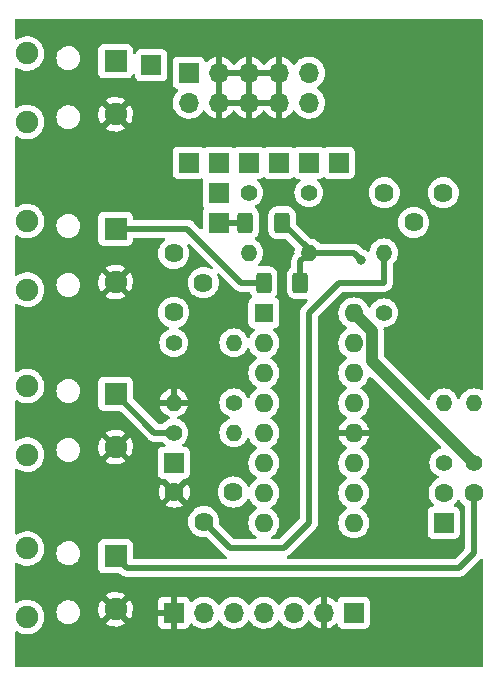
<source format=gbr>
%TF.GenerationSoftware,KiCad,Pcbnew,(6.0.5)*%
%TF.CreationDate,2023-05-17T00:23:09-04:00*%
%TF.ProjectId,as3340_no_mux,61733333-3430-45f6-9e6f-5f6d75782e6b,rev?*%
%TF.SameCoordinates,Original*%
%TF.FileFunction,Copper,L2,Bot*%
%TF.FilePolarity,Positive*%
%FSLAX46Y46*%
G04 Gerber Fmt 4.6, Leading zero omitted, Abs format (unit mm)*
G04 Created by KiCad (PCBNEW (6.0.5)) date 2023-05-17 00:23:09*
%MOMM*%
%LPD*%
G01*
G04 APERTURE LIST*
G04 Aperture macros list*
%AMRoundRect*
0 Rectangle with rounded corners*
0 $1 Rounding radius*
0 $2 $3 $4 $5 $6 $7 $8 $9 X,Y pos of 4 corners*
0 Add a 4 corners polygon primitive as box body*
4,1,4,$2,$3,$4,$5,$6,$7,$8,$9,$2,$3,0*
0 Add four circle primitives for the rounded corners*
1,1,$1+$1,$2,$3*
1,1,$1+$1,$4,$5*
1,1,$1+$1,$6,$7*
1,1,$1+$1,$8,$9*
0 Add four rect primitives between the rounded corners*
20,1,$1+$1,$2,$3,$4,$5,0*
20,1,$1+$1,$4,$5,$6,$7,0*
20,1,$1+$1,$6,$7,$8,$9,0*
20,1,$1+$1,$8,$9,$2,$3,0*%
G04 Aperture macros list end*
%TA.AperFunction,ComponentPad*%
%ADD10C,1.400000*%
%TD*%
%TA.AperFunction,ComponentPad*%
%ADD11O,1.400000X1.400000*%
%TD*%
%TA.AperFunction,ComponentPad*%
%ADD12C,1.620000*%
%TD*%
%TA.AperFunction,ComponentPad*%
%ADD13R,1.700000X1.700000*%
%TD*%
%TA.AperFunction,ComponentPad*%
%ADD14R,1.900000X1.900000*%
%TD*%
%TA.AperFunction,ComponentPad*%
%ADD15C,1.900000*%
%TD*%
%TA.AperFunction,ComponentPad*%
%ADD16O,1.700000X1.700000*%
%TD*%
%TA.AperFunction,ComponentPad*%
%ADD17C,1.600000*%
%TD*%
%TA.AperFunction,ComponentPad*%
%ADD18R,1.600000X1.600000*%
%TD*%
%TA.AperFunction,ComponentPad*%
%ADD19O,1.600000X1.600000*%
%TD*%
%TA.AperFunction,SMDPad,CuDef*%
%ADD20RoundRect,0.250000X-0.400000X-0.625000X0.400000X-0.625000X0.400000X0.625000X-0.400000X0.625000X0*%
%TD*%
%TA.AperFunction,SMDPad,CuDef*%
%ADD21RoundRect,0.250000X0.400000X0.625000X-0.400000X0.625000X-0.400000X-0.625000X0.400000X-0.625000X0*%
%TD*%
%TA.AperFunction,ViaPad*%
%ADD22C,3.000000*%
%TD*%
%TA.AperFunction,ViaPad*%
%ADD23C,0.800000*%
%TD*%
%TA.AperFunction,Conductor*%
%ADD24C,0.500000*%
%TD*%
%TA.AperFunction,Conductor*%
%ADD25C,1.000000*%
%TD*%
G04 APERTURE END LIST*
D10*
%TO.P,R40,1*%
%TO.N,Net-(R40-Pad1)*%
X49530000Y-137160000D03*
D11*
%TO.P,R40,2*%
%TO.N,Net-(R40-Pad2)*%
X54610000Y-137160000D03*
%TD*%
D12*
%TO.P,RV5,1,1*%
%TO.N,Net-(RV5-Pad1)*%
X54570000Y-142185000D03*
%TO.P,RV5,2,2*%
%TO.N,Net-(R17-Pad2)*%
X52070000Y-144685000D03*
%TO.P,RV5,3,3*%
%TO.N,GND*%
X49570000Y-142185000D03*
%TD*%
D13*
%TO.P,J21,1,Pin_1*%
%TO.N,Net-(R16-Pad1)*%
X63500000Y-114300000D03*
%TD*%
%TO.P,J18,1,Pin_1*%
%TO.N,Net-(J3-Pad1)*%
X53340000Y-114300000D03*
%TD*%
%TO.P,J20,1,Pin_1*%
%TO.N,Net-(R19-Pad1)*%
X60960000Y-114300000D03*
%TD*%
%TO.P,J16,1,Pin_1*%
%TO.N,Net-(R2-Pad2)*%
X50800000Y-114300000D03*
%TD*%
%TO.P,J19,1,Pin_1*%
%TO.N,Net-(R6-Pad2)*%
X58420000Y-114300000D03*
%TD*%
D10*
%TO.P,R48,1*%
%TO.N,Net-(R40-Pad2)*%
X54610000Y-134620000D03*
D11*
%TO.P,R48,2*%
%TO.N,GND*%
X49530000Y-134620000D03*
%TD*%
D14*
%TO.P,J4,R*%
%TO.N,Net-(C1-Pad2)*%
X44600000Y-147610000D03*
D15*
%TO.P,J4,S*%
%TO.N,GND*%
X44600000Y-152110000D03*
%TO.P,J4,T*%
%TO.N,Net-(C1-Pad2)*%
X37100000Y-152760000D03*
X37100000Y-146960000D03*
%TD*%
D14*
%TO.P,J1,R*%
%TO.N,Net-(J1-PadR)*%
X44600000Y-105700000D03*
D15*
%TO.P,J1,S*%
%TO.N,GND*%
X44600000Y-110200000D03*
%TO.P,J1,T*%
%TO.N,Net-(J1-PadR)*%
X37100000Y-105050000D03*
X37100000Y-110850000D03*
%TD*%
D13*
%TO.P,J10,1,Pin_1*%
%TO.N,Net-(C3-Pad1)*%
X72390000Y-144780000D03*
%TD*%
%TO.P,J9,1,Pin_1*%
%TO.N,Net-(C7-Pad1)*%
X49530000Y-139700000D03*
%TD*%
D10*
%TO.P,R19,1*%
%TO.N,Net-(R19-Pad1)*%
X60960000Y-116840000D03*
D11*
%TO.P,R19,2*%
%TO.N,Net-(R17-Pad1)*%
X60960000Y-121920000D03*
%TD*%
D13*
%TO.P,J25,1,Pin_1*%
%TO.N,Net-(J1-PadR)*%
X47625000Y-106045000D03*
%TD*%
%TO.P,J3,1,Pin_1*%
%TO.N,Net-(J3-Pad1)*%
X53340000Y-116840000D03*
%TD*%
D12*
%TO.P,RV7,1,1*%
%TO.N,Net-(RV7-Pad1)*%
X72350000Y-116840000D03*
%TO.P,RV7,2,2*%
X69850000Y-119340000D03*
%TO.P,RV7,3,3*%
%TO.N,+15V*%
X67350000Y-116840000D03*
%TD*%
D13*
%TO.P,J22,1,Pin_1*%
%TO.N,Net-(J22-Pad1)*%
X64770000Y-152400000D03*
D16*
%TO.P,J22,2,Pin_2*%
%TO.N,GND*%
X62230000Y-152400000D03*
%TO.P,J22,3,Pin_3*%
%TO.N,+15V*%
X59690000Y-152400000D03*
%TO.P,J22,4,Pin_4*%
%TO.N,Net-(J22-Pad4)*%
X57150000Y-152400000D03*
%TO.P,J22,5,Pin_5*%
%TO.N,Net-(J22-Pad5)*%
X54610000Y-152400000D03*
%TO.P,J22,6,Pin_6*%
%TO.N,-15V*%
X52070000Y-152400000D03*
%TD*%
D10*
%TO.P,R17,1*%
%TO.N,Net-(R17-Pad1)*%
X67310000Y-127000000D03*
D11*
%TO.P,R17,2*%
%TO.N,Net-(R17-Pad2)*%
X67310000Y-121920000D03*
%TD*%
D13*
%TO.P,J27,1,Pin_1*%
%TO.N,GND*%
X49530000Y-152400000D03*
%TD*%
D10*
%TO.P,R8,1*%
%TO.N,Net-(R8-Pad1)*%
X55880000Y-116840000D03*
D11*
%TO.P,R8,2*%
%TO.N,+15V*%
X55880000Y-121920000D03*
%TD*%
D17*
%TO.P,C1,1*%
%TO.N,Net-(C1-Pad1)*%
X72410000Y-142240000D03*
%TO.P,C1,2*%
%TO.N,Net-(C1-Pad2)*%
X74910000Y-142240000D03*
%TD*%
D10*
%TO.P,R10,1*%
%TO.N,+15V*%
X74930000Y-139700000D03*
D11*
%TO.P,R10,2*%
%TO.N,Net-(R10-Pad2)*%
X74930000Y-134620000D03*
%TD*%
D14*
%TO.P,J2,R*%
%TO.N,Net-(R24-Pad2)*%
X44600000Y-119900479D03*
D15*
%TO.P,J2,S*%
%TO.N,GND*%
X44600000Y-124400479D03*
%TO.P,J2,T*%
%TO.N,Net-(R24-Pad2)*%
X37100000Y-119250479D03*
X37100000Y-125050479D03*
%TD*%
D12*
%TO.P,RV9,1,1*%
%TO.N,Net-(R38-Pad1)*%
X49530000Y-121960000D03*
%TO.P,RV9,2,2*%
%TO.N,Net-(R39-Pad1)*%
X52030000Y-124460000D03*
%TO.P,RV9,3,3*%
X49530000Y-126960000D03*
%TD*%
D13*
%TO.P,J17,1,Pin_1*%
%TO.N,Net-(R8-Pad1)*%
X55880000Y-114300000D03*
%TD*%
D18*
%TO.P,U2,1,SCALE1*%
%TO.N,Net-(R38-Pad2)*%
X57160000Y-127015000D03*
D19*
%TO.P,U2,2,SCALE2*%
%TO.N,Net-(R39-Pad2)*%
X57160000Y-129555000D03*
%TO.P,U2,3,VEE*%
%TO.N,Net-(R39-Pad1)*%
X57160000Y-132095000D03*
%TO.P,U2,4,VP*%
%TO.N,Net-(J22-Pad4)*%
X57160000Y-134635000D03*
%TO.P,U2,5,VPWM*%
%TO.N,Net-(R40-Pad2)*%
X57160000Y-137175000D03*
%TO.P,U2,6,VHSI*%
%TO.N,Net-(C7-Pad2)*%
X57160000Y-139715000D03*
%TO.P,U2,7,VHFT*%
%TO.N,Net-(RV5-Pad1)*%
X57160000Y-142255000D03*
%TO.P,U2,8,VSO*%
%TO.N,Net-(J22-Pad5)*%
X57160000Y-144795000D03*
%TO.P,U2,9,VSSI*%
%TO.N,Net-(C3-Pad2)*%
X64780000Y-144795000D03*
%TO.P,U2,10,VTO*%
%TO.N,Net-(J22-Pad1)*%
X64780000Y-142255000D03*
%TO.P,U2,11,CAP*%
%TO.N,Net-(C11-Pad2)*%
X64780000Y-139715000D03*
%TO.P,U2,12,GND*%
%TO.N,GND*%
X64780000Y-137175000D03*
%TO.P,U2,13,VLFI*%
%TO.N,Net-(R10-Pad2)*%
X64780000Y-134635000D03*
%TO.P,U2,14,VS*%
%TO.N,Net-(R46-Pad1)*%
X64780000Y-132095000D03*
%TO.P,U2,15,VFCI*%
%TO.N,Net-(R17-Pad1)*%
X64780000Y-129555000D03*
%TO.P,U2,16,VCC*%
%TO.N,+15V*%
X64780000Y-127015000D03*
%TD*%
D10*
%TO.P,R11,1*%
%TO.N,Net-(C1-Pad1)*%
X72390000Y-139700000D03*
D11*
%TO.P,R11,2*%
%TO.N,Net-(R10-Pad2)*%
X72390000Y-134620000D03*
%TD*%
D13*
%TO.P,J6,1,Pin_1*%
%TO.N,Net-(R20-Pad1)*%
X53340000Y-119380000D03*
%TD*%
D14*
%TO.P,J5,R*%
%TO.N,Net-(R40-Pad1)*%
X44600000Y-133870479D03*
D15*
%TO.P,J5,S*%
%TO.N,GND*%
X44600000Y-138370479D03*
%TO.P,J5,T*%
%TO.N,Net-(R40-Pad1)*%
X37100000Y-133220479D03*
X37100000Y-139020479D03*
%TD*%
D10*
%TO.P,R39,1*%
%TO.N,Net-(R39-Pad1)*%
X49530000Y-129540000D03*
D11*
%TO.P,R39,2*%
%TO.N,Net-(R39-Pad2)*%
X54610000Y-129540000D03*
%TD*%
D20*
%TO.P,R20,1*%
%TO.N,Net-(R20-Pad1)*%
X55600000Y-119380000D03*
%TO.P,R20,2*%
%TO.N,Net-(R17-Pad1)*%
X58700000Y-119380000D03*
%TD*%
D21*
%TO.P,R24,1*%
%TO.N,Net-(R17-Pad1)*%
X60250000Y-124460000D03*
%TO.P,R24,2*%
%TO.N,Net-(R24-Pad2)*%
X57150000Y-124460000D03*
%TD*%
D13*
%TO.P,J11,1,Pin_1*%
%TO.N,-15V*%
X50800000Y-106680000D03*
D16*
%TO.P,J11,2,Pin_2*%
X50800000Y-109220000D03*
%TO.P,J11,3,Pin_3*%
%TO.N,GND*%
X53340000Y-106680000D03*
%TO.P,J11,4,Pin_4*%
X53340000Y-109220000D03*
%TO.P,J11,5,Pin_5*%
X55880000Y-106680000D03*
%TO.P,J11,6,Pin_6*%
X55880000Y-109220000D03*
%TO.P,J11,7,Pin_7*%
X58420000Y-106680000D03*
%TO.P,J11,8,Pin_8*%
X58420000Y-109220000D03*
%TO.P,J11,9,Pin_9*%
%TO.N,+15V*%
X60960000Y-106680000D03*
%TO.P,J11,10,Pin_10*%
X60960000Y-109220000D03*
%TD*%
D22*
%TO.N,GND*%
X73660000Y-154940000D03*
X73660000Y-104140000D03*
D23*
%TO.N,Net-(R17-Pad1)*%
X65405000Y-122555000D03*
%TD*%
D24*
%TO.N,Net-(C1-Pad2)*%
X73660000Y-148590000D02*
X45580000Y-148590000D01*
X45580000Y-148590000D02*
X44600000Y-147610000D01*
X74910000Y-142240000D02*
X74910000Y-147300000D01*
X74930000Y-147320000D02*
X73660000Y-148590000D01*
X74910000Y-147300000D02*
X74930000Y-147320000D01*
%TO.N,Net-(R24-Pad2)*%
X44600000Y-119900479D02*
X50685479Y-119900479D01*
X55245000Y-124460000D02*
X57150000Y-124460000D01*
X50685479Y-119900479D02*
X55245000Y-124460000D01*
%TO.N,Net-(R40-Pad1)*%
X49530000Y-137160000D02*
X47889521Y-137160000D01*
X47889521Y-137160000D02*
X44600000Y-133870479D01*
%TO.N,Net-(R20-Pad1)*%
X55600000Y-119380000D02*
X53340000Y-119380000D01*
D25*
%TO.N,+15V*%
X66279511Y-128514511D02*
X66279511Y-131049511D01*
X64780000Y-127015000D02*
X66279511Y-128514511D01*
X66279511Y-131049511D02*
X74930000Y-139700000D01*
D24*
%TO.N,Net-(R17-Pad1)*%
X60250000Y-124460000D02*
X60250000Y-122630000D01*
X60960000Y-121920000D02*
X64770000Y-121920000D01*
X60960000Y-121920000D02*
X60960000Y-121640000D01*
X60250000Y-122630000D02*
X60960000Y-121920000D01*
X60960000Y-121640000D02*
X58700000Y-119380000D01*
X64770000Y-121920000D02*
X65405000Y-122555000D01*
%TO.N,Net-(R17-Pad2)*%
X63500000Y-124460000D02*
X60960000Y-127000000D01*
X67310000Y-121920000D02*
X67310000Y-124460000D01*
X58829520Y-146910480D02*
X54295480Y-146910480D01*
X60960000Y-144780000D02*
X58829520Y-146910480D01*
X67310000Y-124460000D02*
X63500000Y-124460000D01*
X54295480Y-146910480D02*
X52070000Y-144685000D01*
X60960000Y-127000000D02*
X60960000Y-144780000D01*
%TD*%
%TA.AperFunction,Conductor*%
%TO.N,GND*%
G36*
X75633621Y-102128502D02*
G01*
X75680114Y-102182158D01*
X75691500Y-102234500D01*
X75691500Y-133443881D01*
X75671498Y-133512002D01*
X75617842Y-133558495D01*
X75547568Y-133568599D01*
X75512250Y-133558076D01*
X75349892Y-133482367D01*
X75349891Y-133482366D01*
X75344910Y-133480044D01*
X75339602Y-133478622D01*
X75339600Y-133478621D01*
X75145970Y-133426738D01*
X75145968Y-133426738D01*
X75140655Y-133425314D01*
X74930000Y-133406884D01*
X74719345Y-133425314D01*
X74714032Y-133426738D01*
X74714030Y-133426738D01*
X74520400Y-133478621D01*
X74520398Y-133478622D01*
X74515090Y-133480044D01*
X74510109Y-133482366D01*
X74510108Y-133482367D01*
X74328423Y-133567088D01*
X74328420Y-133567090D01*
X74323442Y-133569411D01*
X74150224Y-133690699D01*
X74000699Y-133840224D01*
X73879411Y-134013442D01*
X73877090Y-134018420D01*
X73877088Y-134018423D01*
X73799059Y-134185757D01*
X73790044Y-134205090D01*
X73788622Y-134210398D01*
X73788621Y-134210400D01*
X73781707Y-134236204D01*
X73744755Y-134296827D01*
X73680894Y-134327848D01*
X73610400Y-134319420D01*
X73555653Y-134274217D01*
X73538293Y-134236204D01*
X73531379Y-134210400D01*
X73531378Y-134210398D01*
X73529956Y-134205090D01*
X73520941Y-134185757D01*
X73442912Y-134018423D01*
X73442910Y-134018420D01*
X73440589Y-134013442D01*
X73319301Y-133840224D01*
X73169776Y-133690699D01*
X72996558Y-133569411D01*
X72991580Y-133567090D01*
X72991577Y-133567088D01*
X72809892Y-133482367D01*
X72809891Y-133482366D01*
X72804910Y-133480044D01*
X72799602Y-133478622D01*
X72799600Y-133478621D01*
X72605970Y-133426738D01*
X72605968Y-133426738D01*
X72600655Y-133425314D01*
X72390000Y-133406884D01*
X72179345Y-133425314D01*
X72174032Y-133426738D01*
X72174030Y-133426738D01*
X71980400Y-133478621D01*
X71980398Y-133478622D01*
X71975090Y-133480044D01*
X71970109Y-133482366D01*
X71970108Y-133482367D01*
X71788423Y-133567088D01*
X71788420Y-133567090D01*
X71783442Y-133569411D01*
X71610224Y-133690699D01*
X71460699Y-133840224D01*
X71339411Y-134013442D01*
X71337090Y-134018420D01*
X71337088Y-134018423D01*
X71259059Y-134185757D01*
X71250044Y-134205090D01*
X71248622Y-134210398D01*
X71248621Y-134210400D01*
X71224382Y-134300861D01*
X71187430Y-134361484D01*
X71123569Y-134392505D01*
X71053075Y-134384077D01*
X71013580Y-134357345D01*
X67324916Y-130668682D01*
X67290890Y-130606370D01*
X67288011Y-130579587D01*
X67288011Y-128576354D01*
X67288748Y-128562747D01*
X67292170Y-128531249D01*
X67292170Y-128531244D01*
X67292835Y-128525123D01*
X67289987Y-128492566D01*
X67288461Y-128475123D01*
X67288132Y-128470297D01*
X67288011Y-128467825D01*
X67288011Y-128464742D01*
X67286837Y-128452773D01*
X67283821Y-128422005D01*
X67283699Y-128420691D01*
X67276858Y-128342497D01*
X67290847Y-128272893D01*
X67340247Y-128221900D01*
X67391397Y-128205996D01*
X67515163Y-128195167D01*
X67515169Y-128195166D01*
X67520655Y-128194686D01*
X67525968Y-128193262D01*
X67525970Y-128193262D01*
X67719600Y-128141379D01*
X67719602Y-128141378D01*
X67724910Y-128139956D01*
X67729892Y-128137633D01*
X67911577Y-128052912D01*
X67911580Y-128052910D01*
X67916558Y-128050589D01*
X68089776Y-127929301D01*
X68239301Y-127779776D01*
X68360589Y-127606558D01*
X68424629Y-127469225D01*
X68447633Y-127419892D01*
X68447634Y-127419891D01*
X68449956Y-127414910D01*
X68504686Y-127210655D01*
X68523116Y-127000000D01*
X68504686Y-126789345D01*
X68488830Y-126730170D01*
X68451379Y-126590400D01*
X68451378Y-126590398D01*
X68449956Y-126585090D01*
X68433477Y-126549750D01*
X68362912Y-126398423D01*
X68362910Y-126398420D01*
X68360589Y-126393442D01*
X68239301Y-126220224D01*
X68089776Y-126070699D01*
X67916558Y-125949411D01*
X67911580Y-125947090D01*
X67911577Y-125947088D01*
X67729892Y-125862367D01*
X67729891Y-125862366D01*
X67724910Y-125860044D01*
X67719602Y-125858622D01*
X67719600Y-125858621D01*
X67525970Y-125806738D01*
X67525968Y-125806738D01*
X67520655Y-125805314D01*
X67310000Y-125786884D01*
X67099345Y-125805314D01*
X67094032Y-125806738D01*
X67094030Y-125806738D01*
X66900400Y-125858621D01*
X66900398Y-125858622D01*
X66895090Y-125860044D01*
X66890109Y-125862366D01*
X66890108Y-125862367D01*
X66708423Y-125947088D01*
X66708420Y-125947090D01*
X66703442Y-125949411D01*
X66530224Y-126070699D01*
X66380699Y-126220224D01*
X66259411Y-126393442D01*
X66257088Y-126398423D01*
X66257086Y-126398427D01*
X66230301Y-126455868D01*
X66212064Y-126494979D01*
X66210867Y-126497545D01*
X66163950Y-126550831D01*
X66095673Y-126570292D01*
X66027713Y-126549750D01*
X65982477Y-126497546D01*
X65919849Y-126363238D01*
X65919846Y-126363233D01*
X65917523Y-126358251D01*
X65786198Y-126170700D01*
X65624300Y-126008802D01*
X65619792Y-126005645D01*
X65619789Y-126005643D01*
X65539481Y-125949411D01*
X65436749Y-125877477D01*
X65431767Y-125875154D01*
X65431762Y-125875151D01*
X65234225Y-125783039D01*
X65234224Y-125783039D01*
X65229243Y-125780716D01*
X65223935Y-125779294D01*
X65223933Y-125779293D01*
X65013402Y-125722881D01*
X65013400Y-125722881D01*
X65008087Y-125721457D01*
X64780000Y-125701502D01*
X64551913Y-125721457D01*
X64546600Y-125722881D01*
X64546598Y-125722881D01*
X64336067Y-125779293D01*
X64336065Y-125779294D01*
X64330757Y-125780716D01*
X64325776Y-125783039D01*
X64325775Y-125783039D01*
X64128238Y-125875151D01*
X64128233Y-125875154D01*
X64123251Y-125877477D01*
X64020519Y-125949411D01*
X63940211Y-126005643D01*
X63940208Y-126005645D01*
X63935700Y-126008802D01*
X63773802Y-126170700D01*
X63642477Y-126358251D01*
X63640154Y-126363233D01*
X63640151Y-126363238D01*
X63567527Y-126518982D01*
X63545716Y-126565757D01*
X63544294Y-126571065D01*
X63544293Y-126571067D01*
X63500194Y-126735647D01*
X63486457Y-126786913D01*
X63466502Y-127015000D01*
X63486457Y-127243087D01*
X63487881Y-127248400D01*
X63487881Y-127248402D01*
X63531899Y-127412676D01*
X63545716Y-127464243D01*
X63548039Y-127469224D01*
X63548039Y-127469225D01*
X63640151Y-127666762D01*
X63640154Y-127666767D01*
X63642477Y-127671749D01*
X63645634Y-127676257D01*
X63742538Y-127814650D01*
X63773802Y-127859300D01*
X63935700Y-128021198D01*
X63940208Y-128024355D01*
X63940211Y-128024357D01*
X63980992Y-128052912D01*
X64123251Y-128152523D01*
X64128233Y-128154846D01*
X64128238Y-128154849D01*
X64162457Y-128170805D01*
X64215742Y-128217722D01*
X64235203Y-128285999D01*
X64214661Y-128353959D01*
X64162457Y-128399195D01*
X64128238Y-128415151D01*
X64128233Y-128415154D01*
X64123251Y-128417477D01*
X64020519Y-128489411D01*
X63940211Y-128545643D01*
X63940208Y-128545645D01*
X63935700Y-128548802D01*
X63773802Y-128710700D01*
X63642477Y-128898251D01*
X63640154Y-128903233D01*
X63640151Y-128903238D01*
X63567523Y-129058991D01*
X63545716Y-129105757D01*
X63544294Y-129111065D01*
X63544293Y-129111067D01*
X63487881Y-129321598D01*
X63486457Y-129326913D01*
X63466502Y-129555000D01*
X63486457Y-129783087D01*
X63487881Y-129788400D01*
X63487881Y-129788402D01*
X63540240Y-129983805D01*
X63545716Y-130004243D01*
X63548039Y-130009224D01*
X63548039Y-130009225D01*
X63640151Y-130206762D01*
X63640154Y-130206767D01*
X63642477Y-130211749D01*
X63773802Y-130399300D01*
X63935700Y-130561198D01*
X63940208Y-130564355D01*
X63940211Y-130564357D01*
X63980992Y-130592912D01*
X64123251Y-130692523D01*
X64128233Y-130694846D01*
X64128238Y-130694849D01*
X64162457Y-130710805D01*
X64215742Y-130757722D01*
X64235203Y-130825999D01*
X64214661Y-130893959D01*
X64162457Y-130939195D01*
X64128238Y-130955151D01*
X64128233Y-130955154D01*
X64123251Y-130957477D01*
X64018389Y-131030902D01*
X63940211Y-131085643D01*
X63940208Y-131085645D01*
X63935700Y-131088802D01*
X63773802Y-131250700D01*
X63642477Y-131438251D01*
X63640154Y-131443233D01*
X63640151Y-131443238D01*
X63548039Y-131640775D01*
X63545716Y-131645757D01*
X63544294Y-131651065D01*
X63544293Y-131651067D01*
X63502441Y-131807260D01*
X63486457Y-131866913D01*
X63466502Y-132095000D01*
X63486457Y-132323087D01*
X63487881Y-132328400D01*
X63487881Y-132328402D01*
X63510375Y-132412348D01*
X63545716Y-132544243D01*
X63548039Y-132549224D01*
X63548039Y-132549225D01*
X63640151Y-132746762D01*
X63640154Y-132746767D01*
X63642477Y-132751749D01*
X63659747Y-132776413D01*
X63744547Y-132897519D01*
X63773802Y-132939300D01*
X63935700Y-133101198D01*
X63940208Y-133104355D01*
X63940211Y-133104357D01*
X64018389Y-133159098D01*
X64123251Y-133232523D01*
X64128233Y-133234846D01*
X64128238Y-133234849D01*
X64162457Y-133250805D01*
X64215742Y-133297722D01*
X64235203Y-133365999D01*
X64214661Y-133433959D01*
X64162457Y-133479195D01*
X64128238Y-133495151D01*
X64128233Y-133495154D01*
X64123251Y-133497477D01*
X64023218Y-133567521D01*
X63940211Y-133625643D01*
X63940208Y-133625645D01*
X63935700Y-133628802D01*
X63773802Y-133790700D01*
X63770645Y-133795208D01*
X63770643Y-133795211D01*
X63750312Y-133824247D01*
X63642477Y-133978251D01*
X63640154Y-133983233D01*
X63640151Y-133983238D01*
X63623663Y-134018598D01*
X63545716Y-134185757D01*
X63544294Y-134191065D01*
X63544293Y-134191067D01*
X63487881Y-134401598D01*
X63486457Y-134406913D01*
X63466502Y-134635000D01*
X63486457Y-134863087D01*
X63487881Y-134868400D01*
X63487881Y-134868402D01*
X63543071Y-135074370D01*
X63545716Y-135084243D01*
X63548039Y-135089224D01*
X63548039Y-135089225D01*
X63640151Y-135286762D01*
X63640154Y-135286767D01*
X63642477Y-135291749D01*
X63773802Y-135479300D01*
X63935700Y-135641198D01*
X63940208Y-135644355D01*
X63940211Y-135644357D01*
X64018389Y-135699098D01*
X64123251Y-135772523D01*
X64128233Y-135774846D01*
X64128238Y-135774849D01*
X64163049Y-135791081D01*
X64216334Y-135837998D01*
X64235795Y-135906275D01*
X64215253Y-135974235D01*
X64163049Y-136019471D01*
X64128489Y-136035586D01*
X64118993Y-136041069D01*
X63940533Y-136166028D01*
X63932125Y-136173084D01*
X63778084Y-136327125D01*
X63771028Y-136335533D01*
X63646069Y-136513993D01*
X63640586Y-136523489D01*
X63548510Y-136720947D01*
X63544764Y-136731239D01*
X63498606Y-136903503D01*
X63498942Y-136917599D01*
X63506884Y-136921000D01*
X66047967Y-136921000D01*
X66061498Y-136917027D01*
X66062727Y-136908478D01*
X66015236Y-136731239D01*
X66011490Y-136720947D01*
X65919414Y-136523489D01*
X65913931Y-136513993D01*
X65788972Y-136335533D01*
X65781916Y-136327125D01*
X65627875Y-136173084D01*
X65619467Y-136166028D01*
X65441007Y-136041069D01*
X65431511Y-136035586D01*
X65396951Y-136019471D01*
X65343666Y-135972554D01*
X65324205Y-135904277D01*
X65344747Y-135836317D01*
X65396951Y-135791081D01*
X65431762Y-135774849D01*
X65431767Y-135774846D01*
X65436749Y-135772523D01*
X65541611Y-135699098D01*
X65619789Y-135644357D01*
X65619792Y-135644355D01*
X65624300Y-135641198D01*
X65786198Y-135479300D01*
X65917523Y-135291749D01*
X65919846Y-135286767D01*
X65919849Y-135286762D01*
X66011961Y-135089225D01*
X66011961Y-135089224D01*
X66014284Y-135084243D01*
X66016930Y-135074370D01*
X66072119Y-134868402D01*
X66072119Y-134868400D01*
X66073543Y-134863087D01*
X66093498Y-134635000D01*
X66073543Y-134406913D01*
X66072119Y-134401598D01*
X66015707Y-134191067D01*
X66015706Y-134191065D01*
X66014284Y-134185757D01*
X65936337Y-134018598D01*
X65919849Y-133983238D01*
X65919846Y-133983233D01*
X65917523Y-133978251D01*
X65809688Y-133824247D01*
X65789357Y-133795211D01*
X65789355Y-133795208D01*
X65786198Y-133790700D01*
X65624300Y-133628802D01*
X65619792Y-133625645D01*
X65619789Y-133625643D01*
X65536782Y-133567521D01*
X65436749Y-133497477D01*
X65431767Y-133495154D01*
X65431762Y-133495151D01*
X65397543Y-133479195D01*
X65344258Y-133432278D01*
X65324797Y-133364001D01*
X65345339Y-133296041D01*
X65397543Y-133250805D01*
X65431762Y-133234849D01*
X65431767Y-133234846D01*
X65436749Y-133232523D01*
X65541611Y-133159098D01*
X65619789Y-133104357D01*
X65619792Y-133104355D01*
X65624300Y-133101198D01*
X65786198Y-132939300D01*
X65815454Y-132897519D01*
X65900253Y-132776413D01*
X65917523Y-132751749D01*
X65919846Y-132746767D01*
X65919849Y-132746762D01*
X66011961Y-132549225D01*
X66011961Y-132549224D01*
X66014284Y-132544243D01*
X66028324Y-132491845D01*
X66065276Y-132431222D01*
X66129136Y-132400201D01*
X66199631Y-132408629D01*
X66239126Y-132435361D01*
X72127346Y-138323580D01*
X72161372Y-138385892D01*
X72156307Y-138456707D01*
X72113760Y-138513543D01*
X72070862Y-138534382D01*
X71980400Y-138558621D01*
X71980398Y-138558622D01*
X71975090Y-138560044D01*
X71970109Y-138562366D01*
X71970108Y-138562367D01*
X71788423Y-138647088D01*
X71788420Y-138647090D01*
X71783442Y-138649411D01*
X71610224Y-138770699D01*
X71460699Y-138920224D01*
X71339411Y-139093442D01*
X71337090Y-139098420D01*
X71337088Y-139098423D01*
X71292800Y-139193399D01*
X71250044Y-139285090D01*
X71248622Y-139290398D01*
X71248621Y-139290400D01*
X71235453Y-139339544D01*
X71195314Y-139489345D01*
X71176884Y-139700000D01*
X71195314Y-139910655D01*
X71196738Y-139915968D01*
X71196738Y-139915970D01*
X71211926Y-139972650D01*
X71250044Y-140114910D01*
X71252366Y-140119891D01*
X71252367Y-140119892D01*
X71326954Y-140279843D01*
X71339411Y-140306558D01*
X71460699Y-140479776D01*
X71610224Y-140629301D01*
X71783442Y-140750589D01*
X71788420Y-140752910D01*
X71788423Y-140752912D01*
X71864307Y-140788297D01*
X71897749Y-140803891D01*
X71900768Y-140805299D01*
X71954053Y-140852216D01*
X71973514Y-140920494D01*
X71952972Y-140988453D01*
X71900768Y-141033689D01*
X71758238Y-141100151D01*
X71758233Y-141100154D01*
X71753251Y-141102477D01*
X71659740Y-141167954D01*
X71570211Y-141230643D01*
X71570208Y-141230645D01*
X71565700Y-141233802D01*
X71403802Y-141395700D01*
X71400645Y-141400208D01*
X71400643Y-141400211D01*
X71356353Y-141463464D01*
X71272477Y-141583251D01*
X71270154Y-141588233D01*
X71270151Y-141588238D01*
X71200487Y-141737635D01*
X71175716Y-141790757D01*
X71174294Y-141796065D01*
X71174293Y-141796067D01*
X71171697Y-141805757D01*
X71116457Y-142011913D01*
X71096502Y-142240000D01*
X71116457Y-142468087D01*
X71117881Y-142473400D01*
X71117881Y-142473402D01*
X71161899Y-142637676D01*
X71175716Y-142689243D01*
X71178039Y-142694224D01*
X71178039Y-142694225D01*
X71270151Y-142891762D01*
X71270154Y-142891767D01*
X71272477Y-142896749D01*
X71284279Y-142913604D01*
X71372538Y-143039650D01*
X71403802Y-143084300D01*
X71530633Y-143211131D01*
X71564659Y-143273443D01*
X71559594Y-143344258D01*
X71517047Y-143401094D01*
X71455146Y-143425489D01*
X71429684Y-143428255D01*
X71293295Y-143479385D01*
X71176739Y-143566739D01*
X71089385Y-143683295D01*
X71038255Y-143819684D01*
X71031500Y-143881866D01*
X71031500Y-145678134D01*
X71038255Y-145740316D01*
X71089385Y-145876705D01*
X71176739Y-145993261D01*
X71293295Y-146080615D01*
X71429684Y-146131745D01*
X71491866Y-146138500D01*
X73288134Y-146138500D01*
X73350316Y-146131745D01*
X73486705Y-146080615D01*
X73603261Y-145993261D01*
X73690615Y-145876705D01*
X73741745Y-145740316D01*
X73748500Y-145678134D01*
X73748500Y-143881866D01*
X73741745Y-143819684D01*
X73690615Y-143683295D01*
X73603261Y-143566739D01*
X73486705Y-143479385D01*
X73474399Y-143474772D01*
X73357712Y-143431027D01*
X73357707Y-143431026D01*
X73350316Y-143428255D01*
X73343778Y-143427545D01*
X73282641Y-143392616D01*
X73249822Y-143329661D01*
X73256249Y-143258956D01*
X73284340Y-143216158D01*
X73416198Y-143084300D01*
X73447463Y-143039650D01*
X73544369Y-142901253D01*
X73547523Y-142896749D01*
X73549846Y-142891767D01*
X73550882Y-142889973D01*
X73602266Y-142840981D01*
X73671979Y-142827546D01*
X73737890Y-142853934D01*
X73769118Y-142889973D01*
X73770154Y-142891767D01*
X73772477Y-142896749D01*
X73775631Y-142901253D01*
X73872538Y-143039650D01*
X73903802Y-143084300D01*
X74065700Y-143246198D01*
X74097771Y-143268655D01*
X74142099Y-143324110D01*
X74151500Y-143371867D01*
X74151500Y-146973629D01*
X74131498Y-147041750D01*
X74114595Y-147062724D01*
X73382724Y-147794595D01*
X73320412Y-147828621D01*
X73293629Y-147831500D01*
X59226932Y-147831500D01*
X59158811Y-147811498D01*
X59112318Y-147757842D01*
X59102214Y-147687568D01*
X59131708Y-147622988D01*
X59168538Y-147594372D01*
X59171457Y-147593313D01*
X59216520Y-147563768D01*
X59232496Y-147553294D01*
X59236200Y-147550957D01*
X59298627Y-147513075D01*
X59307004Y-147505677D01*
X59307028Y-147505704D01*
X59310020Y-147503051D01*
X59313253Y-147500348D01*
X59319372Y-147496336D01*
X59372648Y-147440097D01*
X59375026Y-147437655D01*
X61448911Y-145363770D01*
X61463323Y-145351384D01*
X61474918Y-145342851D01*
X61474923Y-145342846D01*
X61480818Y-145338508D01*
X61485557Y-145332930D01*
X61485560Y-145332927D01*
X61515035Y-145298232D01*
X61521965Y-145290716D01*
X61527661Y-145285020D01*
X61529924Y-145282159D01*
X61529929Y-145282154D01*
X61545293Y-145262734D01*
X61548082Y-145259333D01*
X61565413Y-145238933D01*
X61595333Y-145203715D01*
X61598659Y-145197202D01*
X61602020Y-145192163D01*
X61605196Y-145187021D01*
X61609734Y-145181284D01*
X61640655Y-145115125D01*
X61642561Y-145111225D01*
X61675769Y-145046192D01*
X61677508Y-145039083D01*
X61679604Y-145033449D01*
X61681523Y-145027679D01*
X61684622Y-145021050D01*
X61699491Y-144949565D01*
X61700461Y-144945282D01*
X61706613Y-144920140D01*
X61717808Y-144874390D01*
X61718500Y-144863236D01*
X61718535Y-144863238D01*
X61718775Y-144859266D01*
X61719152Y-144855045D01*
X61720641Y-144847885D01*
X61719210Y-144795000D01*
X63466502Y-144795000D01*
X63486457Y-145023087D01*
X63487881Y-145028400D01*
X63487881Y-145028402D01*
X63536351Y-145209291D01*
X63545716Y-145244243D01*
X63548039Y-145249224D01*
X63548039Y-145249225D01*
X63640151Y-145446762D01*
X63640154Y-145446767D01*
X63642477Y-145451749D01*
X63678317Y-145502933D01*
X63765621Y-145627616D01*
X63773802Y-145639300D01*
X63935700Y-145801198D01*
X63940208Y-145804355D01*
X63940211Y-145804357D01*
X63974061Y-145828059D01*
X64123251Y-145932523D01*
X64128233Y-145934846D01*
X64128238Y-145934849D01*
X64285235Y-146008057D01*
X64330757Y-146029284D01*
X64336065Y-146030706D01*
X64336067Y-146030707D01*
X64546598Y-146087119D01*
X64546600Y-146087119D01*
X64551913Y-146088543D01*
X64780000Y-146108498D01*
X65008087Y-146088543D01*
X65013400Y-146087119D01*
X65013402Y-146087119D01*
X65223933Y-146030707D01*
X65223935Y-146030706D01*
X65229243Y-146029284D01*
X65274765Y-146008057D01*
X65431762Y-145934849D01*
X65431767Y-145934846D01*
X65436749Y-145932523D01*
X65585939Y-145828059D01*
X65619789Y-145804357D01*
X65619792Y-145804355D01*
X65624300Y-145801198D01*
X65786198Y-145639300D01*
X65794380Y-145627616D01*
X65881683Y-145502933D01*
X65917523Y-145451749D01*
X65919846Y-145446767D01*
X65919849Y-145446762D01*
X66011961Y-145249225D01*
X66011961Y-145249224D01*
X66014284Y-145244243D01*
X66023650Y-145209291D01*
X66072119Y-145028402D01*
X66072119Y-145028400D01*
X66073543Y-145023087D01*
X66093498Y-144795000D01*
X66073543Y-144566913D01*
X66072119Y-144561598D01*
X66015707Y-144351067D01*
X66015706Y-144351065D01*
X66014284Y-144345757D01*
X66011961Y-144340775D01*
X65919849Y-144143238D01*
X65919846Y-144143233D01*
X65917523Y-144138251D01*
X65786198Y-143950700D01*
X65624300Y-143788802D01*
X65619792Y-143785645D01*
X65619789Y-143785643D01*
X65541611Y-143730902D01*
X65436749Y-143657477D01*
X65431767Y-143655154D01*
X65431762Y-143655151D01*
X65397543Y-143639195D01*
X65344258Y-143592278D01*
X65324797Y-143524001D01*
X65345339Y-143456041D01*
X65397543Y-143410805D01*
X65431762Y-143394849D01*
X65431767Y-143394846D01*
X65436749Y-143392523D01*
X65582798Y-143290258D01*
X65619789Y-143264357D01*
X65619792Y-143264355D01*
X65624300Y-143261198D01*
X65786198Y-143099300D01*
X65793973Y-143088197D01*
X65914366Y-142916257D01*
X65917523Y-142911749D01*
X65919846Y-142906767D01*
X65919849Y-142906762D01*
X66011961Y-142709225D01*
X66011961Y-142709224D01*
X66014284Y-142704243D01*
X66016969Y-142694225D01*
X66072119Y-142488402D01*
X66072119Y-142488400D01*
X66073543Y-142483087D01*
X66093498Y-142255000D01*
X66073543Y-142026913D01*
X66068100Y-142006598D01*
X66015707Y-141811067D01*
X66015706Y-141811065D01*
X66014284Y-141805757D01*
X66009766Y-141796067D01*
X65919849Y-141603238D01*
X65919846Y-141603233D01*
X65917523Y-141598251D01*
X65786198Y-141410700D01*
X65624300Y-141248802D01*
X65619792Y-141245645D01*
X65619789Y-141245643D01*
X65508837Y-141167954D01*
X65436749Y-141117477D01*
X65431767Y-141115154D01*
X65431762Y-141115151D01*
X65397543Y-141099195D01*
X65344258Y-141052278D01*
X65324797Y-140984001D01*
X65345339Y-140916041D01*
X65397543Y-140870805D01*
X65431762Y-140854849D01*
X65431767Y-140854846D01*
X65436749Y-140852523D01*
X65579008Y-140752912D01*
X65619789Y-140724357D01*
X65619792Y-140724355D01*
X65624300Y-140721198D01*
X65786198Y-140559300D01*
X65917523Y-140371749D01*
X65919846Y-140366767D01*
X65919849Y-140366762D01*
X66011961Y-140169225D01*
X66011961Y-140169224D01*
X66014284Y-140164243D01*
X66022214Y-140134650D01*
X66072119Y-139948402D01*
X66072119Y-139948400D01*
X66073543Y-139943087D01*
X66093498Y-139715000D01*
X66073543Y-139486913D01*
X66068325Y-139467438D01*
X66015707Y-139271067D01*
X66015706Y-139271065D01*
X66014284Y-139265757D01*
X65977631Y-139187154D01*
X65919849Y-139063238D01*
X65919846Y-139063233D01*
X65917523Y-139058251D01*
X65786198Y-138870700D01*
X65624300Y-138708802D01*
X65619792Y-138705645D01*
X65619789Y-138705643D01*
X65538321Y-138648599D01*
X65436749Y-138577477D01*
X65431767Y-138575154D01*
X65431762Y-138575151D01*
X65396951Y-138558919D01*
X65343666Y-138512002D01*
X65324205Y-138443725D01*
X65344747Y-138375765D01*
X65396951Y-138330529D01*
X65431511Y-138314414D01*
X65441007Y-138308931D01*
X65619467Y-138183972D01*
X65627875Y-138176916D01*
X65781916Y-138022875D01*
X65788972Y-138014467D01*
X65913931Y-137836007D01*
X65919414Y-137826511D01*
X66011490Y-137629053D01*
X66015236Y-137618761D01*
X66061394Y-137446497D01*
X66061058Y-137432401D01*
X66053116Y-137429000D01*
X63512033Y-137429000D01*
X63498502Y-137432973D01*
X63497273Y-137441522D01*
X63544764Y-137618761D01*
X63548510Y-137629053D01*
X63640586Y-137826511D01*
X63646069Y-137836007D01*
X63771028Y-138014467D01*
X63778084Y-138022875D01*
X63932125Y-138176916D01*
X63940533Y-138183972D01*
X64118993Y-138308931D01*
X64128489Y-138314414D01*
X64163049Y-138330529D01*
X64216334Y-138377446D01*
X64235795Y-138445723D01*
X64215253Y-138513683D01*
X64163049Y-138558919D01*
X64128238Y-138575151D01*
X64128233Y-138575154D01*
X64123251Y-138577477D01*
X64021679Y-138648599D01*
X63940211Y-138705643D01*
X63940208Y-138705645D01*
X63935700Y-138708802D01*
X63773802Y-138870700D01*
X63642477Y-139058251D01*
X63640154Y-139063233D01*
X63640151Y-139063238D01*
X63582369Y-139187154D01*
X63545716Y-139265757D01*
X63544294Y-139271065D01*
X63544293Y-139271067D01*
X63491675Y-139467438D01*
X63486457Y-139486913D01*
X63466502Y-139715000D01*
X63486457Y-139943087D01*
X63487881Y-139948400D01*
X63487881Y-139948402D01*
X63537787Y-140134650D01*
X63545716Y-140164243D01*
X63548039Y-140169224D01*
X63548039Y-140169225D01*
X63640151Y-140366762D01*
X63640154Y-140366767D01*
X63642477Y-140371749D01*
X63773802Y-140559300D01*
X63935700Y-140721198D01*
X63940208Y-140724355D01*
X63940211Y-140724357D01*
X63980992Y-140752912D01*
X64123251Y-140852523D01*
X64128233Y-140854846D01*
X64128238Y-140854849D01*
X64162457Y-140870805D01*
X64215742Y-140917722D01*
X64235203Y-140985999D01*
X64214661Y-141053959D01*
X64162457Y-141099195D01*
X64128238Y-141115151D01*
X64128233Y-141115154D01*
X64123251Y-141117477D01*
X64051163Y-141167954D01*
X63940211Y-141245643D01*
X63940208Y-141245645D01*
X63935700Y-141248802D01*
X63773802Y-141410700D01*
X63642477Y-141598251D01*
X63640154Y-141603233D01*
X63640151Y-141603238D01*
X63550234Y-141796067D01*
X63545716Y-141805757D01*
X63544294Y-141811065D01*
X63544293Y-141811067D01*
X63491900Y-142006598D01*
X63486457Y-142026913D01*
X63466502Y-142255000D01*
X63486457Y-142483087D01*
X63487881Y-142488400D01*
X63487881Y-142488402D01*
X63543032Y-142694225D01*
X63545716Y-142704243D01*
X63548039Y-142709224D01*
X63548039Y-142709225D01*
X63640151Y-142906762D01*
X63640154Y-142906767D01*
X63642477Y-142911749D01*
X63645634Y-142916257D01*
X63766028Y-143088197D01*
X63773802Y-143099300D01*
X63935700Y-143261198D01*
X63940208Y-143264355D01*
X63940211Y-143264357D01*
X63977202Y-143290258D01*
X64123251Y-143392523D01*
X64128233Y-143394846D01*
X64128238Y-143394849D01*
X64162457Y-143410805D01*
X64215742Y-143457722D01*
X64235203Y-143525999D01*
X64214661Y-143593959D01*
X64162457Y-143639195D01*
X64128238Y-143655151D01*
X64128233Y-143655154D01*
X64123251Y-143657477D01*
X64018389Y-143730902D01*
X63940211Y-143785643D01*
X63940208Y-143785645D01*
X63935700Y-143788802D01*
X63773802Y-143950700D01*
X63642477Y-144138251D01*
X63640154Y-144143233D01*
X63640151Y-144143238D01*
X63548039Y-144340775D01*
X63545716Y-144345757D01*
X63544294Y-144351065D01*
X63544293Y-144351067D01*
X63487881Y-144561598D01*
X63486457Y-144566913D01*
X63466502Y-144795000D01*
X61719210Y-144795000D01*
X61718546Y-144770458D01*
X61718500Y-144767050D01*
X61718500Y-127366371D01*
X61738502Y-127298250D01*
X61755405Y-127277276D01*
X63777276Y-125255405D01*
X63839588Y-125221379D01*
X63866371Y-125218500D01*
X67282165Y-125218500D01*
X67289966Y-125218742D01*
X67351298Y-125222547D01*
X67360360Y-125220990D01*
X67374641Y-125218536D01*
X67414889Y-125211620D01*
X67421610Y-125210652D01*
X67442535Y-125208212D01*
X67478411Y-125204030D01*
X67478414Y-125204029D01*
X67485681Y-125203182D01*
X67494607Y-125199942D01*
X67516258Y-125194201D01*
X67525614Y-125192594D01*
X67584996Y-125167327D01*
X67591289Y-125164848D01*
X67651937Y-125142833D01*
X67658739Y-125138374D01*
X67659878Y-125137627D01*
X67679615Y-125127067D01*
X67681623Y-125126213D01*
X67681635Y-125126206D01*
X67688364Y-125123343D01*
X67694256Y-125119007D01*
X67694261Y-125119004D01*
X67740332Y-125085100D01*
X67745928Y-125081210D01*
X67785418Y-125055319D01*
X67799852Y-125045856D01*
X67806384Y-125038961D01*
X67823166Y-125024139D01*
X67830818Y-125018508D01*
X67835553Y-125012935D01*
X67835560Y-125012928D01*
X67872581Y-124969351D01*
X67877133Y-124964277D01*
X67916457Y-124922766D01*
X67916458Y-124922765D01*
X67921490Y-124917453D01*
X67925165Y-124911126D01*
X67925172Y-124911117D01*
X67926267Y-124909232D01*
X67939185Y-124890953D01*
X67940594Y-124889294D01*
X67940596Y-124889291D01*
X67945333Y-124883715D01*
X67948659Y-124877201D01*
X67948662Y-124877197D01*
X67974670Y-124826264D01*
X67977932Y-124820281D01*
X68006649Y-124770841D01*
X68006650Y-124770839D01*
X68010326Y-124764510D01*
X68012447Y-124757506D01*
X68012449Y-124757502D01*
X68013078Y-124755425D01*
X68021451Y-124734649D01*
X68025769Y-124726192D01*
X68041108Y-124663505D01*
X68042891Y-124656988D01*
X68061595Y-124595233D01*
X68062183Y-124585754D01*
X68065551Y-124563617D01*
X68066474Y-124559846D01*
X68066476Y-124559834D01*
X68067808Y-124554390D01*
X68068500Y-124543236D01*
X68068500Y-124487835D01*
X68068742Y-124480033D01*
X68070315Y-124454681D01*
X68072547Y-124418702D01*
X68070320Y-124405740D01*
X68068500Y-124384404D01*
X68068500Y-122922767D01*
X68088502Y-122854646D01*
X68105405Y-122833672D01*
X68239301Y-122699776D01*
X68360589Y-122526558D01*
X68389434Y-122464701D01*
X68447633Y-122339892D01*
X68447634Y-122339891D01*
X68449956Y-122334910D01*
X68459639Y-122298775D01*
X68503262Y-122135970D01*
X68503262Y-122135968D01*
X68504686Y-122130655D01*
X68523116Y-121920000D01*
X68504686Y-121709345D01*
X68503262Y-121704030D01*
X68451379Y-121510400D01*
X68451378Y-121510398D01*
X68449956Y-121505090D01*
X68412304Y-121424345D01*
X68362912Y-121318423D01*
X68362910Y-121318420D01*
X68360589Y-121313442D01*
X68239301Y-121140224D01*
X68089776Y-120990699D01*
X67916558Y-120869411D01*
X67911580Y-120867090D01*
X67911577Y-120867088D01*
X67729892Y-120782367D01*
X67729891Y-120782366D01*
X67724910Y-120780044D01*
X67719602Y-120778622D01*
X67719600Y-120778621D01*
X67525970Y-120726738D01*
X67525968Y-120726738D01*
X67520655Y-120725314D01*
X67310000Y-120706884D01*
X67099345Y-120725314D01*
X67094032Y-120726738D01*
X67094030Y-120726738D01*
X66900400Y-120778621D01*
X66900398Y-120778622D01*
X66895090Y-120780044D01*
X66890109Y-120782366D01*
X66890108Y-120782367D01*
X66708423Y-120867088D01*
X66708420Y-120867090D01*
X66703442Y-120869411D01*
X66530224Y-120990699D01*
X66380699Y-121140224D01*
X66259411Y-121313442D01*
X66257090Y-121318420D01*
X66257088Y-121318423D01*
X66207696Y-121424345D01*
X66170044Y-121505090D01*
X66168622Y-121510398D01*
X66168621Y-121510400D01*
X66116738Y-121704030D01*
X66115314Y-121709345D01*
X66114835Y-121714825D01*
X66113879Y-121720244D01*
X66111977Y-121719909D01*
X66089233Y-121778080D01*
X66031737Y-121819729D01*
X65960850Y-121823682D01*
X65915503Y-121802934D01*
X65867092Y-121767762D01*
X65861752Y-121763882D01*
X65855724Y-121761198D01*
X65855722Y-121761197D01*
X65693319Y-121688891D01*
X65693318Y-121688891D01*
X65687288Y-121686206D01*
X65680833Y-121684834D01*
X65680824Y-121684831D01*
X65624228Y-121672801D01*
X65561331Y-121638650D01*
X65353770Y-121431089D01*
X65341384Y-121416677D01*
X65332851Y-121405082D01*
X65332846Y-121405077D01*
X65328508Y-121399182D01*
X65322930Y-121394443D01*
X65322927Y-121394440D01*
X65288232Y-121364965D01*
X65280716Y-121358035D01*
X65275021Y-121352340D01*
X65268880Y-121347482D01*
X65252749Y-121334719D01*
X65249345Y-121331928D01*
X65199297Y-121289409D01*
X65199295Y-121289408D01*
X65193715Y-121284667D01*
X65187199Y-121281339D01*
X65182150Y-121277972D01*
X65177021Y-121274805D01*
X65171284Y-121270266D01*
X65105125Y-121239345D01*
X65101225Y-121237439D01*
X65036192Y-121204231D01*
X65029084Y-121202492D01*
X65023441Y-121200393D01*
X65017678Y-121198476D01*
X65011050Y-121195378D01*
X64939583Y-121180513D01*
X64935299Y-121179543D01*
X64925152Y-121177060D01*
X64864390Y-121162192D01*
X64858788Y-121161844D01*
X64858785Y-121161844D01*
X64853236Y-121161500D01*
X64853238Y-121161464D01*
X64849245Y-121161225D01*
X64845053Y-121160851D01*
X64837885Y-121159360D01*
X64771675Y-121161151D01*
X64760479Y-121161454D01*
X64757072Y-121161500D01*
X61962767Y-121161500D01*
X61894646Y-121141498D01*
X61873672Y-121124595D01*
X61739776Y-120990699D01*
X61566558Y-120869411D01*
X61561580Y-120867090D01*
X61561577Y-120867088D01*
X61379892Y-120782367D01*
X61379891Y-120782366D01*
X61374910Y-120780044D01*
X61369602Y-120778622D01*
X61369600Y-120778621D01*
X61175970Y-120726738D01*
X61175968Y-120726738D01*
X61170655Y-120725314D01*
X61165179Y-120724835D01*
X61165174Y-120724834D01*
X61158631Y-120724262D01*
X61092513Y-120698399D01*
X61080517Y-120687836D01*
X59895405Y-119502724D01*
X59861379Y-119440412D01*
X59858500Y-119413629D01*
X59858500Y-119340000D01*
X68526464Y-119340000D01*
X68546571Y-119569830D01*
X68606283Y-119792676D01*
X68634994Y-119854247D01*
X68701458Y-119996781D01*
X68701461Y-119996786D01*
X68703784Y-120001768D01*
X68836113Y-120190753D01*
X68999247Y-120353887D01*
X69003755Y-120357044D01*
X69003758Y-120357046D01*
X69027170Y-120373439D01*
X69188232Y-120486216D01*
X69193214Y-120488539D01*
X69193219Y-120488542D01*
X69227577Y-120504563D01*
X69397324Y-120583717D01*
X69620170Y-120643429D01*
X69850000Y-120663536D01*
X70079830Y-120643429D01*
X70302676Y-120583717D01*
X70472423Y-120504563D01*
X70506781Y-120488542D01*
X70506786Y-120488539D01*
X70511768Y-120486216D01*
X70672830Y-120373439D01*
X70696242Y-120357046D01*
X70696245Y-120357044D01*
X70700753Y-120353887D01*
X70863887Y-120190753D01*
X70996216Y-120001768D01*
X70998539Y-119996786D01*
X70998542Y-119996781D01*
X71065006Y-119854247D01*
X71093717Y-119792676D01*
X71153429Y-119569830D01*
X71173536Y-119340000D01*
X71153429Y-119110170D01*
X71093717Y-118887324D01*
X71008512Y-118704600D01*
X70998542Y-118683219D01*
X70998539Y-118683214D01*
X70996216Y-118678232D01*
X70909622Y-118554563D01*
X70867046Y-118493758D01*
X70867044Y-118493755D01*
X70863887Y-118489247D01*
X70700753Y-118326113D01*
X70696245Y-118322956D01*
X70696242Y-118322954D01*
X70617370Y-118267728D01*
X70511768Y-118193784D01*
X70506786Y-118191461D01*
X70506781Y-118191458D01*
X70332092Y-118110000D01*
X70302676Y-118096283D01*
X70079830Y-118036571D01*
X69850000Y-118016464D01*
X69620170Y-118036571D01*
X69397324Y-118096283D01*
X69367908Y-118110000D01*
X69193219Y-118191458D01*
X69193214Y-118191461D01*
X69188232Y-118193784D01*
X69082630Y-118267728D01*
X69003758Y-118322954D01*
X69003755Y-118322956D01*
X68999247Y-118326113D01*
X68836113Y-118489247D01*
X68832956Y-118493755D01*
X68832954Y-118493758D01*
X68790378Y-118554563D01*
X68703784Y-118678232D01*
X68701461Y-118683214D01*
X68701458Y-118683219D01*
X68691488Y-118704600D01*
X68606283Y-118887324D01*
X68546571Y-119110170D01*
X68526464Y-119340000D01*
X59858500Y-119340000D01*
X59858500Y-118704600D01*
X59855764Y-118678232D01*
X59848238Y-118605692D01*
X59848237Y-118605688D01*
X59847526Y-118598834D01*
X59841856Y-118581837D01*
X59793868Y-118438002D01*
X59791550Y-118431054D01*
X59698478Y-118280652D01*
X59573303Y-118155695D01*
X59553404Y-118143429D01*
X59428968Y-118066725D01*
X59428966Y-118066724D01*
X59422738Y-118062885D01*
X59320577Y-118029000D01*
X59261389Y-118009368D01*
X59261387Y-118009368D01*
X59254861Y-118007203D01*
X59248025Y-118006503D01*
X59248022Y-118006502D01*
X59204969Y-118002091D01*
X59150400Y-117996500D01*
X58249600Y-117996500D01*
X58246354Y-117996837D01*
X58246350Y-117996837D01*
X58150692Y-118006762D01*
X58150688Y-118006763D01*
X58143834Y-118007474D01*
X58137298Y-118009655D01*
X58137296Y-118009655D01*
X58040518Y-118041943D01*
X57976054Y-118063450D01*
X57825652Y-118156522D01*
X57700695Y-118281697D01*
X57607885Y-118432262D01*
X57592559Y-118478469D01*
X57556489Y-118587218D01*
X57552203Y-118600139D01*
X57541500Y-118704600D01*
X57541500Y-120055400D01*
X57552474Y-120161166D01*
X57554655Y-120167702D01*
X57554655Y-120167704D01*
X57571153Y-120217154D01*
X57608450Y-120328946D01*
X57701522Y-120479348D01*
X57706704Y-120484521D01*
X57719644Y-120497438D01*
X57826697Y-120604305D01*
X57832927Y-120608145D01*
X57832928Y-120608146D01*
X57962209Y-120687836D01*
X57977262Y-120697115D01*
X58057005Y-120723564D01*
X58138611Y-120750632D01*
X58138613Y-120750632D01*
X58145139Y-120752797D01*
X58151975Y-120753497D01*
X58151978Y-120753498D01*
X58195031Y-120757909D01*
X58249600Y-120763500D01*
X58958629Y-120763500D01*
X59026750Y-120783502D01*
X59047724Y-120800405D01*
X59754311Y-121506992D01*
X59788337Y-121569304D01*
X59786923Y-121628698D01*
X59766738Y-121704030D01*
X59765314Y-121709345D01*
X59746884Y-121920000D01*
X59747363Y-121925475D01*
X59747363Y-121925486D01*
X59752659Y-121986015D01*
X59738671Y-122055619D01*
X59723168Y-122078570D01*
X59694955Y-122111780D01*
X59688035Y-122119284D01*
X59682340Y-122124979D01*
X59680060Y-122127861D01*
X59664719Y-122147251D01*
X59661928Y-122150655D01*
X59624135Y-122195140D01*
X59614667Y-122206285D01*
X59611339Y-122212801D01*
X59607972Y-122217850D01*
X59604805Y-122222979D01*
X59600266Y-122228716D01*
X59569345Y-122294875D01*
X59567442Y-122298769D01*
X59534231Y-122363808D01*
X59532492Y-122370916D01*
X59530393Y-122376559D01*
X59528476Y-122382322D01*
X59525378Y-122388950D01*
X59523888Y-122396112D01*
X59523888Y-122396113D01*
X59510514Y-122460412D01*
X59509544Y-122464696D01*
X59492192Y-122535610D01*
X59491500Y-122546764D01*
X59491464Y-122546762D01*
X59491225Y-122550755D01*
X59490851Y-122554947D01*
X59489360Y-122562115D01*
X59489558Y-122569432D01*
X59491454Y-122639521D01*
X59491500Y-122642928D01*
X59491500Y-123094631D01*
X59471498Y-123162752D01*
X59431807Y-123201772D01*
X59375652Y-123236522D01*
X59250695Y-123361697D01*
X59246855Y-123367927D01*
X59246854Y-123367928D01*
X59169766Y-123492988D01*
X59157885Y-123512262D01*
X59145988Y-123548131D01*
X59107359Y-123664595D01*
X59102203Y-123680139D01*
X59101503Y-123686975D01*
X59101502Y-123686978D01*
X59098482Y-123716455D01*
X59091500Y-123784600D01*
X59091500Y-125135400D01*
X59091837Y-125138646D01*
X59091837Y-125138650D01*
X59101532Y-125232083D01*
X59102474Y-125241166D01*
X59104655Y-125247702D01*
X59104655Y-125247704D01*
X59111249Y-125267467D01*
X59158450Y-125408946D01*
X59251522Y-125559348D01*
X59376697Y-125684305D01*
X59382927Y-125688145D01*
X59382928Y-125688146D01*
X59515348Y-125769771D01*
X59527262Y-125777115D01*
X59545177Y-125783057D01*
X59688611Y-125830632D01*
X59688613Y-125830632D01*
X59695139Y-125832797D01*
X59701975Y-125833497D01*
X59701978Y-125833498D01*
X59745031Y-125837909D01*
X59799600Y-125843500D01*
X60700400Y-125843500D01*
X60703646Y-125843163D01*
X60703650Y-125843163D01*
X60730412Y-125840386D01*
X60800234Y-125853251D01*
X60852016Y-125901822D01*
X60869318Y-125970678D01*
X60846648Y-126037957D01*
X60832511Y-126054808D01*
X60471089Y-126416230D01*
X60456677Y-126428616D01*
X60445082Y-126437149D01*
X60445077Y-126437154D01*
X60439182Y-126441492D01*
X60434443Y-126447070D01*
X60434440Y-126447073D01*
X60404965Y-126481768D01*
X60398035Y-126489284D01*
X60392340Y-126494979D01*
X60390060Y-126497861D01*
X60374719Y-126517251D01*
X60371928Y-126520655D01*
X60333611Y-126565757D01*
X60324667Y-126576285D01*
X60321339Y-126582801D01*
X60317972Y-126587850D01*
X60314805Y-126592979D01*
X60310266Y-126598716D01*
X60279345Y-126664875D01*
X60277442Y-126668769D01*
X60244231Y-126733808D01*
X60242492Y-126740916D01*
X60240393Y-126746559D01*
X60238476Y-126752322D01*
X60235378Y-126758950D01*
X60233888Y-126766112D01*
X60233888Y-126766113D01*
X60220514Y-126830412D01*
X60219544Y-126834696D01*
X60202192Y-126905610D01*
X60201844Y-126911212D01*
X60201844Y-126911215D01*
X60201500Y-126916762D01*
X60201500Y-126916764D01*
X60201464Y-126916762D01*
X60201225Y-126920755D01*
X60200851Y-126924947D01*
X60199360Y-126932115D01*
X60199558Y-126939432D01*
X60201454Y-127009521D01*
X60201500Y-127012928D01*
X60201500Y-144413629D01*
X60181498Y-144481750D01*
X60164595Y-144502724D01*
X58552244Y-146115075D01*
X58489932Y-146149101D01*
X58463149Y-146151980D01*
X57902953Y-146151980D01*
X57834832Y-146131978D01*
X57788339Y-146078322D01*
X57778235Y-146008048D01*
X57807729Y-145943468D01*
X57830682Y-145922767D01*
X57999789Y-145804357D01*
X57999792Y-145804355D01*
X58004300Y-145801198D01*
X58166198Y-145639300D01*
X58174380Y-145627616D01*
X58261683Y-145502933D01*
X58297523Y-145451749D01*
X58299846Y-145446767D01*
X58299849Y-145446762D01*
X58391961Y-145249225D01*
X58391961Y-145249224D01*
X58394284Y-145244243D01*
X58403650Y-145209291D01*
X58452119Y-145028402D01*
X58452119Y-145028400D01*
X58453543Y-145023087D01*
X58473498Y-144795000D01*
X58453543Y-144566913D01*
X58452119Y-144561598D01*
X58395707Y-144351067D01*
X58395706Y-144351065D01*
X58394284Y-144345757D01*
X58391961Y-144340775D01*
X58299849Y-144143238D01*
X58299846Y-144143233D01*
X58297523Y-144138251D01*
X58166198Y-143950700D01*
X58004300Y-143788802D01*
X57999792Y-143785645D01*
X57999789Y-143785643D01*
X57921611Y-143730902D01*
X57816749Y-143657477D01*
X57811767Y-143655154D01*
X57811762Y-143655151D01*
X57777543Y-143639195D01*
X57724258Y-143592278D01*
X57704797Y-143524001D01*
X57725339Y-143456041D01*
X57777543Y-143410805D01*
X57811762Y-143394849D01*
X57811767Y-143394846D01*
X57816749Y-143392523D01*
X57962798Y-143290258D01*
X57999789Y-143264357D01*
X57999792Y-143264355D01*
X58004300Y-143261198D01*
X58166198Y-143099300D01*
X58173973Y-143088197D01*
X58294366Y-142916257D01*
X58297523Y-142911749D01*
X58299846Y-142906767D01*
X58299849Y-142906762D01*
X58391961Y-142709225D01*
X58391961Y-142709224D01*
X58394284Y-142704243D01*
X58396969Y-142694225D01*
X58452119Y-142488402D01*
X58452119Y-142488400D01*
X58453543Y-142483087D01*
X58473498Y-142255000D01*
X58453543Y-142026913D01*
X58448100Y-142006598D01*
X58395707Y-141811067D01*
X58395706Y-141811065D01*
X58394284Y-141805757D01*
X58389766Y-141796067D01*
X58299849Y-141603238D01*
X58299846Y-141603233D01*
X58297523Y-141598251D01*
X58166198Y-141410700D01*
X58004300Y-141248802D01*
X57999792Y-141245645D01*
X57999789Y-141245643D01*
X57888837Y-141167954D01*
X57816749Y-141117477D01*
X57811767Y-141115154D01*
X57811762Y-141115151D01*
X57777543Y-141099195D01*
X57724258Y-141052278D01*
X57704797Y-140984001D01*
X57725339Y-140916041D01*
X57777543Y-140870805D01*
X57811762Y-140854849D01*
X57811767Y-140854846D01*
X57816749Y-140852523D01*
X57959008Y-140752912D01*
X57999789Y-140724357D01*
X57999792Y-140724355D01*
X58004300Y-140721198D01*
X58166198Y-140559300D01*
X58297523Y-140371749D01*
X58299846Y-140366767D01*
X58299849Y-140366762D01*
X58391961Y-140169225D01*
X58391961Y-140169224D01*
X58394284Y-140164243D01*
X58402214Y-140134650D01*
X58452119Y-139948402D01*
X58452119Y-139948400D01*
X58453543Y-139943087D01*
X58473498Y-139715000D01*
X58453543Y-139486913D01*
X58448325Y-139467438D01*
X58395707Y-139271067D01*
X58395706Y-139271065D01*
X58394284Y-139265757D01*
X58357631Y-139187154D01*
X58299849Y-139063238D01*
X58299846Y-139063233D01*
X58297523Y-139058251D01*
X58166198Y-138870700D01*
X58004300Y-138708802D01*
X57999792Y-138705645D01*
X57999789Y-138705643D01*
X57918321Y-138648599D01*
X57816749Y-138577477D01*
X57811767Y-138575154D01*
X57811762Y-138575151D01*
X57777543Y-138559195D01*
X57724258Y-138512278D01*
X57704797Y-138444001D01*
X57725339Y-138376041D01*
X57777543Y-138330805D01*
X57811762Y-138314849D01*
X57811767Y-138314846D01*
X57816749Y-138312523D01*
X57959008Y-138212912D01*
X57999789Y-138184357D01*
X57999792Y-138184355D01*
X58004300Y-138181198D01*
X58166198Y-138019300D01*
X58178530Y-138001689D01*
X58235419Y-137920442D01*
X58297523Y-137831749D01*
X58299846Y-137826767D01*
X58299849Y-137826762D01*
X58391961Y-137629225D01*
X58391961Y-137629224D01*
X58394284Y-137624243D01*
X58399541Y-137604626D01*
X58452119Y-137408402D01*
X58452119Y-137408400D01*
X58453543Y-137403087D01*
X58473498Y-137175000D01*
X58453543Y-136946913D01*
X58444960Y-136914881D01*
X58395707Y-136731067D01*
X58395706Y-136731065D01*
X58394284Y-136725757D01*
X58372477Y-136678991D01*
X58299849Y-136523238D01*
X58299846Y-136523233D01*
X58297523Y-136518251D01*
X58166198Y-136330700D01*
X58004300Y-136168802D01*
X57999792Y-136165645D01*
X57999789Y-136165643D01*
X57919481Y-136109411D01*
X57816749Y-136037477D01*
X57811767Y-136035154D01*
X57811762Y-136035151D01*
X57777543Y-136019195D01*
X57724258Y-135972278D01*
X57704797Y-135904001D01*
X57725339Y-135836041D01*
X57777543Y-135790805D01*
X57811762Y-135774849D01*
X57811767Y-135774846D01*
X57816749Y-135772523D01*
X57921611Y-135699098D01*
X57999789Y-135644357D01*
X57999792Y-135644355D01*
X58004300Y-135641198D01*
X58166198Y-135479300D01*
X58297523Y-135291749D01*
X58299846Y-135286767D01*
X58299849Y-135286762D01*
X58391961Y-135089225D01*
X58391961Y-135089224D01*
X58394284Y-135084243D01*
X58396930Y-135074370D01*
X58452119Y-134868402D01*
X58452119Y-134868400D01*
X58453543Y-134863087D01*
X58473498Y-134635000D01*
X58453543Y-134406913D01*
X58452119Y-134401598D01*
X58395707Y-134191067D01*
X58395706Y-134191065D01*
X58394284Y-134185757D01*
X58316337Y-134018598D01*
X58299849Y-133983238D01*
X58299846Y-133983233D01*
X58297523Y-133978251D01*
X58189688Y-133824247D01*
X58169357Y-133795211D01*
X58169355Y-133795208D01*
X58166198Y-133790700D01*
X58004300Y-133628802D01*
X57999792Y-133625645D01*
X57999789Y-133625643D01*
X57916782Y-133567521D01*
X57816749Y-133497477D01*
X57811767Y-133495154D01*
X57811762Y-133495151D01*
X57777543Y-133479195D01*
X57724258Y-133432278D01*
X57704797Y-133364001D01*
X57725339Y-133296041D01*
X57777543Y-133250805D01*
X57811762Y-133234849D01*
X57811767Y-133234846D01*
X57816749Y-133232523D01*
X57921611Y-133159098D01*
X57999789Y-133104357D01*
X57999792Y-133104355D01*
X58004300Y-133101198D01*
X58166198Y-132939300D01*
X58195454Y-132897519D01*
X58280253Y-132776413D01*
X58297523Y-132751749D01*
X58299846Y-132746767D01*
X58299849Y-132746762D01*
X58391961Y-132549225D01*
X58391961Y-132549224D01*
X58394284Y-132544243D01*
X58429626Y-132412348D01*
X58452119Y-132328402D01*
X58452119Y-132328400D01*
X58453543Y-132323087D01*
X58473498Y-132095000D01*
X58453543Y-131866913D01*
X58437559Y-131807260D01*
X58395707Y-131651067D01*
X58395706Y-131651065D01*
X58394284Y-131645757D01*
X58391961Y-131640775D01*
X58299849Y-131443238D01*
X58299846Y-131443233D01*
X58297523Y-131438251D01*
X58166198Y-131250700D01*
X58004300Y-131088802D01*
X57999792Y-131085645D01*
X57999789Y-131085643D01*
X57921611Y-131030902D01*
X57816749Y-130957477D01*
X57811767Y-130955154D01*
X57811762Y-130955151D01*
X57777543Y-130939195D01*
X57724258Y-130892278D01*
X57704797Y-130824001D01*
X57725339Y-130756041D01*
X57777543Y-130710805D01*
X57811762Y-130694849D01*
X57811767Y-130694846D01*
X57816749Y-130692523D01*
X57959008Y-130592912D01*
X57999789Y-130564357D01*
X57999792Y-130564355D01*
X58004300Y-130561198D01*
X58166198Y-130399300D01*
X58297523Y-130211749D01*
X58299846Y-130206767D01*
X58299849Y-130206762D01*
X58391961Y-130009225D01*
X58391961Y-130009224D01*
X58394284Y-130004243D01*
X58399761Y-129983805D01*
X58452119Y-129788402D01*
X58452119Y-129788400D01*
X58453543Y-129783087D01*
X58473498Y-129555000D01*
X58453543Y-129326913D01*
X58452119Y-129321598D01*
X58395707Y-129111067D01*
X58395706Y-129111065D01*
X58394284Y-129105757D01*
X58372477Y-129058991D01*
X58299849Y-128903238D01*
X58299846Y-128903233D01*
X58297523Y-128898251D01*
X58166198Y-128710700D01*
X58004300Y-128548802D01*
X57999789Y-128545643D01*
X57995576Y-128542108D01*
X57996527Y-128540974D01*
X57956529Y-128490929D01*
X57949224Y-128420310D01*
X57981258Y-128356951D01*
X58042462Y-128320970D01*
X58059517Y-128317918D01*
X58070316Y-128316745D01*
X58206705Y-128265615D01*
X58323261Y-128178261D01*
X58410615Y-128061705D01*
X58461745Y-127925316D01*
X58468500Y-127863134D01*
X58468500Y-126166866D01*
X58461745Y-126104684D01*
X58410615Y-125968295D01*
X58323261Y-125851739D01*
X58206705Y-125764385D01*
X58197658Y-125760994D01*
X58197117Y-125760587D01*
X58190425Y-125756923D01*
X58190954Y-125755957D01*
X58140892Y-125718355D01*
X58116190Y-125651794D01*
X58131394Y-125582445D01*
X58143000Y-125564919D01*
X58144134Y-125563483D01*
X58149305Y-125558303D01*
X58242115Y-125407738D01*
X58288641Y-125267467D01*
X58295632Y-125246389D01*
X58295632Y-125246387D01*
X58297797Y-125239861D01*
X58299564Y-125222622D01*
X58305228Y-125167330D01*
X58308500Y-125135400D01*
X58308500Y-123784600D01*
X58306300Y-123763393D01*
X58298238Y-123685692D01*
X58298237Y-123685688D01*
X58297526Y-123678834D01*
X58292776Y-123664595D01*
X58243868Y-123518002D01*
X58241550Y-123511054D01*
X58148478Y-123360652D01*
X58023303Y-123235695D01*
X57994287Y-123217809D01*
X57878968Y-123146725D01*
X57878966Y-123146724D01*
X57872738Y-123142885D01*
X57783427Y-123113262D01*
X57711389Y-123089368D01*
X57711387Y-123089368D01*
X57704861Y-123087203D01*
X57698025Y-123086503D01*
X57698022Y-123086502D01*
X57654969Y-123082091D01*
X57600400Y-123076500D01*
X56734446Y-123076500D01*
X56666325Y-123056498D01*
X56619832Y-123002842D01*
X56609728Y-122932568D01*
X56639222Y-122867988D01*
X56653455Y-122853978D01*
X56655264Y-122852460D01*
X56659776Y-122849301D01*
X56809301Y-122699776D01*
X56930589Y-122526558D01*
X56959434Y-122464701D01*
X57017633Y-122339892D01*
X57017634Y-122339891D01*
X57019956Y-122334910D01*
X57029639Y-122298775D01*
X57073262Y-122135970D01*
X57073262Y-122135968D01*
X57074686Y-122130655D01*
X57093116Y-121920000D01*
X57074686Y-121709345D01*
X57073262Y-121704030D01*
X57021379Y-121510400D01*
X57021378Y-121510398D01*
X57019956Y-121505090D01*
X56982304Y-121424345D01*
X56932912Y-121318423D01*
X56932910Y-121318420D01*
X56930589Y-121313442D01*
X56809301Y-121140224D01*
X56659776Y-120990699D01*
X56486558Y-120869411D01*
X56481580Y-120867090D01*
X56481577Y-120867088D01*
X56445943Y-120850472D01*
X56392658Y-120803555D01*
X56373197Y-120735278D01*
X56393739Y-120667318D01*
X56432890Y-120629133D01*
X56468120Y-120607332D01*
X56474348Y-120603478D01*
X56599305Y-120478303D01*
X56616493Y-120450419D01*
X56688275Y-120333968D01*
X56688276Y-120333966D01*
X56692115Y-120327738D01*
X56747797Y-120159861D01*
X56758500Y-120055400D01*
X56758500Y-118704600D01*
X56755764Y-118678232D01*
X56748238Y-118605692D01*
X56748237Y-118605688D01*
X56747526Y-118598834D01*
X56741856Y-118581837D01*
X56693868Y-118438002D01*
X56691550Y-118431054D01*
X56598478Y-118280652D01*
X56473303Y-118155695D01*
X56433153Y-118130946D01*
X56385661Y-118078175D01*
X56374237Y-118008104D01*
X56402511Y-117942980D01*
X56446021Y-117909492D01*
X56481573Y-117892914D01*
X56481577Y-117892912D01*
X56486558Y-117890589D01*
X56659776Y-117769301D01*
X56809301Y-117619776D01*
X56930589Y-117446558D01*
X57002346Y-117292676D01*
X57017633Y-117259892D01*
X57017634Y-117259891D01*
X57019956Y-117254910D01*
X57074686Y-117050655D01*
X57093116Y-116840000D01*
X57074686Y-116629345D01*
X57019956Y-116425090D01*
X57004822Y-116392635D01*
X56932912Y-116238423D01*
X56932910Y-116238420D01*
X56930589Y-116233442D01*
X56809301Y-116060224D01*
X56659776Y-115910699D01*
X56626946Y-115887711D01*
X56582619Y-115832257D01*
X56575310Y-115761638D01*
X56607340Y-115698277D01*
X56668541Y-115662292D01*
X56699218Y-115658500D01*
X56778134Y-115658500D01*
X56840316Y-115651745D01*
X56976705Y-115600615D01*
X57074436Y-115527370D01*
X57140941Y-115502522D01*
X57210324Y-115517575D01*
X57225562Y-115527368D01*
X57323295Y-115600615D01*
X57459684Y-115651745D01*
X57521866Y-115658500D01*
X59318134Y-115658500D01*
X59380316Y-115651745D01*
X59516705Y-115600615D01*
X59614436Y-115527370D01*
X59680941Y-115502522D01*
X59750324Y-115517575D01*
X59765562Y-115527368D01*
X59863295Y-115600615D01*
X59999684Y-115651745D01*
X60061866Y-115658500D01*
X60140782Y-115658500D01*
X60208903Y-115678502D01*
X60255396Y-115732158D01*
X60265500Y-115802432D01*
X60236006Y-115867012D01*
X60213058Y-115887708D01*
X60180224Y-115910699D01*
X60030699Y-116060224D01*
X59909411Y-116233442D01*
X59907090Y-116238420D01*
X59907088Y-116238423D01*
X59835178Y-116392635D01*
X59820044Y-116425090D01*
X59765314Y-116629345D01*
X59746884Y-116840000D01*
X59765314Y-117050655D01*
X59820044Y-117254910D01*
X59822366Y-117259891D01*
X59822367Y-117259892D01*
X59837655Y-117292676D01*
X59909411Y-117446558D01*
X60030699Y-117619776D01*
X60180224Y-117769301D01*
X60353442Y-117890589D01*
X60358420Y-117892910D01*
X60358423Y-117892912D01*
X60467748Y-117943891D01*
X60545090Y-117979956D01*
X60550398Y-117981378D01*
X60550400Y-117981379D01*
X60744030Y-118033262D01*
X60744032Y-118033262D01*
X60749345Y-118034686D01*
X60960000Y-118053116D01*
X61170655Y-118034686D01*
X61175968Y-118033262D01*
X61175970Y-118033262D01*
X61369600Y-117981379D01*
X61369602Y-117981378D01*
X61374910Y-117979956D01*
X61452252Y-117943891D01*
X61561577Y-117892912D01*
X61561580Y-117892910D01*
X61566558Y-117890589D01*
X61739776Y-117769301D01*
X61889301Y-117619776D01*
X62010589Y-117446558D01*
X62082346Y-117292676D01*
X62097633Y-117259892D01*
X62097634Y-117259891D01*
X62099956Y-117254910D01*
X62154686Y-117050655D01*
X62173116Y-116840000D01*
X66026464Y-116840000D01*
X66046571Y-117069830D01*
X66106283Y-117292676D01*
X66108608Y-117297661D01*
X66201458Y-117496781D01*
X66201461Y-117496786D01*
X66203784Y-117501768D01*
X66233778Y-117544604D01*
X66283261Y-117615272D01*
X66336113Y-117690753D01*
X66499247Y-117853887D01*
X66503755Y-117857044D01*
X66503758Y-117857046D01*
X66547157Y-117887434D01*
X66688232Y-117986216D01*
X66693214Y-117988539D01*
X66693219Y-117988542D01*
X66750337Y-118015176D01*
X66897324Y-118083717D01*
X67120170Y-118143429D01*
X67350000Y-118163536D01*
X67579830Y-118143429D01*
X67802676Y-118083717D01*
X67949663Y-118015176D01*
X68006781Y-117988542D01*
X68006786Y-117988539D01*
X68011768Y-117986216D01*
X68152843Y-117887434D01*
X68196242Y-117857046D01*
X68196245Y-117857044D01*
X68200753Y-117853887D01*
X68363887Y-117690753D01*
X68416740Y-117615272D01*
X68466222Y-117544604D01*
X68496216Y-117501768D01*
X68498539Y-117496786D01*
X68498542Y-117496781D01*
X68591392Y-117297661D01*
X68593717Y-117292676D01*
X68653429Y-117069830D01*
X68673536Y-116840000D01*
X71026464Y-116840000D01*
X71046571Y-117069830D01*
X71106283Y-117292676D01*
X71108608Y-117297661D01*
X71201458Y-117496781D01*
X71201461Y-117496786D01*
X71203784Y-117501768D01*
X71233778Y-117544604D01*
X71283261Y-117615272D01*
X71336113Y-117690753D01*
X71499247Y-117853887D01*
X71503755Y-117857044D01*
X71503758Y-117857046D01*
X71547157Y-117887434D01*
X71688232Y-117986216D01*
X71693214Y-117988539D01*
X71693219Y-117988542D01*
X71750337Y-118015176D01*
X71897324Y-118083717D01*
X72120170Y-118143429D01*
X72350000Y-118163536D01*
X72579830Y-118143429D01*
X72802676Y-118083717D01*
X72949663Y-118015176D01*
X73006781Y-117988542D01*
X73006786Y-117988539D01*
X73011768Y-117986216D01*
X73152843Y-117887434D01*
X73196242Y-117857046D01*
X73196245Y-117857044D01*
X73200753Y-117853887D01*
X73363887Y-117690753D01*
X73416740Y-117615272D01*
X73466222Y-117544604D01*
X73496216Y-117501768D01*
X73498539Y-117496786D01*
X73498542Y-117496781D01*
X73591392Y-117297661D01*
X73593717Y-117292676D01*
X73653429Y-117069830D01*
X73673536Y-116840000D01*
X73653429Y-116610170D01*
X73593717Y-116387324D01*
X73548128Y-116289558D01*
X73498542Y-116183219D01*
X73498539Y-116183214D01*
X73496216Y-116178232D01*
X73416745Y-116064736D01*
X73367046Y-115993758D01*
X73367044Y-115993755D01*
X73363887Y-115989247D01*
X73200753Y-115826113D01*
X73196245Y-115822956D01*
X73196242Y-115822954D01*
X73082477Y-115743295D01*
X73011768Y-115693784D01*
X73006786Y-115691461D01*
X73006781Y-115691458D01*
X72867989Y-115626739D01*
X72802676Y-115596283D01*
X72579830Y-115536571D01*
X72350000Y-115516464D01*
X72120170Y-115536571D01*
X71897324Y-115596283D01*
X71832011Y-115626739D01*
X71693219Y-115691458D01*
X71693214Y-115691461D01*
X71688232Y-115693784D01*
X71617523Y-115743295D01*
X71503758Y-115822954D01*
X71503755Y-115822956D01*
X71499247Y-115826113D01*
X71336113Y-115989247D01*
X71332956Y-115993755D01*
X71332954Y-115993758D01*
X71283255Y-116064736D01*
X71203784Y-116178232D01*
X71201461Y-116183214D01*
X71201458Y-116183219D01*
X71151872Y-116289558D01*
X71106283Y-116387324D01*
X71046571Y-116610170D01*
X71026464Y-116840000D01*
X68673536Y-116840000D01*
X68653429Y-116610170D01*
X68593717Y-116387324D01*
X68548128Y-116289558D01*
X68498542Y-116183219D01*
X68498539Y-116183214D01*
X68496216Y-116178232D01*
X68416745Y-116064736D01*
X68367046Y-115993758D01*
X68367044Y-115993755D01*
X68363887Y-115989247D01*
X68200753Y-115826113D01*
X68196245Y-115822956D01*
X68196242Y-115822954D01*
X68082477Y-115743295D01*
X68011768Y-115693784D01*
X68006786Y-115691461D01*
X68006781Y-115691458D01*
X67867989Y-115626739D01*
X67802676Y-115596283D01*
X67579830Y-115536571D01*
X67350000Y-115516464D01*
X67120170Y-115536571D01*
X66897324Y-115596283D01*
X66832011Y-115626739D01*
X66693219Y-115691458D01*
X66693214Y-115691461D01*
X66688232Y-115693784D01*
X66617523Y-115743295D01*
X66503758Y-115822954D01*
X66503755Y-115822956D01*
X66499247Y-115826113D01*
X66336113Y-115989247D01*
X66332956Y-115993755D01*
X66332954Y-115993758D01*
X66283255Y-116064736D01*
X66203784Y-116178232D01*
X66201461Y-116183214D01*
X66201458Y-116183219D01*
X66151872Y-116289558D01*
X66106283Y-116387324D01*
X66046571Y-116610170D01*
X66026464Y-116840000D01*
X62173116Y-116840000D01*
X62154686Y-116629345D01*
X62099956Y-116425090D01*
X62084822Y-116392635D01*
X62012912Y-116238423D01*
X62012910Y-116238420D01*
X62010589Y-116233442D01*
X61889301Y-116060224D01*
X61739776Y-115910699D01*
X61706946Y-115887711D01*
X61662619Y-115832257D01*
X61655310Y-115761638D01*
X61687340Y-115698277D01*
X61748541Y-115662292D01*
X61779218Y-115658500D01*
X61858134Y-115658500D01*
X61920316Y-115651745D01*
X62056705Y-115600615D01*
X62154436Y-115527370D01*
X62220941Y-115502522D01*
X62290324Y-115517575D01*
X62305562Y-115527368D01*
X62403295Y-115600615D01*
X62539684Y-115651745D01*
X62601866Y-115658500D01*
X64398134Y-115658500D01*
X64460316Y-115651745D01*
X64596705Y-115600615D01*
X64713261Y-115513261D01*
X64800615Y-115396705D01*
X64851745Y-115260316D01*
X64858500Y-115198134D01*
X64858500Y-113401866D01*
X64851745Y-113339684D01*
X64800615Y-113203295D01*
X64713261Y-113086739D01*
X64596705Y-112999385D01*
X64460316Y-112948255D01*
X64398134Y-112941500D01*
X62601866Y-112941500D01*
X62539684Y-112948255D01*
X62403295Y-112999385D01*
X62305565Y-113072630D01*
X62239059Y-113097478D01*
X62169676Y-113082425D01*
X62154435Y-113072630D01*
X62056705Y-112999385D01*
X61920316Y-112948255D01*
X61858134Y-112941500D01*
X60061866Y-112941500D01*
X59999684Y-112948255D01*
X59863295Y-112999385D01*
X59765565Y-113072630D01*
X59699059Y-113097478D01*
X59629676Y-113082425D01*
X59614435Y-113072630D01*
X59516705Y-112999385D01*
X59380316Y-112948255D01*
X59318134Y-112941500D01*
X57521866Y-112941500D01*
X57459684Y-112948255D01*
X57323295Y-112999385D01*
X57225565Y-113072630D01*
X57159059Y-113097478D01*
X57089676Y-113082425D01*
X57074435Y-113072630D01*
X56976705Y-112999385D01*
X56840316Y-112948255D01*
X56778134Y-112941500D01*
X54981866Y-112941500D01*
X54919684Y-112948255D01*
X54783295Y-112999385D01*
X54685565Y-113072630D01*
X54619059Y-113097478D01*
X54549676Y-113082425D01*
X54534435Y-113072630D01*
X54436705Y-112999385D01*
X54300316Y-112948255D01*
X54238134Y-112941500D01*
X52441866Y-112941500D01*
X52379684Y-112948255D01*
X52243295Y-112999385D01*
X52145565Y-113072630D01*
X52079059Y-113097478D01*
X52009676Y-113082425D01*
X51994435Y-113072630D01*
X51896705Y-112999385D01*
X51760316Y-112948255D01*
X51698134Y-112941500D01*
X49901866Y-112941500D01*
X49839684Y-112948255D01*
X49703295Y-112999385D01*
X49586739Y-113086739D01*
X49499385Y-113203295D01*
X49448255Y-113339684D01*
X49441500Y-113401866D01*
X49441500Y-115198134D01*
X49448255Y-115260316D01*
X49499385Y-115396705D01*
X49586739Y-115513261D01*
X49703295Y-115600615D01*
X49839684Y-115651745D01*
X49901866Y-115658500D01*
X51698134Y-115658500D01*
X51760316Y-115651745D01*
X51865461Y-115612328D01*
X51936267Y-115607145D01*
X51998636Y-115641066D01*
X52032766Y-115703321D01*
X52027672Y-115774539D01*
X51988255Y-115879684D01*
X51981500Y-115941866D01*
X51981500Y-117738134D01*
X51988255Y-117800316D01*
X52039385Y-117936705D01*
X52110430Y-118031500D01*
X52112630Y-118034435D01*
X52137478Y-118100941D01*
X52122425Y-118170324D01*
X52112632Y-118185562D01*
X52039385Y-118283295D01*
X51988255Y-118419684D01*
X51981500Y-118481866D01*
X51981500Y-119819629D01*
X51961498Y-119887750D01*
X51907842Y-119934243D01*
X51837568Y-119944347D01*
X51772988Y-119914853D01*
X51766405Y-119908724D01*
X51269249Y-119411568D01*
X51256863Y-119397156D01*
X51248330Y-119385561D01*
X51248325Y-119385556D01*
X51243987Y-119379661D01*
X51238409Y-119374922D01*
X51238406Y-119374919D01*
X51203711Y-119345444D01*
X51196195Y-119338514D01*
X51190500Y-119332819D01*
X51180982Y-119325289D01*
X51168228Y-119315198D01*
X51164824Y-119312407D01*
X51114776Y-119269888D01*
X51114774Y-119269887D01*
X51109194Y-119265146D01*
X51102678Y-119261818D01*
X51097629Y-119258451D01*
X51092500Y-119255284D01*
X51086763Y-119250745D01*
X51020604Y-119219824D01*
X51016704Y-119217918D01*
X50951671Y-119184710D01*
X50944563Y-119182971D01*
X50938920Y-119180872D01*
X50933157Y-119178955D01*
X50926529Y-119175857D01*
X50855062Y-119160992D01*
X50850778Y-119160022D01*
X50779869Y-119142671D01*
X50774267Y-119142323D01*
X50774264Y-119142323D01*
X50768715Y-119141979D01*
X50768717Y-119141943D01*
X50764724Y-119141704D01*
X50760532Y-119141330D01*
X50753364Y-119139839D01*
X50687154Y-119141630D01*
X50675958Y-119141933D01*
X50672551Y-119141979D01*
X46184500Y-119141979D01*
X46116379Y-119121977D01*
X46069886Y-119068321D01*
X46058500Y-119015979D01*
X46058500Y-118902345D01*
X46051745Y-118840163D01*
X46000615Y-118703774D01*
X45913261Y-118587218D01*
X45796705Y-118499864D01*
X45660316Y-118448734D01*
X45598134Y-118441979D01*
X43601866Y-118441979D01*
X43539684Y-118448734D01*
X43403295Y-118499864D01*
X43286739Y-118587218D01*
X43199385Y-118703774D01*
X43148255Y-118840163D01*
X43141500Y-118902345D01*
X43141500Y-120898613D01*
X43148255Y-120960795D01*
X43199385Y-121097184D01*
X43286739Y-121213740D01*
X43403295Y-121301094D01*
X43539684Y-121352224D01*
X43601866Y-121358979D01*
X45598134Y-121358979D01*
X45660316Y-121352224D01*
X45796705Y-121301094D01*
X45913261Y-121213740D01*
X46000615Y-121097184D01*
X46051745Y-120960795D01*
X46058500Y-120898613D01*
X46058500Y-120784979D01*
X46078502Y-120716858D01*
X46132158Y-120670365D01*
X46184500Y-120658979D01*
X48689696Y-120658979D01*
X48757817Y-120678981D01*
X48804310Y-120732637D01*
X48814414Y-120802911D01*
X48784920Y-120867491D01*
X48761966Y-120888192D01*
X48683763Y-120942950D01*
X48683757Y-120942955D01*
X48679247Y-120946113D01*
X48516113Y-121109247D01*
X48512956Y-121113755D01*
X48512954Y-121113758D01*
X48479557Y-121161454D01*
X48383784Y-121298232D01*
X48381461Y-121303214D01*
X48381458Y-121303219D01*
X48336710Y-121399182D01*
X48286283Y-121507324D01*
X48226571Y-121730170D01*
X48206464Y-121960000D01*
X48226571Y-122189830D01*
X48286283Y-122412676D01*
X48288608Y-122417661D01*
X48381458Y-122616781D01*
X48381461Y-122616786D01*
X48383784Y-122621768D01*
X48457728Y-122727370D01*
X48487755Y-122770253D01*
X48516113Y-122810753D01*
X48679247Y-122973887D01*
X48683755Y-122977044D01*
X48683758Y-122977046D01*
X48686432Y-122978918D01*
X48868232Y-123106216D01*
X48873214Y-123108539D01*
X48873219Y-123108542D01*
X48955104Y-123146725D01*
X49077324Y-123203717D01*
X49300170Y-123263429D01*
X49530000Y-123283536D01*
X49759830Y-123263429D01*
X49982676Y-123203717D01*
X50104896Y-123146725D01*
X50186781Y-123108542D01*
X50186786Y-123108539D01*
X50191768Y-123106216D01*
X50373568Y-122978918D01*
X50376242Y-122977046D01*
X50376245Y-122977044D01*
X50380753Y-122973887D01*
X50543887Y-122810753D01*
X50572246Y-122770253D01*
X50602272Y-122727370D01*
X50676216Y-122621768D01*
X50678539Y-122616786D01*
X50678542Y-122616781D01*
X50771392Y-122417661D01*
X50773717Y-122412676D01*
X50833429Y-122189830D01*
X50853536Y-121960000D01*
X50833429Y-121730170D01*
X50773717Y-121507324D01*
X50686089Y-121319405D01*
X50675428Y-121249213D01*
X50704408Y-121184401D01*
X50763828Y-121145544D01*
X50834822Y-121144981D01*
X50889379Y-121177060D01*
X52812940Y-123100621D01*
X52846966Y-123162933D01*
X52841901Y-123233748D01*
X52799354Y-123290584D01*
X52732834Y-123315395D01*
X52670595Y-123303911D01*
X52642015Y-123290584D01*
X52482676Y-123216283D01*
X52259830Y-123156571D01*
X52030000Y-123136464D01*
X51800170Y-123156571D01*
X51577324Y-123216283D01*
X51479558Y-123261872D01*
X51373219Y-123311458D01*
X51373214Y-123311461D01*
X51368232Y-123313784D01*
X51292403Y-123366880D01*
X51183758Y-123442954D01*
X51183755Y-123442956D01*
X51179247Y-123446113D01*
X51016113Y-123609247D01*
X51012956Y-123613755D01*
X51012954Y-123613758D01*
X50961685Y-123686978D01*
X50883784Y-123798232D01*
X50881461Y-123803214D01*
X50881458Y-123803219D01*
X50840701Y-123890624D01*
X50786283Y-124007324D01*
X50726571Y-124230170D01*
X50706464Y-124460000D01*
X50726571Y-124689830D01*
X50786283Y-124912676D01*
X50809900Y-124963323D01*
X50881458Y-125116781D01*
X50881461Y-125116786D01*
X50883784Y-125121768D01*
X50938524Y-125199944D01*
X51011821Y-125304623D01*
X51016113Y-125310753D01*
X51179247Y-125473887D01*
X51183755Y-125477044D01*
X51183758Y-125477046D01*
X51212881Y-125497438D01*
X51368232Y-125606216D01*
X51373214Y-125608539D01*
X51373219Y-125608542D01*
X51470982Y-125654129D01*
X51577324Y-125703717D01*
X51800170Y-125763429D01*
X52030000Y-125783536D01*
X52259830Y-125763429D01*
X52482676Y-125703717D01*
X52589018Y-125654129D01*
X52686781Y-125608542D01*
X52686786Y-125608539D01*
X52691768Y-125606216D01*
X52847119Y-125497438D01*
X52876242Y-125477046D01*
X52876245Y-125477044D01*
X52880753Y-125473887D01*
X53043887Y-125310753D01*
X53048180Y-125304623D01*
X53121476Y-125199944D01*
X53176216Y-125121768D01*
X53178539Y-125116786D01*
X53178542Y-125116781D01*
X53250100Y-124963323D01*
X53273717Y-124912676D01*
X53333429Y-124689830D01*
X53353536Y-124460000D01*
X53333429Y-124230170D01*
X53273717Y-124007324D01*
X53186089Y-123819405D01*
X53175428Y-123749213D01*
X53204408Y-123684401D01*
X53263828Y-123645544D01*
X53334822Y-123644981D01*
X53389379Y-123677060D01*
X54661230Y-124948911D01*
X54673616Y-124963323D01*
X54682149Y-124974918D01*
X54682154Y-124974923D01*
X54686492Y-124980818D01*
X54692070Y-124985557D01*
X54692073Y-124985560D01*
X54726768Y-125015035D01*
X54734284Y-125021965D01*
X54739979Y-125027660D01*
X54742861Y-125029940D01*
X54762251Y-125045281D01*
X54765655Y-125048072D01*
X54785016Y-125064520D01*
X54821285Y-125095333D01*
X54827801Y-125098661D01*
X54832850Y-125102028D01*
X54837979Y-125105195D01*
X54843716Y-125109734D01*
X54909875Y-125140655D01*
X54913769Y-125142558D01*
X54978808Y-125175769D01*
X54985916Y-125177508D01*
X54991559Y-125179607D01*
X54997322Y-125181524D01*
X55003950Y-125184622D01*
X55011112Y-125186112D01*
X55011113Y-125186112D01*
X55075412Y-125199486D01*
X55079696Y-125200456D01*
X55150610Y-125217808D01*
X55156212Y-125218156D01*
X55156215Y-125218156D01*
X55161764Y-125218500D01*
X55161762Y-125218536D01*
X55165755Y-125218775D01*
X55169947Y-125219149D01*
X55177115Y-125220640D01*
X55246056Y-125218775D01*
X55254521Y-125218546D01*
X55257928Y-125218500D01*
X55904121Y-125218500D01*
X55972242Y-125238502D01*
X56018735Y-125292158D01*
X56023644Y-125304623D01*
X56055729Y-125400791D01*
X56058450Y-125408946D01*
X56151522Y-125559348D01*
X56156704Y-125564521D01*
X56161251Y-125570258D01*
X56158928Y-125572099D01*
X56186550Y-125622561D01*
X56181560Y-125693382D01*
X56139073Y-125750262D01*
X56123967Y-125759993D01*
X56121700Y-125761234D01*
X56113295Y-125764385D01*
X56106112Y-125769769D01*
X56106111Y-125769769D01*
X56066310Y-125799598D01*
X55996739Y-125851739D01*
X55909385Y-125968295D01*
X55858255Y-126104684D01*
X55851500Y-126166866D01*
X55851500Y-127863134D01*
X55858255Y-127925316D01*
X55909385Y-128061705D01*
X55996739Y-128178261D01*
X56113295Y-128265615D01*
X56249684Y-128316745D01*
X56260474Y-128317917D01*
X56262606Y-128318803D01*
X56265222Y-128319425D01*
X56265121Y-128319848D01*
X56326035Y-128345155D01*
X56366463Y-128403517D01*
X56368922Y-128474471D01*
X56332629Y-128535490D01*
X56323969Y-128542489D01*
X56320207Y-128545646D01*
X56315700Y-128548802D01*
X56153802Y-128710700D01*
X56022477Y-128898251D01*
X56020154Y-128903233D01*
X56020151Y-128903238D01*
X55947523Y-129058991D01*
X55900606Y-129112276D01*
X55832329Y-129131737D01*
X55764369Y-129111195D01*
X55719134Y-129058992D01*
X55660589Y-128933442D01*
X55539301Y-128760224D01*
X55389776Y-128610699D01*
X55216558Y-128489411D01*
X55211580Y-128487090D01*
X55211577Y-128487088D01*
X55029892Y-128402367D01*
X55029891Y-128402366D01*
X55024910Y-128400044D01*
X55019602Y-128398622D01*
X55019600Y-128398621D01*
X54825970Y-128346738D01*
X54825968Y-128346738D01*
X54820655Y-128345314D01*
X54610000Y-128326884D01*
X54399345Y-128345314D01*
X54394032Y-128346738D01*
X54394030Y-128346738D01*
X54200400Y-128398621D01*
X54200398Y-128398622D01*
X54195090Y-128400044D01*
X54190109Y-128402366D01*
X54190108Y-128402367D01*
X54008423Y-128487088D01*
X54008420Y-128487090D01*
X54003442Y-128489411D01*
X53830224Y-128610699D01*
X53680699Y-128760224D01*
X53559411Y-128933442D01*
X53470044Y-129125090D01*
X53415314Y-129329345D01*
X53396884Y-129540000D01*
X53415314Y-129750655D01*
X53470044Y-129954910D01*
X53472366Y-129959891D01*
X53472367Y-129959892D01*
X53507862Y-130036010D01*
X53559411Y-130146558D01*
X53680699Y-130319776D01*
X53830224Y-130469301D01*
X54003442Y-130590589D01*
X54008420Y-130592910D01*
X54008423Y-130592912D01*
X54190108Y-130677633D01*
X54195090Y-130679956D01*
X54200398Y-130681378D01*
X54200400Y-130681379D01*
X54394030Y-130733262D01*
X54394032Y-130733262D01*
X54399345Y-130734686D01*
X54610000Y-130753116D01*
X54820655Y-130734686D01*
X54825968Y-130733262D01*
X54825970Y-130733262D01*
X55019600Y-130681379D01*
X55019602Y-130681378D01*
X55024910Y-130679956D01*
X55029892Y-130677633D01*
X55211577Y-130592912D01*
X55211580Y-130592910D01*
X55216558Y-130590589D01*
X55389776Y-130469301D01*
X55539301Y-130319776D01*
X55660589Y-130146558D01*
X55712139Y-130036010D01*
X55712139Y-130036009D01*
X55759056Y-129982724D01*
X55827334Y-129963263D01*
X55895294Y-129983805D01*
X55940529Y-130036010D01*
X56020149Y-130206758D01*
X56020153Y-130206764D01*
X56022477Y-130211749D01*
X56153802Y-130399300D01*
X56315700Y-130561198D01*
X56320208Y-130564355D01*
X56320211Y-130564357D01*
X56360992Y-130592912D01*
X56503251Y-130692523D01*
X56508233Y-130694846D01*
X56508238Y-130694849D01*
X56542457Y-130710805D01*
X56595742Y-130757722D01*
X56615203Y-130825999D01*
X56594661Y-130893959D01*
X56542457Y-130939195D01*
X56508238Y-130955151D01*
X56508233Y-130955154D01*
X56503251Y-130957477D01*
X56398389Y-131030902D01*
X56320211Y-131085643D01*
X56320208Y-131085645D01*
X56315700Y-131088802D01*
X56153802Y-131250700D01*
X56022477Y-131438251D01*
X56020154Y-131443233D01*
X56020151Y-131443238D01*
X55928039Y-131640775D01*
X55925716Y-131645757D01*
X55924294Y-131651065D01*
X55924293Y-131651067D01*
X55882441Y-131807260D01*
X55866457Y-131866913D01*
X55846502Y-132095000D01*
X55866457Y-132323087D01*
X55867881Y-132328400D01*
X55867881Y-132328402D01*
X55890375Y-132412348D01*
X55925716Y-132544243D01*
X55928039Y-132549224D01*
X55928039Y-132549225D01*
X56020151Y-132746762D01*
X56020154Y-132746767D01*
X56022477Y-132751749D01*
X56039747Y-132776413D01*
X56124547Y-132897519D01*
X56153802Y-132939300D01*
X56315700Y-133101198D01*
X56320208Y-133104355D01*
X56320211Y-133104357D01*
X56398389Y-133159098D01*
X56503251Y-133232523D01*
X56508233Y-133234846D01*
X56508238Y-133234849D01*
X56542457Y-133250805D01*
X56595742Y-133297722D01*
X56615203Y-133365999D01*
X56594661Y-133433959D01*
X56542457Y-133479195D01*
X56508238Y-133495151D01*
X56508233Y-133495154D01*
X56503251Y-133497477D01*
X56403218Y-133567521D01*
X56320211Y-133625643D01*
X56320208Y-133625645D01*
X56315700Y-133628802D01*
X56153802Y-133790700D01*
X56150645Y-133795208D01*
X56150643Y-133795211D01*
X56130312Y-133824247D01*
X56022477Y-133978251D01*
X56020154Y-133983233D01*
X56020151Y-133983238D01*
X55947523Y-134138991D01*
X55900606Y-134192276D01*
X55832329Y-134211737D01*
X55764369Y-134191195D01*
X55719134Y-134138992D01*
X55663030Y-134018677D01*
X55662912Y-134018423D01*
X55662910Y-134018420D01*
X55660589Y-134013442D01*
X55539301Y-133840224D01*
X55389776Y-133690699D01*
X55216558Y-133569411D01*
X55211580Y-133567090D01*
X55211577Y-133567088D01*
X55029892Y-133482367D01*
X55029891Y-133482366D01*
X55024910Y-133480044D01*
X55019602Y-133478622D01*
X55019600Y-133478621D01*
X54825970Y-133426738D01*
X54825968Y-133426738D01*
X54820655Y-133425314D01*
X54610000Y-133406884D01*
X54399345Y-133425314D01*
X54394032Y-133426738D01*
X54394030Y-133426738D01*
X54200400Y-133478621D01*
X54200398Y-133478622D01*
X54195090Y-133480044D01*
X54190109Y-133482366D01*
X54190108Y-133482367D01*
X54008423Y-133567088D01*
X54008420Y-133567090D01*
X54003442Y-133569411D01*
X53830224Y-133690699D01*
X53680699Y-133840224D01*
X53559411Y-134013442D01*
X53557090Y-134018420D01*
X53557088Y-134018423D01*
X53479059Y-134185757D01*
X53470044Y-134205090D01*
X53468622Y-134210398D01*
X53468621Y-134210400D01*
X53419826Y-134392505D01*
X53415314Y-134409345D01*
X53396884Y-134620000D01*
X53415314Y-134830655D01*
X53416738Y-134835968D01*
X53416738Y-134835970D01*
X53431617Y-134891497D01*
X53470044Y-135034910D01*
X53472366Y-135039891D01*
X53472367Y-135039892D01*
X53539445Y-135183740D01*
X53559411Y-135226558D01*
X53680699Y-135399776D01*
X53830224Y-135549301D01*
X54003442Y-135670589D01*
X54008420Y-135672910D01*
X54008423Y-135672912D01*
X54067035Y-135700243D01*
X54195090Y-135759956D01*
X54200398Y-135761378D01*
X54200400Y-135761379D01*
X54226204Y-135768293D01*
X54286827Y-135805245D01*
X54317848Y-135869106D01*
X54309420Y-135939600D01*
X54264217Y-135994347D01*
X54226204Y-136011707D01*
X54200400Y-136018621D01*
X54200398Y-136018622D01*
X54195090Y-136020044D01*
X54190109Y-136022366D01*
X54190108Y-136022367D01*
X54008423Y-136107088D01*
X54008420Y-136107090D01*
X54003442Y-136109411D01*
X53830224Y-136230699D01*
X53680699Y-136380224D01*
X53559411Y-136553442D01*
X53470044Y-136745090D01*
X53468622Y-136750398D01*
X53468621Y-136750400D01*
X53423820Y-136917599D01*
X53415314Y-136949345D01*
X53396884Y-137160000D01*
X53415314Y-137370655D01*
X53416738Y-137375968D01*
X53416738Y-137375970D01*
X53463197Y-137549355D01*
X53470044Y-137574910D01*
X53472366Y-137579891D01*
X53472367Y-137579892D01*
X53550128Y-137746650D01*
X53559411Y-137766558D01*
X53680699Y-137939776D01*
X53830224Y-138089301D01*
X54003442Y-138210589D01*
X54008420Y-138212910D01*
X54008423Y-138212912D01*
X54126221Y-138267842D01*
X54195090Y-138299956D01*
X54200398Y-138301378D01*
X54200400Y-138301379D01*
X54394030Y-138353262D01*
X54394032Y-138353262D01*
X54399345Y-138354686D01*
X54610000Y-138373116D01*
X54820655Y-138354686D01*
X54825968Y-138353262D01*
X54825970Y-138353262D01*
X55019600Y-138301379D01*
X55019602Y-138301378D01*
X55024910Y-138299956D01*
X55093779Y-138267842D01*
X55211577Y-138212912D01*
X55211580Y-138212910D01*
X55216558Y-138210589D01*
X55389776Y-138089301D01*
X55539301Y-137939776D01*
X55660589Y-137766558D01*
X55669873Y-137746650D01*
X55712139Y-137656009D01*
X55759056Y-137602724D01*
X55827334Y-137583263D01*
X55895294Y-137603805D01*
X55940529Y-137656010D01*
X56020149Y-137826758D01*
X56020153Y-137826764D01*
X56022477Y-137831749D01*
X56084581Y-137920442D01*
X56141471Y-138001689D01*
X56153802Y-138019300D01*
X56315700Y-138181198D01*
X56320208Y-138184355D01*
X56320211Y-138184357D01*
X56360992Y-138212912D01*
X56503251Y-138312523D01*
X56508233Y-138314846D01*
X56508238Y-138314849D01*
X56542457Y-138330805D01*
X56595742Y-138377722D01*
X56615203Y-138445999D01*
X56594661Y-138513959D01*
X56542457Y-138559195D01*
X56508238Y-138575151D01*
X56508233Y-138575154D01*
X56503251Y-138577477D01*
X56401679Y-138648599D01*
X56320211Y-138705643D01*
X56320208Y-138705645D01*
X56315700Y-138708802D01*
X56153802Y-138870700D01*
X56022477Y-139058251D01*
X56020154Y-139063233D01*
X56020151Y-139063238D01*
X55962369Y-139187154D01*
X55925716Y-139265757D01*
X55924294Y-139271065D01*
X55924293Y-139271067D01*
X55871675Y-139467438D01*
X55866457Y-139486913D01*
X55846502Y-139715000D01*
X55866457Y-139943087D01*
X55867881Y-139948400D01*
X55867881Y-139948402D01*
X55917787Y-140134650D01*
X55925716Y-140164243D01*
X55928039Y-140169224D01*
X55928039Y-140169225D01*
X56020151Y-140366762D01*
X56020154Y-140366767D01*
X56022477Y-140371749D01*
X56153802Y-140559300D01*
X56315700Y-140721198D01*
X56320208Y-140724355D01*
X56320211Y-140724357D01*
X56360992Y-140752912D01*
X56503251Y-140852523D01*
X56508233Y-140854846D01*
X56508238Y-140854849D01*
X56542457Y-140870805D01*
X56595742Y-140917722D01*
X56615203Y-140985999D01*
X56594661Y-141053959D01*
X56542457Y-141099195D01*
X56508238Y-141115151D01*
X56508233Y-141115154D01*
X56503251Y-141117477D01*
X56431163Y-141167954D01*
X56320211Y-141245643D01*
X56320208Y-141245645D01*
X56315700Y-141248802D01*
X56153802Y-141410700D01*
X56022477Y-141598251D01*
X56020154Y-141603232D01*
X56020148Y-141603243D01*
X56001031Y-141644240D01*
X55954114Y-141697525D01*
X55885836Y-141716985D01*
X55817877Y-141696443D01*
X55772642Y-141644239D01*
X55764168Y-141626066D01*
X55716216Y-141523232D01*
X55583887Y-141334247D01*
X55420753Y-141171113D01*
X55416245Y-141167956D01*
X55416242Y-141167954D01*
X55288491Y-141078502D01*
X55231768Y-141038784D01*
X55226786Y-141036461D01*
X55226781Y-141036458D01*
X55100228Y-140977446D01*
X55022676Y-140941283D01*
X54799830Y-140881571D01*
X54570000Y-140861464D01*
X54340170Y-140881571D01*
X54117324Y-140941283D01*
X54039772Y-140977446D01*
X53913219Y-141036458D01*
X53913214Y-141036461D01*
X53908232Y-141038784D01*
X53851509Y-141078502D01*
X53723758Y-141167954D01*
X53723755Y-141167956D01*
X53719247Y-141171113D01*
X53556113Y-141334247D01*
X53423784Y-141523232D01*
X53421461Y-141528214D01*
X53421458Y-141528219D01*
X53393471Y-141588238D01*
X53326283Y-141732324D01*
X53266571Y-141955170D01*
X53246464Y-142185000D01*
X53266571Y-142414830D01*
X53326283Y-142637676D01*
X53328608Y-142642661D01*
X53421458Y-142841781D01*
X53421461Y-142841786D01*
X53423784Y-142846768D01*
X53556113Y-143035753D01*
X53719247Y-143198887D01*
X53723755Y-143202044D01*
X53723758Y-143202046D01*
X53736733Y-143211131D01*
X53908232Y-143331216D01*
X53913214Y-143333539D01*
X53913219Y-143333542D01*
X54007538Y-143377523D01*
X54117324Y-143428717D01*
X54340170Y-143488429D01*
X54570000Y-143508536D01*
X54799830Y-143488429D01*
X55022676Y-143428717D01*
X55132462Y-143377523D01*
X55226781Y-143333542D01*
X55226786Y-143333539D01*
X55231768Y-143331216D01*
X55403267Y-143211131D01*
X55416242Y-143202046D01*
X55416245Y-143202044D01*
X55420753Y-143198887D01*
X55583887Y-143035753D01*
X55716216Y-142846768D01*
X55718539Y-142841786D01*
X55718542Y-142841781D01*
X55740001Y-142795761D01*
X55786918Y-142742476D01*
X55855196Y-142723015D01*
X55923156Y-142743557D01*
X55968391Y-142795761D01*
X56020151Y-142906762D01*
X56020154Y-142906767D01*
X56022477Y-142911749D01*
X56025634Y-142916257D01*
X56146028Y-143088197D01*
X56153802Y-143099300D01*
X56315700Y-143261198D01*
X56320208Y-143264355D01*
X56320211Y-143264357D01*
X56357202Y-143290258D01*
X56503251Y-143392523D01*
X56508233Y-143394846D01*
X56508238Y-143394849D01*
X56542457Y-143410805D01*
X56595742Y-143457722D01*
X56615203Y-143525999D01*
X56594661Y-143593959D01*
X56542457Y-143639195D01*
X56508238Y-143655151D01*
X56508233Y-143655154D01*
X56503251Y-143657477D01*
X56398389Y-143730902D01*
X56320211Y-143785643D01*
X56320208Y-143785645D01*
X56315700Y-143788802D01*
X56153802Y-143950700D01*
X56022477Y-144138251D01*
X56020154Y-144143233D01*
X56020151Y-144143238D01*
X55928039Y-144340775D01*
X55925716Y-144345757D01*
X55924294Y-144351065D01*
X55924293Y-144351067D01*
X55867881Y-144561598D01*
X55866457Y-144566913D01*
X55846502Y-144795000D01*
X55866457Y-145023087D01*
X55867881Y-145028400D01*
X55867881Y-145028402D01*
X55916351Y-145209291D01*
X55925716Y-145244243D01*
X55928039Y-145249224D01*
X55928039Y-145249225D01*
X56020151Y-145446762D01*
X56020154Y-145446767D01*
X56022477Y-145451749D01*
X56058317Y-145502933D01*
X56145621Y-145627616D01*
X56153802Y-145639300D01*
X56315700Y-145801198D01*
X56320208Y-145804355D01*
X56320211Y-145804357D01*
X56489318Y-145922767D01*
X56533646Y-145978224D01*
X56540955Y-146048844D01*
X56508924Y-146112204D01*
X56447723Y-146148189D01*
X56417047Y-146151980D01*
X54661851Y-146151980D01*
X54593730Y-146131978D01*
X54572756Y-146115075D01*
X53414902Y-144957221D01*
X53380876Y-144894909D01*
X53378476Y-144857145D01*
X53393057Y-144690475D01*
X53393536Y-144685000D01*
X53373429Y-144455170D01*
X53313717Y-144232324D01*
X53267748Y-144133743D01*
X53218542Y-144028219D01*
X53218539Y-144028214D01*
X53216216Y-144023232D01*
X53083887Y-143834247D01*
X52920753Y-143671113D01*
X52916245Y-143667956D01*
X52916242Y-143667954D01*
X52781946Y-143573919D01*
X52731768Y-143538784D01*
X52726786Y-143536461D01*
X52726781Y-143536458D01*
X52619668Y-143486511D01*
X52522676Y-143441283D01*
X52299830Y-143381571D01*
X52070000Y-143361464D01*
X51840170Y-143381571D01*
X51617324Y-143441283D01*
X51520332Y-143486511D01*
X51413219Y-143536458D01*
X51413214Y-143536461D01*
X51408232Y-143538784D01*
X51358054Y-143573919D01*
X51223758Y-143667954D01*
X51223755Y-143667956D01*
X51219247Y-143671113D01*
X51056113Y-143834247D01*
X50923784Y-144023232D01*
X50921461Y-144028214D01*
X50921458Y-144028219D01*
X50872252Y-144133743D01*
X50826283Y-144232324D01*
X50766571Y-144455170D01*
X50746464Y-144685000D01*
X50766571Y-144914830D01*
X50826283Y-145137676D01*
X50859678Y-145209291D01*
X50921458Y-145341781D01*
X50921461Y-145341786D01*
X50923784Y-145346768D01*
X50930967Y-145357026D01*
X51033811Y-145503902D01*
X51056113Y-145535753D01*
X51219247Y-145698887D01*
X51223755Y-145702044D01*
X51223758Y-145702046D01*
X51279420Y-145741021D01*
X51408232Y-145831216D01*
X51413214Y-145833539D01*
X51413219Y-145833542D01*
X51505784Y-145876705D01*
X51617324Y-145928717D01*
X51840170Y-145988429D01*
X52070000Y-146008536D01*
X52075475Y-146008057D01*
X52242145Y-145993476D01*
X52311750Y-146007466D01*
X52342221Y-146029902D01*
X53711710Y-147399391D01*
X53724096Y-147413803D01*
X53732629Y-147425398D01*
X53732634Y-147425403D01*
X53736972Y-147431298D01*
X53742550Y-147436037D01*
X53742553Y-147436040D01*
X53777248Y-147465515D01*
X53784764Y-147472445D01*
X53790459Y-147478140D01*
X53793341Y-147480420D01*
X53812731Y-147495761D01*
X53816135Y-147498552D01*
X53865803Y-147540748D01*
X53871765Y-147545813D01*
X53878281Y-147549141D01*
X53883330Y-147552508D01*
X53888459Y-147555675D01*
X53894196Y-147560214D01*
X53960355Y-147591135D01*
X53964248Y-147593038D01*
X53964722Y-147593280D01*
X54016298Y-147642070D01*
X54033308Y-147710998D01*
X54010352Y-147778181D01*
X53954719Y-147822289D01*
X53907428Y-147831500D01*
X46184500Y-147831500D01*
X46116379Y-147811498D01*
X46069886Y-147757842D01*
X46058500Y-147705500D01*
X46058500Y-146611866D01*
X46051745Y-146549684D01*
X46000615Y-146413295D01*
X45913261Y-146296739D01*
X45796705Y-146209385D01*
X45660316Y-146158255D01*
X45598134Y-146151500D01*
X43601866Y-146151500D01*
X43539684Y-146158255D01*
X43403295Y-146209385D01*
X43286739Y-146296739D01*
X43199385Y-146413295D01*
X43148255Y-146549684D01*
X43141500Y-146611866D01*
X43141500Y-148608134D01*
X43148255Y-148670316D01*
X43199385Y-148806705D01*
X43286739Y-148923261D01*
X43403295Y-149010615D01*
X43539684Y-149061745D01*
X43601866Y-149068500D01*
X44928402Y-149068500D01*
X44996523Y-149088502D01*
X45018692Y-149107014D01*
X45021492Y-149110818D01*
X45027070Y-149115557D01*
X45027072Y-149115559D01*
X45061768Y-149145035D01*
X45069284Y-149151965D01*
X45074979Y-149157660D01*
X45077861Y-149159940D01*
X45097251Y-149175281D01*
X45100655Y-149178072D01*
X45150703Y-149220591D01*
X45156285Y-149225333D01*
X45162801Y-149228661D01*
X45167850Y-149232028D01*
X45172979Y-149235195D01*
X45178716Y-149239734D01*
X45244875Y-149270655D01*
X45248769Y-149272558D01*
X45313808Y-149305769D01*
X45320916Y-149307508D01*
X45326559Y-149309607D01*
X45332322Y-149311524D01*
X45338950Y-149314622D01*
X45346112Y-149316112D01*
X45346113Y-149316112D01*
X45410412Y-149329486D01*
X45414696Y-149330456D01*
X45485610Y-149347808D01*
X45491212Y-149348156D01*
X45491215Y-149348156D01*
X45496764Y-149348500D01*
X45496762Y-149348536D01*
X45500755Y-149348775D01*
X45504947Y-149349149D01*
X45512115Y-149350640D01*
X45589520Y-149348546D01*
X45592928Y-149348500D01*
X73592930Y-149348500D01*
X73611880Y-149349933D01*
X73626115Y-149352099D01*
X73626119Y-149352099D01*
X73633349Y-149353199D01*
X73640641Y-149352606D01*
X73640644Y-149352606D01*
X73686018Y-149348915D01*
X73696233Y-149348500D01*
X73704293Y-149348500D01*
X73721680Y-149346473D01*
X73732507Y-149345211D01*
X73736882Y-149344778D01*
X73802339Y-149339454D01*
X73802342Y-149339453D01*
X73809637Y-149338860D01*
X73816601Y-149336604D01*
X73822560Y-149335413D01*
X73828415Y-149334029D01*
X73835681Y-149333182D01*
X73904327Y-149308265D01*
X73908455Y-149306848D01*
X73970936Y-149286607D01*
X73970938Y-149286606D01*
X73977899Y-149284351D01*
X73984154Y-149280555D01*
X73989628Y-149278049D01*
X73995058Y-149275330D01*
X74001937Y-149272833D01*
X74008058Y-149268820D01*
X74062976Y-149232814D01*
X74066680Y-149230477D01*
X74129107Y-149192595D01*
X74137484Y-149185197D01*
X74137508Y-149185224D01*
X74140500Y-149182571D01*
X74143733Y-149179868D01*
X74149852Y-149175856D01*
X74203128Y-149119617D01*
X74205506Y-149117175D01*
X75446650Y-147876031D01*
X75452337Y-147870685D01*
X75482092Y-147844406D01*
X75546391Y-147814304D01*
X75616757Y-147823744D01*
X75670850Y-147869728D01*
X75691500Y-147938847D01*
X75691500Y-156845500D01*
X75671498Y-156913621D01*
X75617842Y-156960114D01*
X75565500Y-156971500D01*
X36194500Y-156971500D01*
X36126379Y-156951498D01*
X36079886Y-156897842D01*
X36068500Y-156845500D01*
X36068500Y-154065865D01*
X36088502Y-153997744D01*
X36142158Y-153951251D01*
X36212432Y-153941147D01*
X36259921Y-153959940D01*
X36260571Y-153958828D01*
X36467643Y-154079831D01*
X36691697Y-154165389D01*
X36696763Y-154166420D01*
X36696764Y-154166420D01*
X36753039Y-154177869D01*
X36926716Y-154213204D01*
X37062264Y-154218174D01*
X37161225Y-154221803D01*
X37161229Y-154221803D01*
X37166389Y-154221992D01*
X37171509Y-154221336D01*
X37171511Y-154221336D01*
X37399151Y-154192175D01*
X37399152Y-154192175D01*
X37404279Y-154191518D01*
X37487935Y-154166420D01*
X37629042Y-154124086D01*
X37629047Y-154124084D01*
X37633997Y-154122599D01*
X37849374Y-154017087D01*
X37853579Y-154014087D01*
X37853585Y-154014084D01*
X37955838Y-153941147D01*
X38044627Y-153877815D01*
X38214511Y-153708523D01*
X38220194Y-153700615D01*
X38351445Y-153517958D01*
X38354463Y-153513758D01*
X38389043Y-153443792D01*
X38458433Y-153303392D01*
X38458434Y-153303390D01*
X38460727Y-153298750D01*
X38530447Y-153069274D01*
X38561752Y-152831492D01*
X38563499Y-152760000D01*
X38555152Y-152658475D01*
X38544271Y-152526124D01*
X38544270Y-152526118D01*
X38543847Y-152520973D01*
X38505095Y-152366695D01*
X38501636Y-152352925D01*
X39586645Y-152352925D01*
X39587204Y-152359065D01*
X39601939Y-152520973D01*
X39604570Y-152549888D01*
X39606308Y-152555794D01*
X39606309Y-152555798D01*
X39632154Y-152643611D01*
X39660410Y-152739619D01*
X39663263Y-152745077D01*
X39663265Y-152745081D01*
X39671065Y-152760000D01*
X39752040Y-152914890D01*
X39875968Y-153069025D01*
X39880692Y-153072989D01*
X39882705Y-153074678D01*
X40027474Y-153196154D01*
X40032872Y-153199121D01*
X40032877Y-153199125D01*
X40176180Y-153277905D01*
X40200787Y-153291433D01*
X40206654Y-153293294D01*
X40206656Y-153293295D01*
X40356045Y-153340684D01*
X40389306Y-153351235D01*
X40543227Y-153368500D01*
X40649769Y-153368500D01*
X40652825Y-153368200D01*
X40652832Y-153368200D01*
X40711340Y-153362463D01*
X40796833Y-153354080D01*
X40802734Y-153352298D01*
X40802736Y-153352298D01*
X40902464Y-153322188D01*
X40946476Y-153308900D01*
X43766358Y-153308900D01*
X43769661Y-153313560D01*
X43963399Y-153426771D01*
X43972686Y-153431221D01*
X44187006Y-153513062D01*
X44196908Y-153515939D01*
X44421699Y-153561673D01*
X44431951Y-153562896D01*
X44661202Y-153571302D01*
X44671488Y-153570835D01*
X44899043Y-153541684D01*
X44909129Y-153539541D01*
X45128864Y-153473617D01*
X45138459Y-153469856D01*
X45344466Y-153368935D01*
X45353332Y-153363650D01*
X45420945Y-153315421D01*
X45429346Y-153304721D01*
X45424006Y-153294669D01*
X48172001Y-153294669D01*
X48172371Y-153301490D01*
X48177895Y-153352352D01*
X48181521Y-153367604D01*
X48226676Y-153488054D01*
X48235214Y-153503649D01*
X48311715Y-153605724D01*
X48324276Y-153618285D01*
X48426351Y-153694786D01*
X48441946Y-153703324D01*
X48562394Y-153748478D01*
X48577649Y-153752105D01*
X48628514Y-153757631D01*
X48635328Y-153758000D01*
X49257885Y-153758000D01*
X49273124Y-153753525D01*
X49274329Y-153752135D01*
X49276000Y-153744452D01*
X49276000Y-153739884D01*
X49784000Y-153739884D01*
X49788475Y-153755123D01*
X49789865Y-153756328D01*
X49797548Y-153757999D01*
X50424669Y-153757999D01*
X50431490Y-153757629D01*
X50482352Y-153752105D01*
X50497604Y-153748479D01*
X50618054Y-153703324D01*
X50633649Y-153694786D01*
X50735724Y-153618285D01*
X50748285Y-153605724D01*
X50824786Y-153503649D01*
X50833324Y-153488054D01*
X50874225Y-153378952D01*
X50916867Y-153322188D01*
X50983428Y-153297488D01*
X51052777Y-153312696D01*
X51087444Y-153340684D01*
X51112865Y-153370031D01*
X51112869Y-153370035D01*
X51116250Y-153373938D01*
X51192846Y-153437529D01*
X51279077Y-153509119D01*
X51288126Y-153516632D01*
X51481000Y-153629338D01*
X51689692Y-153709030D01*
X51694760Y-153710061D01*
X51694763Y-153710062D01*
X51789862Y-153729410D01*
X51908597Y-153753567D01*
X51913772Y-153753757D01*
X51913774Y-153753757D01*
X52126673Y-153761564D01*
X52126677Y-153761564D01*
X52131837Y-153761753D01*
X52136957Y-153761097D01*
X52136959Y-153761097D01*
X52348288Y-153734025D01*
X52348289Y-153734025D01*
X52353416Y-153733368D01*
X52358366Y-153731883D01*
X52562429Y-153670661D01*
X52562434Y-153670659D01*
X52567384Y-153669174D01*
X52767994Y-153570896D01*
X52949860Y-153441173D01*
X52964313Y-153426771D01*
X53058607Y-153332805D01*
X53108096Y-153283489D01*
X53167967Y-153200170D01*
X53238453Y-153102077D01*
X53239776Y-153103028D01*
X53286645Y-153059857D01*
X53356580Y-153047625D01*
X53422026Y-153075144D01*
X53449875Y-153106994D01*
X53509987Y-153205088D01*
X53656250Y-153373938D01*
X53732846Y-153437529D01*
X53819077Y-153509119D01*
X53828126Y-153516632D01*
X54021000Y-153629338D01*
X54229692Y-153709030D01*
X54234760Y-153710061D01*
X54234763Y-153710062D01*
X54329862Y-153729410D01*
X54448597Y-153753567D01*
X54453772Y-153753757D01*
X54453774Y-153753757D01*
X54666673Y-153761564D01*
X54666677Y-153761564D01*
X54671837Y-153761753D01*
X54676957Y-153761097D01*
X54676959Y-153761097D01*
X54888288Y-153734025D01*
X54888289Y-153734025D01*
X54893416Y-153733368D01*
X54898366Y-153731883D01*
X55102429Y-153670661D01*
X55102434Y-153670659D01*
X55107384Y-153669174D01*
X55307994Y-153570896D01*
X55489860Y-153441173D01*
X55504313Y-153426771D01*
X55598607Y-153332805D01*
X55648096Y-153283489D01*
X55707967Y-153200170D01*
X55778453Y-153102077D01*
X55779776Y-153103028D01*
X55826645Y-153059857D01*
X55896580Y-153047625D01*
X55962026Y-153075144D01*
X55989875Y-153106994D01*
X56049987Y-153205088D01*
X56196250Y-153373938D01*
X56272846Y-153437529D01*
X56359077Y-153509119D01*
X56368126Y-153516632D01*
X56561000Y-153629338D01*
X56769692Y-153709030D01*
X56774760Y-153710061D01*
X56774763Y-153710062D01*
X56869862Y-153729410D01*
X56988597Y-153753567D01*
X56993772Y-153753757D01*
X56993774Y-153753757D01*
X57206673Y-153761564D01*
X57206677Y-153761564D01*
X57211837Y-153761753D01*
X57216957Y-153761097D01*
X57216959Y-153761097D01*
X57428288Y-153734025D01*
X57428289Y-153734025D01*
X57433416Y-153733368D01*
X57438366Y-153731883D01*
X57642429Y-153670661D01*
X57642434Y-153670659D01*
X57647384Y-153669174D01*
X57847994Y-153570896D01*
X58029860Y-153441173D01*
X58044313Y-153426771D01*
X58138607Y-153332805D01*
X58188096Y-153283489D01*
X58247967Y-153200170D01*
X58318453Y-153102077D01*
X58319776Y-153103028D01*
X58366645Y-153059857D01*
X58436580Y-153047625D01*
X58502026Y-153075144D01*
X58529875Y-153106994D01*
X58589987Y-153205088D01*
X58736250Y-153373938D01*
X58812846Y-153437529D01*
X58899077Y-153509119D01*
X58908126Y-153516632D01*
X59101000Y-153629338D01*
X59309692Y-153709030D01*
X59314760Y-153710061D01*
X59314763Y-153710062D01*
X59409862Y-153729410D01*
X59528597Y-153753567D01*
X59533772Y-153753757D01*
X59533774Y-153753757D01*
X59746673Y-153761564D01*
X59746677Y-153761564D01*
X59751837Y-153761753D01*
X59756957Y-153761097D01*
X59756959Y-153761097D01*
X59968288Y-153734025D01*
X59968289Y-153734025D01*
X59973416Y-153733368D01*
X59978366Y-153731883D01*
X60182429Y-153670661D01*
X60182434Y-153670659D01*
X60187384Y-153669174D01*
X60387994Y-153570896D01*
X60569860Y-153441173D01*
X60584313Y-153426771D01*
X60678607Y-153332805D01*
X60728096Y-153283489D01*
X60787967Y-153200170D01*
X60858453Y-153102077D01*
X60859640Y-153102930D01*
X60906960Y-153059362D01*
X60976897Y-153047145D01*
X61042338Y-153074678D01*
X61070166Y-153106511D01*
X61127694Y-153200388D01*
X61133777Y-153208699D01*
X61273213Y-153369667D01*
X61280580Y-153376883D01*
X61444434Y-153512916D01*
X61452881Y-153518831D01*
X61636756Y-153626279D01*
X61646042Y-153630729D01*
X61845001Y-153706703D01*
X61854899Y-153709579D01*
X61958250Y-153730606D01*
X61972299Y-153729410D01*
X61976000Y-153719065D01*
X61976000Y-153718517D01*
X62484000Y-153718517D01*
X62488064Y-153732359D01*
X62501478Y-153734393D01*
X62508184Y-153733534D01*
X62518262Y-153731392D01*
X62722255Y-153670191D01*
X62731842Y-153666433D01*
X62923095Y-153572739D01*
X62931945Y-153567464D01*
X63105328Y-153443792D01*
X63113193Y-153437145D01*
X63217897Y-153332805D01*
X63280268Y-153298889D01*
X63351075Y-153304077D01*
X63407837Y-153346723D01*
X63424819Y-153377826D01*
X63469385Y-153496705D01*
X63556739Y-153613261D01*
X63673295Y-153700615D01*
X63809684Y-153751745D01*
X63871866Y-153758500D01*
X65668134Y-153758500D01*
X65730316Y-153751745D01*
X65866705Y-153700615D01*
X65983261Y-153613261D01*
X66070615Y-153496705D01*
X66121745Y-153360316D01*
X66128500Y-153298134D01*
X66128500Y-151501866D01*
X66121745Y-151439684D01*
X66070615Y-151303295D01*
X65983261Y-151186739D01*
X65866705Y-151099385D01*
X65730316Y-151048255D01*
X65668134Y-151041500D01*
X63871866Y-151041500D01*
X63809684Y-151048255D01*
X63673295Y-151099385D01*
X63556739Y-151186739D01*
X63469385Y-151303295D01*
X63466233Y-151311703D01*
X63466232Y-151311705D01*
X63424722Y-151422433D01*
X63382081Y-151479198D01*
X63315519Y-151503898D01*
X63246170Y-151488691D01*
X63213546Y-151463004D01*
X63162799Y-151407234D01*
X63155273Y-151400215D01*
X62988139Y-151268222D01*
X62979552Y-151262517D01*
X62793117Y-151159599D01*
X62783705Y-151155369D01*
X62582959Y-151084280D01*
X62572988Y-151081646D01*
X62501837Y-151068972D01*
X62488540Y-151070432D01*
X62484000Y-151084989D01*
X62484000Y-153718517D01*
X61976000Y-153718517D01*
X61976000Y-151083102D01*
X61972082Y-151069758D01*
X61957806Y-151067771D01*
X61919324Y-151073660D01*
X61909288Y-151076051D01*
X61706868Y-151142212D01*
X61697359Y-151146209D01*
X61508463Y-151244542D01*
X61499738Y-151250036D01*
X61329433Y-151377905D01*
X61321726Y-151384748D01*
X61174590Y-151538717D01*
X61168109Y-151546722D01*
X61063498Y-151700074D01*
X61008587Y-151745076D01*
X60938062Y-151753247D01*
X60874315Y-151721993D01*
X60853618Y-151697509D01*
X60772822Y-151572617D01*
X60772820Y-151572614D01*
X60770014Y-151568277D01*
X60619670Y-151403051D01*
X60615619Y-151399852D01*
X60615615Y-151399848D01*
X60448414Y-151267800D01*
X60448410Y-151267798D01*
X60444359Y-151264598D01*
X60408028Y-151244542D01*
X60316970Y-151194276D01*
X60248789Y-151156638D01*
X60243920Y-151154914D01*
X60243916Y-151154912D01*
X60043087Y-151083795D01*
X60043083Y-151083794D01*
X60038212Y-151082069D01*
X60033119Y-151081162D01*
X60033116Y-151081161D01*
X59823373Y-151043800D01*
X59823367Y-151043799D01*
X59818284Y-151042894D01*
X59744452Y-151041992D01*
X59600081Y-151040228D01*
X59600079Y-151040228D01*
X59594911Y-151040165D01*
X59374091Y-151073955D01*
X59161756Y-151143357D01*
X58963607Y-151246507D01*
X58959474Y-151249610D01*
X58959471Y-151249612D01*
X58802190Y-151367702D01*
X58784965Y-151380635D01*
X58630629Y-151542138D01*
X58523201Y-151699621D01*
X58468293Y-151744621D01*
X58397768Y-151752792D01*
X58334021Y-151721538D01*
X58313324Y-151697054D01*
X58232822Y-151572617D01*
X58232820Y-151572614D01*
X58230014Y-151568277D01*
X58079670Y-151403051D01*
X58075619Y-151399852D01*
X58075615Y-151399848D01*
X57908414Y-151267800D01*
X57908410Y-151267798D01*
X57904359Y-151264598D01*
X57868028Y-151244542D01*
X57776970Y-151194276D01*
X57708789Y-151156638D01*
X57703920Y-151154914D01*
X57703916Y-151154912D01*
X57503087Y-151083795D01*
X57503083Y-151083794D01*
X57498212Y-151082069D01*
X57493119Y-151081162D01*
X57493116Y-151081161D01*
X57283373Y-151043800D01*
X57283367Y-151043799D01*
X57278284Y-151042894D01*
X57204452Y-151041992D01*
X57060081Y-151040228D01*
X57060079Y-151040228D01*
X57054911Y-151040165D01*
X56834091Y-151073955D01*
X56621756Y-151143357D01*
X56423607Y-151246507D01*
X56419474Y-151249610D01*
X56419471Y-151249612D01*
X56262190Y-151367702D01*
X56244965Y-151380635D01*
X56090629Y-151542138D01*
X55983201Y-151699621D01*
X55928293Y-151744621D01*
X55857768Y-151752792D01*
X55794021Y-151721538D01*
X55773324Y-151697054D01*
X55692822Y-151572617D01*
X55692820Y-151572614D01*
X55690014Y-151568277D01*
X55539670Y-151403051D01*
X55535619Y-151399852D01*
X55535615Y-151399848D01*
X55368414Y-151267800D01*
X55368410Y-151267798D01*
X55364359Y-151264598D01*
X55328028Y-151244542D01*
X55236970Y-151194276D01*
X55168789Y-151156638D01*
X55163920Y-151154914D01*
X55163916Y-151154912D01*
X54963087Y-151083795D01*
X54963083Y-151083794D01*
X54958212Y-151082069D01*
X54953119Y-151081162D01*
X54953116Y-151081161D01*
X54743373Y-151043800D01*
X54743367Y-151043799D01*
X54738284Y-151042894D01*
X54664452Y-151041992D01*
X54520081Y-151040228D01*
X54520079Y-151040228D01*
X54514911Y-151040165D01*
X54294091Y-151073955D01*
X54081756Y-151143357D01*
X53883607Y-151246507D01*
X53879474Y-151249610D01*
X53879471Y-151249612D01*
X53722190Y-151367702D01*
X53704965Y-151380635D01*
X53550629Y-151542138D01*
X53443201Y-151699621D01*
X53388293Y-151744621D01*
X53317768Y-151752792D01*
X53254021Y-151721538D01*
X53233324Y-151697054D01*
X53152822Y-151572617D01*
X53152820Y-151572614D01*
X53150014Y-151568277D01*
X52999670Y-151403051D01*
X52995619Y-151399852D01*
X52995615Y-151399848D01*
X52828414Y-151267800D01*
X52828410Y-151267798D01*
X52824359Y-151264598D01*
X52788028Y-151244542D01*
X52696970Y-151194276D01*
X52628789Y-151156638D01*
X52623920Y-151154914D01*
X52623916Y-151154912D01*
X52423087Y-151083795D01*
X52423083Y-151083794D01*
X52418212Y-151082069D01*
X52413119Y-151081162D01*
X52413116Y-151081161D01*
X52203373Y-151043800D01*
X52203367Y-151043799D01*
X52198284Y-151042894D01*
X52124452Y-151041992D01*
X51980081Y-151040228D01*
X51980079Y-151040228D01*
X51974911Y-151040165D01*
X51754091Y-151073955D01*
X51541756Y-151143357D01*
X51343607Y-151246507D01*
X51339474Y-151249610D01*
X51339471Y-151249612D01*
X51182190Y-151367702D01*
X51164965Y-151380635D01*
X51161393Y-151384373D01*
X51083898Y-151465466D01*
X51022374Y-151500895D01*
X50951462Y-151497438D01*
X50893676Y-151456192D01*
X50874823Y-151422644D01*
X50833324Y-151311946D01*
X50824786Y-151296351D01*
X50748285Y-151194276D01*
X50735724Y-151181715D01*
X50633649Y-151105214D01*
X50618054Y-151096676D01*
X50497606Y-151051522D01*
X50482351Y-151047895D01*
X50431486Y-151042369D01*
X50424672Y-151042000D01*
X49802115Y-151042000D01*
X49786876Y-151046475D01*
X49785671Y-151047865D01*
X49784000Y-151055548D01*
X49784000Y-153739884D01*
X49276000Y-153739884D01*
X49276000Y-152672115D01*
X49271525Y-152656876D01*
X49270135Y-152655671D01*
X49262452Y-152654000D01*
X48190116Y-152654000D01*
X48174877Y-152658475D01*
X48173672Y-152659865D01*
X48172001Y-152667548D01*
X48172001Y-153294669D01*
X45424006Y-153294669D01*
X45422358Y-153291568D01*
X44612812Y-152482022D01*
X44598868Y-152474408D01*
X44597035Y-152474539D01*
X44590420Y-152478790D01*
X43773635Y-153295575D01*
X43766358Y-153308900D01*
X40946476Y-153308900D01*
X40986169Y-153296916D01*
X41160796Y-153204066D01*
X41285847Y-153102077D01*
X41309287Y-153082960D01*
X41309290Y-153082957D01*
X41314062Y-153079065D01*
X41326344Y-153064219D01*
X41436201Y-152931425D01*
X41436203Y-152931421D01*
X41440130Y-152926675D01*
X41534198Y-152752701D01*
X41592682Y-152563768D01*
X41594786Y-152543749D01*
X41612711Y-152373204D01*
X41612711Y-152373202D01*
X41613355Y-152367075D01*
X41596766Y-152184789D01*
X41595989Y-152176251D01*
X41595988Y-152176248D01*
X41595430Y-152170112D01*
X41586608Y-152140135D01*
X41568736Y-152079412D01*
X43137737Y-152079412D01*
X43150944Y-152308451D01*
X43152377Y-152318653D01*
X43202810Y-152542442D01*
X43205898Y-152552295D01*
X43292204Y-152764840D01*
X43296852Y-152774041D01*
X43393736Y-152932143D01*
X43404192Y-152941604D01*
X43412970Y-152937820D01*
X44227978Y-152122812D01*
X44234356Y-152111132D01*
X44964408Y-152111132D01*
X44964539Y-152112965D01*
X44968790Y-152119580D01*
X45782130Y-152932920D01*
X45794141Y-152939479D01*
X45805880Y-152930511D01*
X45851012Y-152867702D01*
X45856327Y-152858857D01*
X45957966Y-152653206D01*
X45961765Y-152643611D01*
X46028453Y-152424120D01*
X46030632Y-152414039D01*
X46060813Y-152184789D01*
X46061332Y-152178114D01*
X46062560Y-152127885D01*
X48172000Y-152127885D01*
X48176475Y-152143124D01*
X48177865Y-152144329D01*
X48185548Y-152146000D01*
X49257885Y-152146000D01*
X49273124Y-152141525D01*
X49274329Y-152140135D01*
X49276000Y-152132452D01*
X49276000Y-151060116D01*
X49271525Y-151044877D01*
X49270135Y-151043672D01*
X49262452Y-151042001D01*
X48635331Y-151042001D01*
X48628510Y-151042371D01*
X48577648Y-151047895D01*
X48562396Y-151051521D01*
X48441946Y-151096676D01*
X48426351Y-151105214D01*
X48324276Y-151181715D01*
X48311715Y-151194276D01*
X48235214Y-151296351D01*
X48226676Y-151311946D01*
X48181522Y-151432394D01*
X48177895Y-151447649D01*
X48172369Y-151498514D01*
X48172000Y-151505328D01*
X48172000Y-152127885D01*
X46062560Y-152127885D01*
X46062915Y-152113364D01*
X46062721Y-152106647D01*
X46043776Y-151876206D01*
X46042093Y-151866044D01*
X45986204Y-151643539D01*
X45982883Y-151633784D01*
X45891409Y-151423410D01*
X45886531Y-151414312D01*
X45805384Y-151288876D01*
X45794698Y-151279674D01*
X45785133Y-151284077D01*
X44972022Y-152097188D01*
X44964408Y-152111132D01*
X44234356Y-152111132D01*
X44235592Y-152108868D01*
X44235461Y-152107035D01*
X44231210Y-152100420D01*
X43417884Y-151287094D01*
X43406348Y-151280794D01*
X43394065Y-151290418D01*
X43330849Y-151383089D01*
X43325756Y-151392053D01*
X43229163Y-151600145D01*
X43225606Y-151609813D01*
X43164299Y-151830879D01*
X43162368Y-151840999D01*
X43137989Y-152069123D01*
X43137737Y-152079412D01*
X41568736Y-152079412D01*
X41541330Y-151986294D01*
X41539590Y-151980381D01*
X41529919Y-151961881D01*
X41450813Y-151810568D01*
X41447960Y-151805110D01*
X41324032Y-151650975D01*
X41317727Y-151645684D01*
X41244251Y-151584031D01*
X41172526Y-151523846D01*
X41167128Y-151520879D01*
X41167123Y-151520875D01*
X41004608Y-151431533D01*
X41004609Y-151431533D01*
X40999213Y-151428567D01*
X40993346Y-151426706D01*
X40993344Y-151426705D01*
X40816564Y-151370627D01*
X40816563Y-151370627D01*
X40810694Y-151368765D01*
X40656773Y-151351500D01*
X40550231Y-151351500D01*
X40547175Y-151351800D01*
X40547168Y-151351800D01*
X40488660Y-151357537D01*
X40403167Y-151365920D01*
X40397266Y-151367702D01*
X40397264Y-151367702D01*
X40342048Y-151384373D01*
X40213831Y-151423084D01*
X40039204Y-151515934D01*
X39974092Y-151569038D01*
X39890713Y-151637040D01*
X39890710Y-151637043D01*
X39885938Y-151640935D01*
X39882011Y-151645682D01*
X39882009Y-151645684D01*
X39763799Y-151788575D01*
X39763797Y-151788579D01*
X39759870Y-151793325D01*
X39665802Y-151967299D01*
X39607318Y-152156232D01*
X39606674Y-152162357D01*
X39606674Y-152162358D01*
X39593431Y-152288364D01*
X39586645Y-152352925D01*
X38501636Y-152352925D01*
X38486679Y-152293375D01*
X38486678Y-152293371D01*
X38485420Y-152288364D01*
X38483364Y-152283634D01*
X38483361Y-152283627D01*
X38391847Y-152073159D01*
X38391845Y-152073156D01*
X38389787Y-152068422D01*
X38332831Y-151980381D01*
X38262325Y-151871396D01*
X38262323Y-151871393D01*
X38259515Y-151867053D01*
X38208118Y-151810568D01*
X38101582Y-151693487D01*
X38101580Y-151693486D01*
X38098104Y-151689665D01*
X38094053Y-151686466D01*
X38094049Y-151686462D01*
X37913946Y-151544226D01*
X37909888Y-151541021D01*
X37699922Y-151425113D01*
X37538863Y-151368079D01*
X37478720Y-151346781D01*
X37478716Y-151346780D01*
X37473845Y-151345055D01*
X37468752Y-151344148D01*
X37468749Y-151344147D01*
X37242816Y-151303902D01*
X37242810Y-151303901D01*
X37237727Y-151302996D01*
X37150460Y-151301930D01*
X37003081Y-151300129D01*
X37003079Y-151300129D01*
X36997911Y-151300066D01*
X36760837Y-151336343D01*
X36532871Y-151410854D01*
X36491493Y-151432394D01*
X36325302Y-151518908D01*
X36320136Y-151521597D01*
X36270151Y-151559127D01*
X36203668Y-151584031D01*
X36134272Y-151569038D01*
X36083999Y-151518908D01*
X36068500Y-151458365D01*
X36068500Y-150914999D01*
X43769795Y-150914999D01*
X43776540Y-150927330D01*
X44587188Y-151737978D01*
X44601132Y-151745592D01*
X44602965Y-151745461D01*
X44609580Y-151741210D01*
X45424590Y-150926200D01*
X45431611Y-150913343D01*
X45423838Y-150902676D01*
X45413667Y-150894643D01*
X45405083Y-150888940D01*
X45204250Y-150778074D01*
X45194838Y-150773844D01*
X44978591Y-150697266D01*
X44968620Y-150694632D01*
X44742769Y-150654402D01*
X44732516Y-150653433D01*
X44503116Y-150650630D01*
X44492832Y-150651350D01*
X44266067Y-150686050D01*
X44256039Y-150688439D01*
X44037984Y-150759710D01*
X44028475Y-150763707D01*
X43824993Y-150869633D01*
X43816268Y-150875127D01*
X43778248Y-150903674D01*
X43769795Y-150914999D01*
X36068500Y-150914999D01*
X36068500Y-148265865D01*
X36088502Y-148197744D01*
X36142158Y-148151251D01*
X36212432Y-148141147D01*
X36259921Y-148159940D01*
X36260571Y-148158828D01*
X36467643Y-148279831D01*
X36472468Y-148281673D01*
X36472469Y-148281674D01*
X36504811Y-148294024D01*
X36691697Y-148365389D01*
X36696763Y-148366420D01*
X36696764Y-148366420D01*
X36706988Y-148368500D01*
X36926716Y-148413204D01*
X37062264Y-148418174D01*
X37161225Y-148421803D01*
X37161229Y-148421803D01*
X37166389Y-148421992D01*
X37171509Y-148421336D01*
X37171511Y-148421336D01*
X37399151Y-148392175D01*
X37399152Y-148392175D01*
X37404279Y-148391518D01*
X37487935Y-148366420D01*
X37629042Y-148324086D01*
X37629047Y-148324084D01*
X37633997Y-148322599D01*
X37849374Y-148217087D01*
X37853579Y-148214087D01*
X37853585Y-148214084D01*
X37955838Y-148141147D01*
X38044627Y-148077815D01*
X38214511Y-147908523D01*
X38260584Y-147844406D01*
X38351445Y-147717958D01*
X38354463Y-147713758D01*
X38358545Y-147705500D01*
X38458433Y-147503392D01*
X38458434Y-147503390D01*
X38460727Y-147498750D01*
X38505032Y-147352925D01*
X39586645Y-147352925D01*
X39592185Y-147413803D01*
X39603768Y-147541071D01*
X39604570Y-147549888D01*
X39606308Y-147555794D01*
X39606309Y-147555798D01*
X39617341Y-147593280D01*
X39660410Y-147739619D01*
X39663263Y-147745077D01*
X39663265Y-147745081D01*
X39710720Y-147835853D01*
X39752040Y-147914890D01*
X39875968Y-148069025D01*
X39880692Y-148072989D01*
X39886443Y-148077815D01*
X40027474Y-148196154D01*
X40032872Y-148199121D01*
X40032877Y-148199125D01*
X40174941Y-148277224D01*
X40200787Y-148291433D01*
X40206654Y-148293294D01*
X40206656Y-148293295D01*
X40383436Y-148349373D01*
X40389306Y-148351235D01*
X40543227Y-148368500D01*
X40649769Y-148368500D01*
X40652825Y-148368200D01*
X40652832Y-148368200D01*
X40711340Y-148362463D01*
X40796833Y-148354080D01*
X40802734Y-148352298D01*
X40802736Y-148352298D01*
X40908651Y-148320320D01*
X40986169Y-148296916D01*
X41160796Y-148204066D01*
X41247062Y-148133709D01*
X41309287Y-148082960D01*
X41309290Y-148082957D01*
X41314062Y-148079065D01*
X41382017Y-147996922D01*
X41436201Y-147931425D01*
X41436203Y-147931421D01*
X41440130Y-147926675D01*
X41534198Y-147752701D01*
X41592682Y-147563768D01*
X41593783Y-147553294D01*
X41612711Y-147373204D01*
X41612711Y-147373202D01*
X41613355Y-147367075D01*
X41603988Y-147264147D01*
X41595989Y-147176251D01*
X41595988Y-147176248D01*
X41595430Y-147170112D01*
X41539590Y-146980381D01*
X41536061Y-146973629D01*
X41450813Y-146810568D01*
X41447960Y-146805110D01*
X41324032Y-146650975D01*
X41317727Y-146645684D01*
X41273375Y-146608469D01*
X41172526Y-146523846D01*
X41167128Y-146520879D01*
X41167123Y-146520875D01*
X41004608Y-146431533D01*
X41004609Y-146431533D01*
X40999213Y-146428567D01*
X40993346Y-146426706D01*
X40993344Y-146426705D01*
X40816564Y-146370627D01*
X40816563Y-146370627D01*
X40810694Y-146368765D01*
X40656773Y-146351500D01*
X40550231Y-146351500D01*
X40547175Y-146351800D01*
X40547168Y-146351800D01*
X40488660Y-146357537D01*
X40403167Y-146365920D01*
X40397266Y-146367702D01*
X40397264Y-146367702D01*
X40323947Y-146389838D01*
X40213831Y-146423084D01*
X40039204Y-146515934D01*
X39952938Y-146586291D01*
X39890713Y-146637040D01*
X39890710Y-146637043D01*
X39885938Y-146640935D01*
X39882011Y-146645682D01*
X39882009Y-146645684D01*
X39763799Y-146788575D01*
X39763797Y-146788579D01*
X39759870Y-146793325D01*
X39665802Y-146967299D01*
X39607318Y-147156232D01*
X39606674Y-147162357D01*
X39606674Y-147162358D01*
X39594419Y-147278964D01*
X39586645Y-147352925D01*
X38505032Y-147352925D01*
X38530447Y-147269274D01*
X38561752Y-147031492D01*
X38561891Y-147025819D01*
X38563417Y-146963365D01*
X38563417Y-146963361D01*
X38563499Y-146960000D01*
X38551213Y-146810568D01*
X38544271Y-146726124D01*
X38544270Y-146726118D01*
X38543847Y-146720973D01*
X38502796Y-146557540D01*
X38486679Y-146493375D01*
X38486678Y-146493371D01*
X38485420Y-146488364D01*
X38483364Y-146483634D01*
X38483361Y-146483627D01*
X38391847Y-146273159D01*
X38391845Y-146273156D01*
X38389787Y-146268422D01*
X38355079Y-146214771D01*
X38262325Y-146071396D01*
X38262323Y-146071393D01*
X38259515Y-146067053D01*
X38205825Y-146008048D01*
X38101582Y-145893487D01*
X38101580Y-145893486D01*
X38098104Y-145889665D01*
X38094053Y-145886466D01*
X38094049Y-145886462D01*
X37913946Y-145744226D01*
X37909888Y-145741021D01*
X37699922Y-145625113D01*
X37577458Y-145581746D01*
X37478720Y-145546781D01*
X37478716Y-145546780D01*
X37473845Y-145545055D01*
X37468752Y-145544148D01*
X37468749Y-145544147D01*
X37242816Y-145503902D01*
X37242810Y-145503901D01*
X37237727Y-145502996D01*
X37150460Y-145501930D01*
X37003081Y-145500129D01*
X37003079Y-145500129D01*
X36997911Y-145500066D01*
X36760837Y-145536343D01*
X36532871Y-145610854D01*
X36528279Y-145613244D01*
X36528280Y-145613244D01*
X36325302Y-145718908D01*
X36320136Y-145721597D01*
X36270151Y-145759127D01*
X36203668Y-145784031D01*
X36134272Y-145769038D01*
X36083999Y-145718908D01*
X36068500Y-145658365D01*
X36068500Y-143278243D01*
X48841312Y-143278243D01*
X48850608Y-143290258D01*
X48903974Y-143327625D01*
X48913469Y-143333108D01*
X49112513Y-143425923D01*
X49122805Y-143429669D01*
X49334942Y-143486511D01*
X49345737Y-143488414D01*
X49564525Y-143507556D01*
X49575475Y-143507556D01*
X49794263Y-143488414D01*
X49805058Y-143486511D01*
X50017195Y-143429669D01*
X50027487Y-143425923D01*
X50226531Y-143333108D01*
X50236026Y-143327625D01*
X50290230Y-143289671D01*
X50298605Y-143279194D01*
X50291537Y-143265747D01*
X49582812Y-142557022D01*
X49568868Y-142549408D01*
X49567035Y-142549539D01*
X49560420Y-142553790D01*
X48847742Y-143266468D01*
X48841312Y-143278243D01*
X36068500Y-143278243D01*
X36068500Y-142190475D01*
X48247444Y-142190475D01*
X48266586Y-142409263D01*
X48268489Y-142420058D01*
X48325331Y-142632195D01*
X48329077Y-142642487D01*
X48421895Y-142841536D01*
X48427373Y-142851022D01*
X48465328Y-142905229D01*
X48475806Y-142913604D01*
X48489254Y-142906536D01*
X49197978Y-142197812D01*
X49204356Y-142186132D01*
X49934408Y-142186132D01*
X49934539Y-142187965D01*
X49938790Y-142194580D01*
X50651468Y-142907258D01*
X50663242Y-142913688D01*
X50675258Y-142904391D01*
X50712627Y-142851022D01*
X50718105Y-142841536D01*
X50810923Y-142642487D01*
X50814669Y-142632195D01*
X50871511Y-142420058D01*
X50873414Y-142409263D01*
X50892556Y-142190475D01*
X50892556Y-142179525D01*
X50873414Y-141960737D01*
X50871511Y-141949942D01*
X50814669Y-141737805D01*
X50810923Y-141727513D01*
X50718105Y-141528464D01*
X50712627Y-141518978D01*
X50674672Y-141464771D01*
X50664194Y-141456396D01*
X50650746Y-141463464D01*
X49942022Y-142172188D01*
X49934408Y-142186132D01*
X49204356Y-142186132D01*
X49205592Y-142183868D01*
X49205461Y-142182035D01*
X49201210Y-142175420D01*
X48488532Y-141462742D01*
X48476758Y-141456312D01*
X48464742Y-141465609D01*
X48427373Y-141518978D01*
X48421895Y-141528464D01*
X48329077Y-141727513D01*
X48325331Y-141737805D01*
X48268489Y-141949942D01*
X48266586Y-141960737D01*
X48247444Y-142179525D01*
X48247444Y-142190475D01*
X36068500Y-142190475D01*
X36068500Y-140326344D01*
X36088502Y-140258223D01*
X36142158Y-140211730D01*
X36212432Y-140201626D01*
X36259921Y-140220419D01*
X36260571Y-140219307D01*
X36467643Y-140340310D01*
X36691697Y-140425868D01*
X36696763Y-140426899D01*
X36696764Y-140426899D01*
X36753039Y-140438348D01*
X36926716Y-140473683D01*
X37062264Y-140478653D01*
X37161225Y-140482282D01*
X37161229Y-140482282D01*
X37166389Y-140482471D01*
X37171509Y-140481815D01*
X37171511Y-140481815D01*
X37399151Y-140452654D01*
X37399152Y-140452654D01*
X37404279Y-140451997D01*
X37487935Y-140426899D01*
X37629042Y-140384565D01*
X37629047Y-140384563D01*
X37633997Y-140383078D01*
X37849374Y-140277566D01*
X37853579Y-140274566D01*
X37853585Y-140274563D01*
X38001263Y-140169225D01*
X38044627Y-140138294D01*
X38214511Y-139969002D01*
X38235930Y-139939195D01*
X38351445Y-139778437D01*
X38354463Y-139774237D01*
X38388448Y-139705475D01*
X38458433Y-139563871D01*
X38458434Y-139563869D01*
X38460727Y-139559229D01*
X38530447Y-139329753D01*
X38561752Y-139091971D01*
X38563499Y-139020479D01*
X38551185Y-138870700D01*
X38544271Y-138786603D01*
X38544270Y-138786597D01*
X38543847Y-138781452D01*
X38505191Y-138627554D01*
X38501637Y-138613404D01*
X39586645Y-138613404D01*
X39589848Y-138648599D01*
X39601939Y-138781452D01*
X39604570Y-138810367D01*
X39660410Y-139000098D01*
X39663263Y-139005556D01*
X39663265Y-139005560D01*
X39671065Y-139020479D01*
X39752040Y-139175369D01*
X39875968Y-139329504D01*
X39880692Y-139333468D01*
X39887933Y-139339544D01*
X40027474Y-139456633D01*
X40032872Y-139459600D01*
X40032877Y-139459604D01*
X40096945Y-139494825D01*
X40200787Y-139551912D01*
X40206654Y-139553773D01*
X40206656Y-139553774D01*
X40276406Y-139575900D01*
X40389306Y-139611714D01*
X40543227Y-139628979D01*
X40649769Y-139628979D01*
X40652825Y-139628679D01*
X40652832Y-139628679D01*
X40711340Y-139622942D01*
X40796833Y-139614559D01*
X40802734Y-139612777D01*
X40802736Y-139612777D01*
X40876053Y-139590641D01*
X40946476Y-139569379D01*
X43766358Y-139569379D01*
X43769661Y-139574039D01*
X43963399Y-139687250D01*
X43972686Y-139691700D01*
X44187006Y-139773541D01*
X44196908Y-139776418D01*
X44421699Y-139822152D01*
X44431951Y-139823375D01*
X44661202Y-139831781D01*
X44671488Y-139831314D01*
X44899043Y-139802163D01*
X44909129Y-139800020D01*
X45128864Y-139734096D01*
X45138459Y-139730335D01*
X45344466Y-139629414D01*
X45353332Y-139624129D01*
X45420945Y-139575900D01*
X45429346Y-139565200D01*
X45422358Y-139552047D01*
X44612812Y-138742501D01*
X44598868Y-138734887D01*
X44597035Y-138735018D01*
X44590420Y-138739269D01*
X43773635Y-139556054D01*
X43766358Y-139569379D01*
X40946476Y-139569379D01*
X40986169Y-139557395D01*
X41160796Y-139464545D01*
X41247062Y-139394188D01*
X41309287Y-139343439D01*
X41309290Y-139343436D01*
X41314062Y-139339544D01*
X41326344Y-139324698D01*
X41436201Y-139191904D01*
X41436203Y-139191900D01*
X41440130Y-139187154D01*
X41534198Y-139013180D01*
X41592682Y-138824247D01*
X41594786Y-138804228D01*
X41612711Y-138633683D01*
X41612711Y-138633681D01*
X41613355Y-138627554D01*
X41602230Y-138505314D01*
X41595989Y-138436730D01*
X41595988Y-138436727D01*
X41595430Y-138430591D01*
X41579376Y-138376041D01*
X41568736Y-138339891D01*
X43137737Y-138339891D01*
X43150944Y-138568930D01*
X43152377Y-138579132D01*
X43202810Y-138802921D01*
X43205898Y-138812774D01*
X43292204Y-139025319D01*
X43296852Y-139034520D01*
X43393736Y-139192622D01*
X43404192Y-139202083D01*
X43412970Y-139198299D01*
X44227978Y-138383291D01*
X44234356Y-138371611D01*
X44964408Y-138371611D01*
X44964539Y-138373444D01*
X44968790Y-138380059D01*
X45782130Y-139193399D01*
X45794141Y-139199958D01*
X45805880Y-139190990D01*
X45851012Y-139128181D01*
X45856327Y-139119336D01*
X45957966Y-138913685D01*
X45961765Y-138904090D01*
X46028453Y-138684599D01*
X46030632Y-138674518D01*
X46060813Y-138445268D01*
X46061332Y-138438593D01*
X46062915Y-138373843D01*
X46062721Y-138367126D01*
X46043776Y-138136685D01*
X46042093Y-138126523D01*
X45986204Y-137904018D01*
X45982883Y-137894263D01*
X45891409Y-137683889D01*
X45886531Y-137674791D01*
X45805384Y-137549355D01*
X45794698Y-137540153D01*
X45785133Y-137544556D01*
X44972022Y-138357667D01*
X44964408Y-138371611D01*
X44234356Y-138371611D01*
X44235592Y-138369347D01*
X44235461Y-138367514D01*
X44231210Y-138360899D01*
X43417884Y-137547573D01*
X43406348Y-137541273D01*
X43394065Y-137550897D01*
X43330849Y-137643568D01*
X43325756Y-137652532D01*
X43229163Y-137860624D01*
X43225606Y-137870292D01*
X43164299Y-138091358D01*
X43162368Y-138101478D01*
X43137989Y-138329602D01*
X43137737Y-138339891D01*
X41568736Y-138339891D01*
X41541330Y-138246773D01*
X41539590Y-138240860D01*
X41529919Y-138222360D01*
X41485128Y-138136685D01*
X41447960Y-138065589D01*
X41324032Y-137911454D01*
X41317727Y-137906163D01*
X41244251Y-137844510D01*
X41172526Y-137784325D01*
X41167128Y-137781358D01*
X41167123Y-137781354D01*
X41004608Y-137692012D01*
X41004609Y-137692012D01*
X40999213Y-137689046D01*
X40993346Y-137687185D01*
X40993344Y-137687184D01*
X40816564Y-137631106D01*
X40816563Y-137631106D01*
X40810694Y-137629244D01*
X40656773Y-137611979D01*
X40550231Y-137611979D01*
X40547175Y-137612279D01*
X40547168Y-137612279D01*
X40488660Y-137618016D01*
X40403167Y-137626399D01*
X40397266Y-137628181D01*
X40397264Y-137628181D01*
X40328604Y-137648911D01*
X40213831Y-137683563D01*
X40039204Y-137776413D01*
X40004515Y-137804705D01*
X39890713Y-137897519D01*
X39890710Y-137897522D01*
X39885938Y-137901414D01*
X39882011Y-137906161D01*
X39882009Y-137906163D01*
X39763799Y-138049054D01*
X39763797Y-138049058D01*
X39759870Y-138053804D01*
X39665802Y-138227778D01*
X39607318Y-138416711D01*
X39606674Y-138422836D01*
X39606674Y-138422837D01*
X39590666Y-138575151D01*
X39586645Y-138613404D01*
X38501637Y-138613404D01*
X38486679Y-138553854D01*
X38486678Y-138553850D01*
X38485420Y-138548843D01*
X38483364Y-138544113D01*
X38483361Y-138544106D01*
X38391847Y-138333638D01*
X38391845Y-138333635D01*
X38389787Y-138328901D01*
X38380697Y-138314849D01*
X38262325Y-138131875D01*
X38262323Y-138131872D01*
X38259515Y-138127532D01*
X38245643Y-138112286D01*
X38101582Y-137953966D01*
X38101580Y-137953965D01*
X38098104Y-137950144D01*
X38094053Y-137946945D01*
X38094049Y-137946941D01*
X37913946Y-137804705D01*
X37909888Y-137801500D01*
X37699922Y-137685592D01*
X37540800Y-137629244D01*
X37478720Y-137607260D01*
X37478716Y-137607259D01*
X37473845Y-137605534D01*
X37468752Y-137604627D01*
X37468749Y-137604626D01*
X37242816Y-137564381D01*
X37242810Y-137564380D01*
X37237727Y-137563475D01*
X37150460Y-137562409D01*
X37003081Y-137560608D01*
X37003079Y-137560608D01*
X36997911Y-137560545D01*
X36760837Y-137596822D01*
X36532871Y-137671333D01*
X36508797Y-137683865D01*
X36325302Y-137779387D01*
X36320136Y-137782076D01*
X36270151Y-137819606D01*
X36203668Y-137844510D01*
X36134272Y-137829517D01*
X36083999Y-137779387D01*
X36068500Y-137718844D01*
X36068500Y-137175478D01*
X43769795Y-137175478D01*
X43776540Y-137187809D01*
X44587188Y-137998457D01*
X44601132Y-138006071D01*
X44602965Y-138005940D01*
X44609580Y-138001689D01*
X45424590Y-137186679D01*
X45431611Y-137173822D01*
X45423838Y-137163155D01*
X45413667Y-137155122D01*
X45405083Y-137149419D01*
X45204250Y-137038553D01*
X45194838Y-137034323D01*
X44978591Y-136957745D01*
X44968620Y-136955111D01*
X44742769Y-136914881D01*
X44732516Y-136913912D01*
X44503116Y-136911109D01*
X44492832Y-136911829D01*
X44266067Y-136946529D01*
X44256039Y-136948918D01*
X44037984Y-137020189D01*
X44028475Y-137024186D01*
X43824993Y-137130112D01*
X43816268Y-137135606D01*
X43778248Y-137164153D01*
X43769795Y-137175478D01*
X36068500Y-137175478D01*
X36068500Y-134868613D01*
X43141500Y-134868613D01*
X43148255Y-134930795D01*
X43199385Y-135067184D01*
X43286739Y-135183740D01*
X43403295Y-135271094D01*
X43539684Y-135322224D01*
X43601866Y-135328979D01*
X44933629Y-135328979D01*
X45001750Y-135348981D01*
X45022724Y-135365884D01*
X47305751Y-137648911D01*
X47318137Y-137663323D01*
X47326670Y-137674918D01*
X47326675Y-137674923D01*
X47331013Y-137680818D01*
X47336591Y-137685557D01*
X47336594Y-137685560D01*
X47371289Y-137715035D01*
X47378805Y-137721965D01*
X47384500Y-137727660D01*
X47387382Y-137729940D01*
X47406772Y-137745281D01*
X47410176Y-137748072D01*
X47457518Y-137788292D01*
X47465806Y-137795333D01*
X47472322Y-137798661D01*
X47477371Y-137802028D01*
X47482500Y-137805195D01*
X47488237Y-137809734D01*
X47554396Y-137840655D01*
X47558290Y-137842558D01*
X47623329Y-137875769D01*
X47630437Y-137877508D01*
X47636080Y-137879607D01*
X47641843Y-137881524D01*
X47648471Y-137884622D01*
X47655633Y-137886112D01*
X47655634Y-137886112D01*
X47719933Y-137899486D01*
X47724217Y-137900456D01*
X47795131Y-137917808D01*
X47800733Y-137918156D01*
X47800736Y-137918156D01*
X47806285Y-137918500D01*
X47806283Y-137918536D01*
X47810276Y-137918775D01*
X47814468Y-137919149D01*
X47821636Y-137920640D01*
X47899041Y-137918546D01*
X47902449Y-137918500D01*
X48527233Y-137918500D01*
X48595354Y-137938502D01*
X48616328Y-137955405D01*
X48750224Y-138089301D01*
X48783054Y-138112289D01*
X48827381Y-138167743D01*
X48834690Y-138238362D01*
X48802660Y-138301723D01*
X48741459Y-138337708D01*
X48710782Y-138341500D01*
X48631866Y-138341500D01*
X48569684Y-138348255D01*
X48433295Y-138399385D01*
X48316739Y-138486739D01*
X48229385Y-138603295D01*
X48178255Y-138739684D01*
X48171500Y-138801866D01*
X48171500Y-140598134D01*
X48178255Y-140660316D01*
X48229385Y-140796705D01*
X48316739Y-140913261D01*
X48433295Y-141000615D01*
X48569684Y-141051745D01*
X48631866Y-141058500D01*
X48750520Y-141058500D01*
X48818641Y-141078502D01*
X48839615Y-141095405D01*
X49557188Y-141812978D01*
X49571132Y-141820592D01*
X49572965Y-141820461D01*
X49579580Y-141816210D01*
X50300385Y-141095405D01*
X50362697Y-141061379D01*
X50389480Y-141058500D01*
X50428134Y-141058500D01*
X50490316Y-141051745D01*
X50626705Y-141000615D01*
X50743261Y-140913261D01*
X50830615Y-140796705D01*
X50881745Y-140660316D01*
X50888500Y-140598134D01*
X50888500Y-138801866D01*
X50881745Y-138739684D01*
X50830615Y-138603295D01*
X50743261Y-138486739D01*
X50626705Y-138399385D01*
X50490316Y-138348255D01*
X50428134Y-138341500D01*
X50349218Y-138341500D01*
X50281097Y-138321498D01*
X50234604Y-138267842D01*
X50224500Y-138197568D01*
X50253994Y-138132988D01*
X50276942Y-138112292D01*
X50309776Y-138089301D01*
X50459301Y-137939776D01*
X50580589Y-137766558D01*
X50589873Y-137746650D01*
X50667633Y-137579892D01*
X50667634Y-137579891D01*
X50669956Y-137574910D01*
X50676804Y-137549355D01*
X50723262Y-137375970D01*
X50723262Y-137375968D01*
X50724686Y-137370655D01*
X50743116Y-137160000D01*
X50724686Y-136949345D01*
X50716180Y-136917599D01*
X50671379Y-136750400D01*
X50671378Y-136750398D01*
X50669956Y-136745090D01*
X50580589Y-136553442D01*
X50459301Y-136380224D01*
X50309776Y-136230699D01*
X50136558Y-136109411D01*
X50131580Y-136107090D01*
X50131577Y-136107088D01*
X49949892Y-136022367D01*
X49949891Y-136022366D01*
X49944910Y-136020044D01*
X49939603Y-136018622D01*
X49939592Y-136018618D01*
X49912829Y-136011447D01*
X49852207Y-135974496D01*
X49821185Y-135910635D01*
X49829614Y-135840140D01*
X49874818Y-135785394D01*
X49912830Y-135768034D01*
X49939426Y-135760908D01*
X49949723Y-135757159D01*
X50131323Y-135672479D01*
X50140811Y-135667002D01*
X50304942Y-135552075D01*
X50313350Y-135545019D01*
X50455019Y-135403350D01*
X50462075Y-135394942D01*
X50577002Y-135230811D01*
X50582479Y-135221323D01*
X50667158Y-135039727D01*
X50670908Y-135029423D01*
X50707866Y-134891497D01*
X50707530Y-134877401D01*
X50699588Y-134874000D01*
X48365561Y-134874000D01*
X48352030Y-134877973D01*
X48350801Y-134886522D01*
X48389092Y-135029423D01*
X48392842Y-135039727D01*
X48477521Y-135221323D01*
X48482998Y-135230811D01*
X48597925Y-135394942D01*
X48604981Y-135403350D01*
X48746650Y-135545019D01*
X48755058Y-135552075D01*
X48919189Y-135667002D01*
X48928677Y-135672479D01*
X49110277Y-135757159D01*
X49120574Y-135760908D01*
X49147170Y-135768034D01*
X49207793Y-135804986D01*
X49238814Y-135868846D01*
X49230386Y-135939341D01*
X49185183Y-135994088D01*
X49147171Y-136011447D01*
X49120408Y-136018618D01*
X49120397Y-136018622D01*
X49115090Y-136020044D01*
X49110109Y-136022366D01*
X49110108Y-136022367D01*
X48928423Y-136107088D01*
X48928420Y-136107090D01*
X48923442Y-136109411D01*
X48750224Y-136230699D01*
X48616328Y-136364595D01*
X48554016Y-136398621D01*
X48527233Y-136401500D01*
X48255892Y-136401500D01*
X48187771Y-136381498D01*
X48166797Y-136364595D01*
X46150705Y-134348503D01*
X48352134Y-134348503D01*
X48352470Y-134362599D01*
X48360412Y-134366000D01*
X49257885Y-134366000D01*
X49273124Y-134361525D01*
X49274329Y-134360135D01*
X49276000Y-134352452D01*
X49276000Y-134347885D01*
X49784000Y-134347885D01*
X49788475Y-134363124D01*
X49789865Y-134364329D01*
X49797548Y-134366000D01*
X50694439Y-134366000D01*
X50707970Y-134362027D01*
X50709199Y-134353478D01*
X50670908Y-134210577D01*
X50667158Y-134200273D01*
X50582479Y-134018677D01*
X50577002Y-134009189D01*
X50462075Y-133845058D01*
X50455019Y-133836650D01*
X50313350Y-133694981D01*
X50304942Y-133687925D01*
X50140811Y-133572998D01*
X50131323Y-133567521D01*
X49949727Y-133482842D01*
X49939423Y-133479092D01*
X49801497Y-133442134D01*
X49787401Y-133442470D01*
X49784000Y-133450412D01*
X49784000Y-134347885D01*
X49276000Y-134347885D01*
X49276000Y-133455561D01*
X49272027Y-133442030D01*
X49263478Y-133440801D01*
X49120577Y-133479092D01*
X49110273Y-133482842D01*
X48928677Y-133567521D01*
X48919189Y-133572998D01*
X48755058Y-133687925D01*
X48746650Y-133694981D01*
X48604981Y-133836650D01*
X48597925Y-133845058D01*
X48482998Y-134009189D01*
X48477521Y-134018677D01*
X48392842Y-134200273D01*
X48389092Y-134210577D01*
X48352134Y-134348503D01*
X46150705Y-134348503D01*
X46095405Y-134293203D01*
X46061379Y-134230891D01*
X46058500Y-134204108D01*
X46058500Y-132872345D01*
X46051745Y-132810163D01*
X46000615Y-132673774D01*
X45913261Y-132557218D01*
X45796705Y-132469864D01*
X45660316Y-132418734D01*
X45598134Y-132411979D01*
X43601866Y-132411979D01*
X43539684Y-132418734D01*
X43403295Y-132469864D01*
X43286739Y-132557218D01*
X43199385Y-132673774D01*
X43148255Y-132810163D01*
X43141500Y-132872345D01*
X43141500Y-134868613D01*
X36068500Y-134868613D01*
X36068500Y-134526344D01*
X36088502Y-134458223D01*
X36142158Y-134411730D01*
X36212432Y-134401626D01*
X36259921Y-134420419D01*
X36260571Y-134419307D01*
X36467643Y-134540310D01*
X36472468Y-134542152D01*
X36472469Y-134542153D01*
X36504811Y-134554503D01*
X36691697Y-134625868D01*
X36696763Y-134626899D01*
X36696764Y-134626899D01*
X36736582Y-134635000D01*
X36926716Y-134673683D01*
X37062264Y-134678653D01*
X37161225Y-134682282D01*
X37161229Y-134682282D01*
X37166389Y-134682471D01*
X37171509Y-134681815D01*
X37171511Y-134681815D01*
X37399151Y-134652654D01*
X37399152Y-134652654D01*
X37404279Y-134651997D01*
X37487935Y-134626899D01*
X37629042Y-134584565D01*
X37629047Y-134584563D01*
X37633997Y-134583078D01*
X37849374Y-134477566D01*
X37853579Y-134474566D01*
X37853585Y-134474563D01*
X37955878Y-134401598D01*
X38044627Y-134338294D01*
X38214511Y-134169002D01*
X38354463Y-133974237D01*
X38418308Y-133845058D01*
X38458433Y-133763871D01*
X38458434Y-133763869D01*
X38460727Y-133759229D01*
X38505032Y-133613404D01*
X39586645Y-133613404D01*
X39588401Y-133632699D01*
X39603191Y-133795211D01*
X39604570Y-133810367D01*
X39660410Y-134000098D01*
X39663263Y-134005556D01*
X39663265Y-134005560D01*
X39670123Y-134018677D01*
X39752040Y-134175369D01*
X39875968Y-134329504D01*
X39880692Y-134333468D01*
X39886443Y-134338294D01*
X40027474Y-134456633D01*
X40032872Y-134459600D01*
X40032877Y-134459604D01*
X40158459Y-134528642D01*
X40200787Y-134551912D01*
X40206654Y-134553773D01*
X40206656Y-134553774D01*
X40383436Y-134609852D01*
X40389306Y-134611714D01*
X40543227Y-134628979D01*
X40649769Y-134628979D01*
X40652825Y-134628679D01*
X40652832Y-134628679D01*
X40711340Y-134622942D01*
X40796833Y-134614559D01*
X40802734Y-134612777D01*
X40802736Y-134612777D01*
X40908651Y-134580799D01*
X40986169Y-134557395D01*
X41160796Y-134464545D01*
X41283673Y-134364329D01*
X41309287Y-134343439D01*
X41309290Y-134343436D01*
X41314062Y-134339544D01*
X41330710Y-134319420D01*
X41436201Y-134191904D01*
X41436203Y-134191900D01*
X41440130Y-134187154D01*
X41534198Y-134013180D01*
X41592682Y-133824247D01*
X41596208Y-133790700D01*
X41612711Y-133633683D01*
X41612711Y-133633681D01*
X41613355Y-133627554D01*
X41602839Y-133512002D01*
X41595989Y-133436730D01*
X41595988Y-133436727D01*
X41595430Y-133430591D01*
X41586638Y-133400716D01*
X41555609Y-133295289D01*
X41539590Y-133240860D01*
X41535232Y-133232523D01*
X41489280Y-133144626D01*
X41447960Y-133065589D01*
X41324032Y-132911454D01*
X41317727Y-132906163D01*
X41273375Y-132868948D01*
X41172526Y-132784325D01*
X41167128Y-132781358D01*
X41167123Y-132781354D01*
X41004608Y-132692012D01*
X41004609Y-132692012D01*
X40999213Y-132689046D01*
X40993346Y-132687185D01*
X40993344Y-132687184D01*
X40816564Y-132631106D01*
X40816563Y-132631106D01*
X40810694Y-132629244D01*
X40656773Y-132611979D01*
X40550231Y-132611979D01*
X40547175Y-132612279D01*
X40547168Y-132612279D01*
X40488660Y-132618016D01*
X40403167Y-132626399D01*
X40397266Y-132628181D01*
X40397264Y-132628181D01*
X40323947Y-132650317D01*
X40213831Y-132683563D01*
X40039204Y-132776413D01*
X39952938Y-132846770D01*
X39890713Y-132897519D01*
X39890710Y-132897522D01*
X39885938Y-132901414D01*
X39882011Y-132906161D01*
X39882009Y-132906163D01*
X39763799Y-133049054D01*
X39763797Y-133049058D01*
X39759870Y-133053804D01*
X39665802Y-133227778D01*
X39607318Y-133416711D01*
X39606674Y-133422836D01*
X39606674Y-133422837D01*
X39597303Y-133512002D01*
X39586645Y-133613404D01*
X38505032Y-133613404D01*
X38530447Y-133529753D01*
X38561752Y-133291971D01*
X38562758Y-133250805D01*
X38563417Y-133223844D01*
X38563417Y-133223840D01*
X38563499Y-133220479D01*
X38551213Y-133071047D01*
X38544271Y-132986603D01*
X38544270Y-132986597D01*
X38543847Y-132981452D01*
X38502796Y-132818019D01*
X38486679Y-132753854D01*
X38486678Y-132753850D01*
X38485420Y-132748843D01*
X38483364Y-132744113D01*
X38483361Y-132744106D01*
X38391847Y-132533638D01*
X38391845Y-132533635D01*
X38389787Y-132528901D01*
X38365815Y-132491845D01*
X38262325Y-132331875D01*
X38262323Y-132331872D01*
X38259515Y-132327532D01*
X38255471Y-132323087D01*
X38101582Y-132153966D01*
X38101580Y-132153965D01*
X38098104Y-132150144D01*
X38094053Y-132146945D01*
X38094049Y-132146941D01*
X37913946Y-132004705D01*
X37909888Y-132001500D01*
X37699922Y-131885592D01*
X37577458Y-131842225D01*
X37478720Y-131807260D01*
X37478716Y-131807259D01*
X37473845Y-131805534D01*
X37468752Y-131804627D01*
X37468749Y-131804626D01*
X37242816Y-131764381D01*
X37242810Y-131764380D01*
X37237727Y-131763475D01*
X37150460Y-131762409D01*
X37003081Y-131760608D01*
X37003079Y-131760608D01*
X36997911Y-131760545D01*
X36760837Y-131796822D01*
X36532871Y-131871333D01*
X36528279Y-131873723D01*
X36528280Y-131873723D01*
X36325302Y-131979387D01*
X36320136Y-131982076D01*
X36270151Y-132019606D01*
X36203668Y-132044510D01*
X36134272Y-132029517D01*
X36083999Y-131979387D01*
X36068500Y-131918844D01*
X36068500Y-126960000D01*
X48206464Y-126960000D01*
X48226571Y-127189830D01*
X48286283Y-127412676D01*
X48288608Y-127417661D01*
X48381458Y-127616781D01*
X48381461Y-127616786D01*
X48383784Y-127621768D01*
X48386941Y-127626276D01*
X48494423Y-127779776D01*
X48516113Y-127810753D01*
X48679247Y-127973887D01*
X48683755Y-127977044D01*
X48683758Y-127977046D01*
X48741248Y-128017301D01*
X48868232Y-128106216D01*
X48873214Y-128108539D01*
X48873219Y-128108542D01*
X49061827Y-128196491D01*
X49115112Y-128243408D01*
X49134573Y-128311686D01*
X49114031Y-128379646D01*
X49061827Y-128424881D01*
X48928423Y-128487088D01*
X48928420Y-128487090D01*
X48923442Y-128489411D01*
X48750224Y-128610699D01*
X48600699Y-128760224D01*
X48479411Y-128933442D01*
X48390044Y-129125090D01*
X48335314Y-129329345D01*
X48316884Y-129540000D01*
X48335314Y-129750655D01*
X48390044Y-129954910D01*
X48392366Y-129959891D01*
X48392367Y-129959892D01*
X48427862Y-130036010D01*
X48479411Y-130146558D01*
X48600699Y-130319776D01*
X48750224Y-130469301D01*
X48923442Y-130590589D01*
X48928420Y-130592910D01*
X48928423Y-130592912D01*
X49110108Y-130677633D01*
X49115090Y-130679956D01*
X49120398Y-130681378D01*
X49120400Y-130681379D01*
X49314030Y-130733262D01*
X49314032Y-130733262D01*
X49319345Y-130734686D01*
X49530000Y-130753116D01*
X49740655Y-130734686D01*
X49745968Y-130733262D01*
X49745970Y-130733262D01*
X49939600Y-130681379D01*
X49939602Y-130681378D01*
X49944910Y-130679956D01*
X49949892Y-130677633D01*
X50131577Y-130592912D01*
X50131580Y-130592910D01*
X50136558Y-130590589D01*
X50309776Y-130469301D01*
X50459301Y-130319776D01*
X50580589Y-130146558D01*
X50632139Y-130036010D01*
X50667633Y-129959892D01*
X50667634Y-129959891D01*
X50669956Y-129954910D01*
X50724686Y-129750655D01*
X50743116Y-129540000D01*
X50724686Y-129329345D01*
X50669956Y-129125090D01*
X50580589Y-128933442D01*
X50459301Y-128760224D01*
X50309776Y-128610699D01*
X50136558Y-128489411D01*
X50131580Y-128487090D01*
X50131577Y-128487088D01*
X49998173Y-128424881D01*
X49944888Y-128377964D01*
X49925427Y-128309686D01*
X49945969Y-128241726D01*
X49998173Y-128196491D01*
X50186781Y-128108542D01*
X50186786Y-128108539D01*
X50191768Y-128106216D01*
X50318752Y-128017301D01*
X50376242Y-127977046D01*
X50376245Y-127977044D01*
X50380753Y-127973887D01*
X50543887Y-127810753D01*
X50565578Y-127779776D01*
X50673059Y-127626276D01*
X50676216Y-127621768D01*
X50678539Y-127616786D01*
X50678542Y-127616781D01*
X50771392Y-127417661D01*
X50773717Y-127412676D01*
X50833429Y-127189830D01*
X50853536Y-126960000D01*
X50833429Y-126730170D01*
X50773717Y-126507324D01*
X50710686Y-126372153D01*
X50678542Y-126303219D01*
X50678539Y-126303214D01*
X50676216Y-126298232D01*
X50590076Y-126175211D01*
X50547046Y-126113758D01*
X50547044Y-126113755D01*
X50543887Y-126109247D01*
X50380753Y-125946113D01*
X50376245Y-125942956D01*
X50376242Y-125942954D01*
X50279409Y-125875151D01*
X50191768Y-125813784D01*
X50186786Y-125811461D01*
X50186781Y-125811458D01*
X49996825Y-125722881D01*
X49982676Y-125716283D01*
X49759830Y-125656571D01*
X49530000Y-125636464D01*
X49300170Y-125656571D01*
X49077324Y-125716283D01*
X49063175Y-125722881D01*
X48873219Y-125811458D01*
X48873214Y-125811461D01*
X48868232Y-125813784D01*
X48780591Y-125875151D01*
X48683758Y-125942954D01*
X48683755Y-125942956D01*
X48679247Y-125946113D01*
X48516113Y-126109247D01*
X48512956Y-126113755D01*
X48512954Y-126113758D01*
X48469924Y-126175211D01*
X48383784Y-126298232D01*
X48381461Y-126303214D01*
X48381458Y-126303219D01*
X48349314Y-126372153D01*
X48286283Y-126507324D01*
X48226571Y-126730170D01*
X48206464Y-126960000D01*
X36068500Y-126960000D01*
X36068500Y-126356344D01*
X36088502Y-126288223D01*
X36142158Y-126241730D01*
X36212432Y-126231626D01*
X36259921Y-126250419D01*
X36260571Y-126249307D01*
X36467643Y-126370310D01*
X36691697Y-126455868D01*
X36696763Y-126456899D01*
X36696764Y-126456899D01*
X36753039Y-126468348D01*
X36926716Y-126503683D01*
X37062264Y-126508653D01*
X37161225Y-126512282D01*
X37161229Y-126512282D01*
X37166389Y-126512471D01*
X37171509Y-126511815D01*
X37171511Y-126511815D01*
X37399151Y-126482654D01*
X37399152Y-126482654D01*
X37404279Y-126481997D01*
X37487935Y-126456899D01*
X37629042Y-126414565D01*
X37629047Y-126414563D01*
X37633997Y-126413078D01*
X37849374Y-126307566D01*
X37853579Y-126304566D01*
X37853585Y-126304563D01*
X37965498Y-126224736D01*
X38044627Y-126168294D01*
X38214511Y-125999002D01*
X38230535Y-125976703D01*
X38351445Y-125808437D01*
X38354463Y-125804237D01*
X38363040Y-125786884D01*
X38458433Y-125593871D01*
X38458434Y-125593869D01*
X38460727Y-125589229D01*
X38530447Y-125359753D01*
X38561752Y-125121971D01*
X38561879Y-125116781D01*
X38563417Y-125053844D01*
X38563417Y-125053840D01*
X38563499Y-125050479D01*
X38551733Y-124907365D01*
X38544271Y-124816603D01*
X38544270Y-124816597D01*
X38543847Y-124811452D01*
X38505043Y-124656965D01*
X38501637Y-124643404D01*
X39586645Y-124643404D01*
X39587204Y-124649544D01*
X39603287Y-124826264D01*
X39604570Y-124840367D01*
X39606308Y-124846273D01*
X39606309Y-124846277D01*
X39628821Y-124922766D01*
X39660410Y-125030098D01*
X39663263Y-125035556D01*
X39663265Y-125035560D01*
X39692035Y-125090591D01*
X39752040Y-125205369D01*
X39875968Y-125359504D01*
X39880692Y-125363468D01*
X39887933Y-125369544D01*
X40027474Y-125486633D01*
X40032872Y-125489600D01*
X40032877Y-125489604D01*
X40146506Y-125552071D01*
X40200787Y-125581912D01*
X40206654Y-125583773D01*
X40206656Y-125583774D01*
X40284735Y-125608542D01*
X40389306Y-125641714D01*
X40543227Y-125658979D01*
X40649769Y-125658979D01*
X40652825Y-125658679D01*
X40652832Y-125658679D01*
X40711340Y-125652942D01*
X40796833Y-125644559D01*
X40802734Y-125642777D01*
X40802736Y-125642777D01*
X40876053Y-125620641D01*
X40946476Y-125599379D01*
X43766358Y-125599379D01*
X43769661Y-125604039D01*
X43963399Y-125717250D01*
X43972686Y-125721700D01*
X44187006Y-125803541D01*
X44196908Y-125806418D01*
X44421699Y-125852152D01*
X44431951Y-125853375D01*
X44661202Y-125861781D01*
X44671488Y-125861314D01*
X44899043Y-125832163D01*
X44909129Y-125830020D01*
X45128864Y-125764096D01*
X45138459Y-125760335D01*
X45344466Y-125659414D01*
X45353332Y-125654129D01*
X45420945Y-125605900D01*
X45429346Y-125595200D01*
X45422358Y-125582047D01*
X44612812Y-124772501D01*
X44598868Y-124764887D01*
X44597035Y-124765018D01*
X44590420Y-124769269D01*
X43773635Y-125586054D01*
X43766358Y-125599379D01*
X40946476Y-125599379D01*
X40986169Y-125587395D01*
X41160796Y-125494545D01*
X41259593Y-125413968D01*
X41309287Y-125373439D01*
X41309290Y-125373436D01*
X41314062Y-125369544D01*
X41326344Y-125354698D01*
X41436201Y-125221904D01*
X41436203Y-125221900D01*
X41440130Y-125217154D01*
X41534198Y-125043180D01*
X41592682Y-124854247D01*
X41594786Y-124834228D01*
X41612711Y-124663683D01*
X41612711Y-124663681D01*
X41613355Y-124657554D01*
X41602775Y-124541297D01*
X41595989Y-124466730D01*
X41595988Y-124466727D01*
X41595430Y-124460591D01*
X41585254Y-124426013D01*
X41568736Y-124369891D01*
X43137737Y-124369891D01*
X43150944Y-124598930D01*
X43152377Y-124609132D01*
X43202810Y-124832921D01*
X43205898Y-124842774D01*
X43292204Y-125055319D01*
X43296852Y-125064520D01*
X43393736Y-125222622D01*
X43404192Y-125232083D01*
X43412970Y-125228299D01*
X44227978Y-124413291D01*
X44234356Y-124401611D01*
X44964408Y-124401611D01*
X44964539Y-124403444D01*
X44968790Y-124410059D01*
X45782130Y-125223399D01*
X45794141Y-125229958D01*
X45805880Y-125220990D01*
X45851012Y-125158181D01*
X45856327Y-125149336D01*
X45957966Y-124943685D01*
X45961765Y-124934090D01*
X46028453Y-124714599D01*
X46030632Y-124704518D01*
X46060813Y-124475268D01*
X46061332Y-124468593D01*
X46062915Y-124403843D01*
X46062721Y-124397126D01*
X46043776Y-124166685D01*
X46042093Y-124156523D01*
X45986204Y-123934018D01*
X45982883Y-123924263D01*
X45891409Y-123713889D01*
X45886531Y-123704791D01*
X45805384Y-123579355D01*
X45794698Y-123570153D01*
X45785133Y-123574556D01*
X44972022Y-124387667D01*
X44964408Y-124401611D01*
X44234356Y-124401611D01*
X44235592Y-124399347D01*
X44235461Y-124397514D01*
X44231210Y-124390899D01*
X43417884Y-123577573D01*
X43406348Y-123571273D01*
X43394065Y-123580897D01*
X43330849Y-123673568D01*
X43325756Y-123682532D01*
X43229163Y-123890624D01*
X43225606Y-123900292D01*
X43164299Y-124121358D01*
X43162368Y-124131478D01*
X43137989Y-124359602D01*
X43137737Y-124369891D01*
X41568736Y-124369891D01*
X41541330Y-124276773D01*
X41539590Y-124270860D01*
X41529919Y-124252360D01*
X41450813Y-124101047D01*
X41447960Y-124095589D01*
X41324032Y-123941454D01*
X41317727Y-123936163D01*
X41232652Y-123864777D01*
X41172526Y-123814325D01*
X41167128Y-123811358D01*
X41167123Y-123811354D01*
X41004608Y-123722012D01*
X41004609Y-123722012D01*
X40999213Y-123719046D01*
X40993346Y-123717185D01*
X40993344Y-123717184D01*
X40816564Y-123661106D01*
X40816563Y-123661106D01*
X40810694Y-123659244D01*
X40656773Y-123641979D01*
X40550231Y-123641979D01*
X40547175Y-123642279D01*
X40547168Y-123642279D01*
X40488660Y-123648016D01*
X40403167Y-123656399D01*
X40397266Y-123658181D01*
X40397264Y-123658181D01*
X40328859Y-123678834D01*
X40213831Y-123713563D01*
X40039204Y-123806413D01*
X40004515Y-123834705D01*
X39890713Y-123927519D01*
X39890710Y-123927522D01*
X39885938Y-123931414D01*
X39882011Y-123936161D01*
X39882009Y-123936163D01*
X39763799Y-124079054D01*
X39763797Y-124079058D01*
X39759870Y-124083804D01*
X39665802Y-124257778D01*
X39607318Y-124446711D01*
X39606674Y-124452836D01*
X39606674Y-124452837D01*
X39593431Y-124578843D01*
X39586645Y-124643404D01*
X38501637Y-124643404D01*
X38486679Y-124583854D01*
X38486678Y-124583850D01*
X38485420Y-124578843D01*
X38483364Y-124574113D01*
X38483361Y-124574106D01*
X38391847Y-124363638D01*
X38391845Y-124363635D01*
X38389787Y-124358901D01*
X38332831Y-124270860D01*
X38262325Y-124161875D01*
X38262323Y-124161872D01*
X38259515Y-124157532D01*
X38208118Y-124101047D01*
X38101582Y-123983966D01*
X38101580Y-123983965D01*
X38098104Y-123980144D01*
X38094053Y-123976945D01*
X38094049Y-123976941D01*
X37913946Y-123834705D01*
X37909888Y-123831500D01*
X37699922Y-123715592D01*
X37538863Y-123658558D01*
X37478720Y-123637260D01*
X37478716Y-123637259D01*
X37473845Y-123635534D01*
X37468752Y-123634627D01*
X37468749Y-123634626D01*
X37242816Y-123594381D01*
X37242810Y-123594380D01*
X37237727Y-123593475D01*
X37150460Y-123592409D01*
X37003081Y-123590608D01*
X37003079Y-123590608D01*
X36997911Y-123590545D01*
X36760837Y-123626822D01*
X36532871Y-123701333D01*
X36508797Y-123713865D01*
X36325302Y-123809387D01*
X36320136Y-123812076D01*
X36270151Y-123849606D01*
X36203668Y-123874510D01*
X36134272Y-123859517D01*
X36083999Y-123809387D01*
X36068500Y-123748844D01*
X36068500Y-123205478D01*
X43769795Y-123205478D01*
X43776540Y-123217809D01*
X44587188Y-124028457D01*
X44601132Y-124036071D01*
X44602965Y-124035940D01*
X44609580Y-124031689D01*
X45424590Y-123216679D01*
X45431611Y-123203822D01*
X45423838Y-123193155D01*
X45413667Y-123185122D01*
X45405083Y-123179419D01*
X45204250Y-123068553D01*
X45194838Y-123064323D01*
X44978591Y-122987745D01*
X44968620Y-122985111D01*
X44742769Y-122944881D01*
X44732516Y-122943912D01*
X44503116Y-122941109D01*
X44492832Y-122941829D01*
X44266067Y-122976529D01*
X44256039Y-122978918D01*
X44037984Y-123050189D01*
X44028475Y-123054186D01*
X43824993Y-123160112D01*
X43816268Y-123165606D01*
X43778248Y-123194153D01*
X43769795Y-123205478D01*
X36068500Y-123205478D01*
X36068500Y-120556344D01*
X36088502Y-120488223D01*
X36142158Y-120441730D01*
X36212432Y-120431626D01*
X36259921Y-120450419D01*
X36260571Y-120449307D01*
X36467643Y-120570310D01*
X36472468Y-120572152D01*
X36472469Y-120572153D01*
X36551580Y-120602363D01*
X36691697Y-120655868D01*
X36696763Y-120656899D01*
X36696764Y-120656899D01*
X36747976Y-120667318D01*
X36926716Y-120703683D01*
X37062264Y-120708653D01*
X37161225Y-120712282D01*
X37161229Y-120712282D01*
X37166389Y-120712471D01*
X37171509Y-120711815D01*
X37171511Y-120711815D01*
X37399151Y-120682654D01*
X37399152Y-120682654D01*
X37404279Y-120681997D01*
X37426838Y-120675229D01*
X37629042Y-120614565D01*
X37629047Y-120614563D01*
X37633997Y-120613078D01*
X37849374Y-120507566D01*
X37853579Y-120504566D01*
X37853585Y-120504563D01*
X37955838Y-120431626D01*
X38044627Y-120368294D01*
X38214511Y-120199002D01*
X38220439Y-120190753D01*
X38351445Y-120008437D01*
X38354463Y-120004237D01*
X38389057Y-119934243D01*
X38458433Y-119793871D01*
X38458434Y-119793869D01*
X38460727Y-119789229D01*
X38505032Y-119643404D01*
X39586645Y-119643404D01*
X39587204Y-119649544D01*
X39602683Y-119819629D01*
X39604570Y-119840367D01*
X39606308Y-119846273D01*
X39606309Y-119846277D01*
X39637249Y-119951403D01*
X39660410Y-120030098D01*
X39663263Y-120035556D01*
X39663265Y-120035560D01*
X39709406Y-120123819D01*
X39752040Y-120205369D01*
X39875968Y-120359504D01*
X39880692Y-120363468D01*
X39886443Y-120368294D01*
X40027474Y-120486633D01*
X40032872Y-120489600D01*
X40032877Y-120489604D01*
X40172278Y-120566239D01*
X40200787Y-120581912D01*
X40206654Y-120583773D01*
X40206656Y-120583774D01*
X40383436Y-120639852D01*
X40389306Y-120641714D01*
X40543227Y-120658979D01*
X40649769Y-120658979D01*
X40652825Y-120658679D01*
X40652832Y-120658679D01*
X40711340Y-120652942D01*
X40796833Y-120644559D01*
X40802734Y-120642777D01*
X40802736Y-120642777D01*
X40917438Y-120608146D01*
X40986169Y-120587395D01*
X41160796Y-120494545D01*
X41247062Y-120424188D01*
X41309287Y-120373439D01*
X41309290Y-120373436D01*
X41314062Y-120369544D01*
X41322368Y-120359504D01*
X41436201Y-120221904D01*
X41436203Y-120221900D01*
X41440130Y-120217154D01*
X41534198Y-120043180D01*
X41592682Y-119854247D01*
X41594786Y-119834228D01*
X41612711Y-119663683D01*
X41612711Y-119663681D01*
X41613355Y-119657554D01*
X41603988Y-119554626D01*
X41595989Y-119466730D01*
X41595988Y-119466727D01*
X41595430Y-119460591D01*
X41576761Y-119397156D01*
X41555609Y-119325289D01*
X41539590Y-119270860D01*
X41530695Y-119253844D01*
X41458446Y-119115647D01*
X41447960Y-119095589D01*
X41324032Y-118941454D01*
X41317727Y-118936163D01*
X41265852Y-118892635D01*
X41172526Y-118814325D01*
X41167128Y-118811358D01*
X41167123Y-118811354D01*
X41004608Y-118722012D01*
X41004609Y-118722012D01*
X40999213Y-118719046D01*
X40993346Y-118717185D01*
X40993344Y-118717184D01*
X40816564Y-118661106D01*
X40816563Y-118661106D01*
X40810694Y-118659244D01*
X40656773Y-118641979D01*
X40550231Y-118641979D01*
X40547175Y-118642279D01*
X40547168Y-118642279D01*
X40488660Y-118648016D01*
X40403167Y-118656399D01*
X40397266Y-118658181D01*
X40397264Y-118658181D01*
X40345784Y-118673724D01*
X40213831Y-118713563D01*
X40039204Y-118806413D01*
X39952938Y-118876770D01*
X39890713Y-118927519D01*
X39890710Y-118927522D01*
X39885938Y-118931414D01*
X39882011Y-118936161D01*
X39882009Y-118936163D01*
X39763799Y-119079054D01*
X39763797Y-119079058D01*
X39759870Y-119083804D01*
X39665802Y-119257778D01*
X39607318Y-119446711D01*
X39586645Y-119643404D01*
X38505032Y-119643404D01*
X38530447Y-119559753D01*
X38561752Y-119321971D01*
X38561986Y-119312407D01*
X38563417Y-119253844D01*
X38563417Y-119253840D01*
X38563499Y-119250479D01*
X38554607Y-119142323D01*
X38544271Y-119016603D01*
X38544270Y-119016597D01*
X38543847Y-119011452D01*
X38502796Y-118848019D01*
X38486679Y-118783854D01*
X38486678Y-118783850D01*
X38485420Y-118778843D01*
X38483364Y-118774113D01*
X38483361Y-118774106D01*
X38391847Y-118563638D01*
X38391845Y-118563635D01*
X38389787Y-118558901D01*
X38355079Y-118505250D01*
X38262325Y-118361875D01*
X38262323Y-118361872D01*
X38259515Y-118357532D01*
X38228052Y-118322954D01*
X38101582Y-118183966D01*
X38101580Y-118183965D01*
X38098104Y-118180144D01*
X38094053Y-118176945D01*
X38094049Y-118176941D01*
X37937442Y-118053261D01*
X37909888Y-118031500D01*
X37699922Y-117915592D01*
X37534593Y-117857046D01*
X37478720Y-117837260D01*
X37478716Y-117837259D01*
X37473845Y-117835534D01*
X37468752Y-117834627D01*
X37468749Y-117834626D01*
X37242816Y-117794381D01*
X37242810Y-117794380D01*
X37237727Y-117793475D01*
X37150460Y-117792409D01*
X37003081Y-117790608D01*
X37003079Y-117790608D01*
X36997911Y-117790545D01*
X36760837Y-117826822D01*
X36532871Y-117901333D01*
X36528279Y-117903723D01*
X36528280Y-117903723D01*
X36324787Y-118009655D01*
X36320136Y-118012076D01*
X36270151Y-118049606D01*
X36203668Y-118074510D01*
X36134272Y-118059517D01*
X36083999Y-118009387D01*
X36068500Y-117948844D01*
X36068500Y-112155865D01*
X36088502Y-112087744D01*
X36142158Y-112041251D01*
X36212432Y-112031147D01*
X36259921Y-112049940D01*
X36260571Y-112048828D01*
X36467643Y-112169831D01*
X36691697Y-112255389D01*
X36696763Y-112256420D01*
X36696764Y-112256420D01*
X36753039Y-112267869D01*
X36926716Y-112303204D01*
X37062264Y-112308174D01*
X37161225Y-112311803D01*
X37161229Y-112311803D01*
X37166389Y-112311992D01*
X37171509Y-112311336D01*
X37171511Y-112311336D01*
X37399151Y-112282175D01*
X37399152Y-112282175D01*
X37404279Y-112281518D01*
X37487935Y-112256420D01*
X37629042Y-112214086D01*
X37629047Y-112214084D01*
X37633997Y-112212599D01*
X37849374Y-112107087D01*
X37853579Y-112104087D01*
X37853585Y-112104084D01*
X37955838Y-112031147D01*
X38044627Y-111967815D01*
X38214511Y-111798523D01*
X38354463Y-111603758D01*
X38395256Y-111521221D01*
X38458433Y-111393392D01*
X38458434Y-111393390D01*
X38460727Y-111388750D01*
X38530447Y-111159274D01*
X38561752Y-110921492D01*
X38563499Y-110850000D01*
X38553930Y-110733611D01*
X38544271Y-110616124D01*
X38544270Y-110616118D01*
X38543847Y-110610973D01*
X38503710Y-110451181D01*
X38501636Y-110442925D01*
X39586645Y-110442925D01*
X39587933Y-110457075D01*
X39601939Y-110610973D01*
X39604570Y-110639888D01*
X39660410Y-110829619D01*
X39663263Y-110835077D01*
X39663265Y-110835081D01*
X39671065Y-110850000D01*
X39752040Y-111004890D01*
X39875968Y-111159025D01*
X39880692Y-111162989D01*
X39887933Y-111169065D01*
X40027474Y-111286154D01*
X40032872Y-111289121D01*
X40032877Y-111289125D01*
X40176180Y-111367905D01*
X40200787Y-111381433D01*
X40206654Y-111383294D01*
X40206656Y-111383295D01*
X40276406Y-111405421D01*
X40389306Y-111441235D01*
X40543227Y-111458500D01*
X40649769Y-111458500D01*
X40652825Y-111458200D01*
X40652832Y-111458200D01*
X40711340Y-111452463D01*
X40796833Y-111444080D01*
X40802734Y-111442298D01*
X40802736Y-111442298D01*
X40876053Y-111420162D01*
X40946476Y-111398900D01*
X43766358Y-111398900D01*
X43769661Y-111403560D01*
X43963399Y-111516771D01*
X43972686Y-111521221D01*
X44187006Y-111603062D01*
X44196908Y-111605939D01*
X44421699Y-111651673D01*
X44431951Y-111652896D01*
X44661202Y-111661302D01*
X44671488Y-111660835D01*
X44899043Y-111631684D01*
X44909129Y-111629541D01*
X45128864Y-111563617D01*
X45138459Y-111559856D01*
X45344466Y-111458935D01*
X45353332Y-111453650D01*
X45420945Y-111405421D01*
X45429346Y-111394721D01*
X45422358Y-111381568D01*
X44612812Y-110572022D01*
X44598868Y-110564408D01*
X44597035Y-110564539D01*
X44590420Y-110568790D01*
X43773635Y-111385575D01*
X43766358Y-111398900D01*
X40946476Y-111398900D01*
X40986169Y-111386916D01*
X41160796Y-111294066D01*
X41247062Y-111223709D01*
X41309287Y-111172960D01*
X41309290Y-111172957D01*
X41314062Y-111169065D01*
X41326344Y-111154219D01*
X41436201Y-111021425D01*
X41436203Y-111021421D01*
X41440130Y-111016675D01*
X41534198Y-110842701D01*
X41592682Y-110653768D01*
X41594786Y-110633749D01*
X41612711Y-110463204D01*
X41612711Y-110463202D01*
X41613355Y-110457075D01*
X41596766Y-110274789D01*
X41595989Y-110266251D01*
X41595988Y-110266248D01*
X41595430Y-110260112D01*
X41578729Y-110203364D01*
X41568736Y-110169412D01*
X43137737Y-110169412D01*
X43150944Y-110398451D01*
X43152377Y-110408653D01*
X43202810Y-110632442D01*
X43205898Y-110642295D01*
X43292204Y-110854840D01*
X43296852Y-110864041D01*
X43393736Y-111022143D01*
X43404192Y-111031604D01*
X43412970Y-111027820D01*
X44227978Y-110212812D01*
X44234356Y-110201132D01*
X44964408Y-110201132D01*
X44964539Y-110202965D01*
X44968790Y-110209580D01*
X45782130Y-111022920D01*
X45794141Y-111029479D01*
X45805880Y-111020511D01*
X45851012Y-110957702D01*
X45856327Y-110948857D01*
X45957966Y-110743206D01*
X45961765Y-110733611D01*
X46028453Y-110514120D01*
X46030632Y-110504039D01*
X46060813Y-110274789D01*
X46061332Y-110268114D01*
X46062915Y-110203364D01*
X46062721Y-110196647D01*
X46043776Y-109966206D01*
X46042093Y-109956044D01*
X45986204Y-109733539D01*
X45982883Y-109723784D01*
X45891409Y-109513410D01*
X45886531Y-109504312D01*
X45805384Y-109378876D01*
X45794698Y-109369674D01*
X45785133Y-109374077D01*
X44972022Y-110187188D01*
X44964408Y-110201132D01*
X44234356Y-110201132D01*
X44235592Y-110198868D01*
X44235461Y-110197035D01*
X44231210Y-110190420D01*
X43417884Y-109377094D01*
X43406348Y-109370794D01*
X43394065Y-109380418D01*
X43330849Y-109473089D01*
X43325756Y-109482053D01*
X43229163Y-109690145D01*
X43225606Y-109699813D01*
X43164299Y-109920879D01*
X43162368Y-109930999D01*
X43137989Y-110159123D01*
X43137737Y-110169412D01*
X41568736Y-110169412D01*
X41548099Y-110099292D01*
X41539590Y-110070381D01*
X41529919Y-110051881D01*
X41464254Y-109926277D01*
X41447960Y-109895110D01*
X41324032Y-109740975D01*
X41317727Y-109735684D01*
X41244251Y-109674031D01*
X41172526Y-109613846D01*
X41167128Y-109610879D01*
X41167123Y-109610875D01*
X41004608Y-109521533D01*
X41004609Y-109521533D01*
X40999213Y-109518567D01*
X40993346Y-109516706D01*
X40993344Y-109516705D01*
X40816564Y-109460627D01*
X40816563Y-109460627D01*
X40810694Y-109458765D01*
X40656773Y-109441500D01*
X40550231Y-109441500D01*
X40547175Y-109441800D01*
X40547168Y-109441800D01*
X40488660Y-109447537D01*
X40403167Y-109455920D01*
X40397266Y-109457702D01*
X40397264Y-109457702D01*
X40333757Y-109476876D01*
X40213831Y-109513084D01*
X40039204Y-109605934D01*
X40004515Y-109634226D01*
X39890713Y-109727040D01*
X39890710Y-109727043D01*
X39885938Y-109730935D01*
X39882011Y-109735682D01*
X39882009Y-109735684D01*
X39763799Y-109878575D01*
X39763797Y-109878579D01*
X39759870Y-109883325D01*
X39665802Y-110057299D01*
X39607318Y-110246232D01*
X39606674Y-110252357D01*
X39606674Y-110252358D01*
X39593431Y-110378364D01*
X39586645Y-110442925D01*
X38501636Y-110442925D01*
X38486679Y-110383375D01*
X38486678Y-110383371D01*
X38485420Y-110378364D01*
X38483364Y-110373634D01*
X38483361Y-110373627D01*
X38391847Y-110163159D01*
X38391845Y-110163156D01*
X38389787Y-110158422D01*
X38351323Y-110098965D01*
X38262325Y-109961396D01*
X38262323Y-109961393D01*
X38259515Y-109957053D01*
X38231285Y-109926028D01*
X38101582Y-109783487D01*
X38101580Y-109783486D01*
X38098104Y-109779665D01*
X38094053Y-109776466D01*
X38094049Y-109776462D01*
X37913946Y-109634226D01*
X37909888Y-109631021D01*
X37699922Y-109515113D01*
X37538863Y-109458079D01*
X37478720Y-109436781D01*
X37478716Y-109436780D01*
X37473845Y-109435055D01*
X37468752Y-109434148D01*
X37468749Y-109434147D01*
X37242816Y-109393902D01*
X37242810Y-109393901D01*
X37237727Y-109392996D01*
X37150460Y-109391930D01*
X37003081Y-109390129D01*
X37003079Y-109390129D01*
X36997911Y-109390066D01*
X36760837Y-109426343D01*
X36532871Y-109500854D01*
X36508797Y-109513386D01*
X36325302Y-109608908D01*
X36320136Y-109611597D01*
X36270151Y-109649127D01*
X36203668Y-109674031D01*
X36134272Y-109659038D01*
X36083999Y-109608908D01*
X36068500Y-109548365D01*
X36068500Y-109004999D01*
X43769795Y-109004999D01*
X43776540Y-109017330D01*
X44587188Y-109827978D01*
X44601132Y-109835592D01*
X44602965Y-109835461D01*
X44609580Y-109831210D01*
X45254095Y-109186695D01*
X49437251Y-109186695D01*
X49437548Y-109191848D01*
X49437548Y-109191851D01*
X49443011Y-109286590D01*
X49450110Y-109409715D01*
X49451247Y-109414761D01*
X49451248Y-109414767D01*
X49465606Y-109478475D01*
X49499222Y-109627639D01*
X49537461Y-109721811D01*
X49580571Y-109827978D01*
X49583266Y-109834616D01*
X49610686Y-109879362D01*
X49697291Y-110020688D01*
X49699987Y-110025088D01*
X49846250Y-110193938D01*
X50018126Y-110336632D01*
X50211000Y-110449338D01*
X50419692Y-110529030D01*
X50424760Y-110530061D01*
X50424763Y-110530062D01*
X50519862Y-110549410D01*
X50638597Y-110573567D01*
X50643772Y-110573757D01*
X50643774Y-110573757D01*
X50856673Y-110581564D01*
X50856677Y-110581564D01*
X50861837Y-110581753D01*
X50866957Y-110581097D01*
X50866959Y-110581097D01*
X51078288Y-110554025D01*
X51078289Y-110554025D01*
X51083416Y-110553368D01*
X51088366Y-110551883D01*
X51292429Y-110490661D01*
X51292434Y-110490659D01*
X51297384Y-110489174D01*
X51497994Y-110390896D01*
X51679860Y-110261173D01*
X51686856Y-110254202D01*
X51834435Y-110107137D01*
X51838096Y-110103489D01*
X51857638Y-110076294D01*
X51968453Y-109922077D01*
X51969640Y-109922930D01*
X52016960Y-109879362D01*
X52086897Y-109867145D01*
X52152338Y-109894678D01*
X52180166Y-109926511D01*
X52237694Y-110020388D01*
X52243777Y-110028699D01*
X52383213Y-110189667D01*
X52390580Y-110196883D01*
X52554434Y-110332916D01*
X52562881Y-110338831D01*
X52746756Y-110446279D01*
X52756042Y-110450729D01*
X52955001Y-110526703D01*
X52964899Y-110529579D01*
X53068250Y-110550606D01*
X53082299Y-110549410D01*
X53086000Y-110539065D01*
X53086000Y-110538517D01*
X53594000Y-110538517D01*
X53598064Y-110552359D01*
X53611478Y-110554393D01*
X53618184Y-110553534D01*
X53628262Y-110551392D01*
X53832255Y-110490191D01*
X53841842Y-110486433D01*
X54033095Y-110392739D01*
X54041945Y-110387464D01*
X54215328Y-110263792D01*
X54223200Y-110257139D01*
X54374052Y-110106812D01*
X54380730Y-110098965D01*
X54508022Y-109921819D01*
X54509147Y-109922627D01*
X54556669Y-109878876D01*
X54626607Y-109866661D01*
X54692046Y-109894197D01*
X54719870Y-109926028D01*
X54777690Y-110020383D01*
X54783777Y-110028699D01*
X54923213Y-110189667D01*
X54930580Y-110196883D01*
X55094434Y-110332916D01*
X55102881Y-110338831D01*
X55286756Y-110446279D01*
X55296042Y-110450729D01*
X55495001Y-110526703D01*
X55504899Y-110529579D01*
X55608250Y-110550606D01*
X55622299Y-110549410D01*
X55626000Y-110539065D01*
X55626000Y-110538517D01*
X56134000Y-110538517D01*
X56138064Y-110552359D01*
X56151478Y-110554393D01*
X56158184Y-110553534D01*
X56168262Y-110551392D01*
X56372255Y-110490191D01*
X56381842Y-110486433D01*
X56573095Y-110392739D01*
X56581945Y-110387464D01*
X56755328Y-110263792D01*
X56763200Y-110257139D01*
X56914052Y-110106812D01*
X56920730Y-110098965D01*
X57048022Y-109921819D01*
X57049147Y-109922627D01*
X57096669Y-109878876D01*
X57166607Y-109866661D01*
X57232046Y-109894197D01*
X57259870Y-109926028D01*
X57317690Y-110020383D01*
X57323777Y-110028699D01*
X57463213Y-110189667D01*
X57470580Y-110196883D01*
X57634434Y-110332916D01*
X57642881Y-110338831D01*
X57826756Y-110446279D01*
X57836042Y-110450729D01*
X58035001Y-110526703D01*
X58044899Y-110529579D01*
X58148250Y-110550606D01*
X58162299Y-110549410D01*
X58166000Y-110539065D01*
X58166000Y-110538517D01*
X58674000Y-110538517D01*
X58678064Y-110552359D01*
X58691478Y-110554393D01*
X58698184Y-110553534D01*
X58708262Y-110551392D01*
X58912255Y-110490191D01*
X58921842Y-110486433D01*
X59113095Y-110392739D01*
X59121945Y-110387464D01*
X59295328Y-110263792D01*
X59303200Y-110257139D01*
X59454052Y-110106812D01*
X59460730Y-110098965D01*
X59588022Y-109921819D01*
X59589279Y-109922722D01*
X59636373Y-109879362D01*
X59706311Y-109867145D01*
X59771751Y-109894678D01*
X59799579Y-109926511D01*
X59859987Y-110025088D01*
X60006250Y-110193938D01*
X60178126Y-110336632D01*
X60371000Y-110449338D01*
X60579692Y-110529030D01*
X60584760Y-110530061D01*
X60584763Y-110530062D01*
X60679862Y-110549410D01*
X60798597Y-110573567D01*
X60803772Y-110573757D01*
X60803774Y-110573757D01*
X61016673Y-110581564D01*
X61016677Y-110581564D01*
X61021837Y-110581753D01*
X61026957Y-110581097D01*
X61026959Y-110581097D01*
X61238288Y-110554025D01*
X61238289Y-110554025D01*
X61243416Y-110553368D01*
X61248366Y-110551883D01*
X61452429Y-110490661D01*
X61452434Y-110490659D01*
X61457384Y-110489174D01*
X61657994Y-110390896D01*
X61839860Y-110261173D01*
X61846856Y-110254202D01*
X61994435Y-110107137D01*
X61998096Y-110103489D01*
X62017638Y-110076294D01*
X62125435Y-109926277D01*
X62128453Y-109922077D01*
X62139084Y-109900568D01*
X62225136Y-109726453D01*
X62225137Y-109726451D01*
X62227430Y-109721811D01*
X62288279Y-109521533D01*
X62290865Y-109513023D01*
X62290865Y-109513021D01*
X62292370Y-109508069D01*
X62321529Y-109286590D01*
X62323156Y-109220000D01*
X62304852Y-108997361D01*
X62250431Y-108780702D01*
X62161354Y-108575840D01*
X62040014Y-108388277D01*
X61889670Y-108223051D01*
X61885619Y-108219852D01*
X61885615Y-108219848D01*
X61718414Y-108087800D01*
X61718410Y-108087798D01*
X61714359Y-108084598D01*
X61673053Y-108061796D01*
X61623084Y-108011364D01*
X61608312Y-107941921D01*
X61633428Y-107875516D01*
X61660780Y-107848909D01*
X61704603Y-107817650D01*
X61839860Y-107721173D01*
X61998096Y-107563489D01*
X62128453Y-107382077D01*
X62141995Y-107354678D01*
X62225136Y-107186453D01*
X62225137Y-107186451D01*
X62227430Y-107181811D01*
X62278640Y-107013261D01*
X62290865Y-106973023D01*
X62290865Y-106973021D01*
X62292370Y-106968069D01*
X62321529Y-106746590D01*
X62322713Y-106698134D01*
X62323074Y-106683365D01*
X62323074Y-106683361D01*
X62323156Y-106680000D01*
X62304852Y-106457361D01*
X62250431Y-106240702D01*
X62161354Y-106035840D01*
X62040014Y-105848277D01*
X61889670Y-105683051D01*
X61885619Y-105679852D01*
X61885615Y-105679848D01*
X61718414Y-105547800D01*
X61718410Y-105547798D01*
X61714359Y-105544598D01*
X61678028Y-105524542D01*
X61662136Y-105515769D01*
X61518789Y-105436638D01*
X61513920Y-105434914D01*
X61513916Y-105434912D01*
X61313087Y-105363795D01*
X61313083Y-105363794D01*
X61308212Y-105362069D01*
X61303119Y-105361162D01*
X61303116Y-105361161D01*
X61093373Y-105323800D01*
X61093367Y-105323799D01*
X61088284Y-105322894D01*
X61014452Y-105321992D01*
X60870081Y-105320228D01*
X60870079Y-105320228D01*
X60864911Y-105320165D01*
X60644091Y-105353955D01*
X60431756Y-105423357D01*
X60233607Y-105526507D01*
X60229474Y-105529610D01*
X60229471Y-105529612D01*
X60082597Y-105639888D01*
X60054965Y-105660635D01*
X59900629Y-105822138D01*
X59897715Y-105826410D01*
X59897714Y-105826411D01*
X59895526Y-105829619D01*
X59794337Y-105977957D01*
X59792898Y-105980066D01*
X59737987Y-106025069D01*
X59667462Y-106033240D01*
X59603715Y-106001986D01*
X59583018Y-105977502D01*
X59502426Y-105852926D01*
X59496136Y-105844757D01*
X59352806Y-105687240D01*
X59345273Y-105680215D01*
X59178139Y-105548222D01*
X59169552Y-105542517D01*
X58983117Y-105439599D01*
X58973705Y-105435369D01*
X58772959Y-105364280D01*
X58762988Y-105361646D01*
X58691837Y-105348972D01*
X58678540Y-105350432D01*
X58674000Y-105364989D01*
X58674000Y-110538517D01*
X58166000Y-110538517D01*
X58166000Y-109492115D01*
X58161525Y-109476876D01*
X58160135Y-109475671D01*
X58152452Y-109474000D01*
X56152115Y-109474000D01*
X56136876Y-109478475D01*
X56135671Y-109479865D01*
X56134000Y-109487548D01*
X56134000Y-110538517D01*
X55626000Y-110538517D01*
X55626000Y-109492115D01*
X55621525Y-109476876D01*
X55620135Y-109475671D01*
X55612452Y-109474000D01*
X53612115Y-109474000D01*
X53596876Y-109478475D01*
X53595671Y-109479865D01*
X53594000Y-109487548D01*
X53594000Y-110538517D01*
X53086000Y-110538517D01*
X53086000Y-108947885D01*
X53594000Y-108947885D01*
X53598475Y-108963124D01*
X53599865Y-108964329D01*
X53607548Y-108966000D01*
X55607885Y-108966000D01*
X55623124Y-108961525D01*
X55624329Y-108960135D01*
X55626000Y-108952452D01*
X55626000Y-108947885D01*
X56134000Y-108947885D01*
X56138475Y-108963124D01*
X56139865Y-108964329D01*
X56147548Y-108966000D01*
X58147885Y-108966000D01*
X58163124Y-108961525D01*
X58164329Y-108960135D01*
X58166000Y-108952452D01*
X58166000Y-106952115D01*
X58161525Y-106936876D01*
X58160135Y-106935671D01*
X58152452Y-106934000D01*
X56152115Y-106934000D01*
X56136876Y-106938475D01*
X56135671Y-106939865D01*
X56134000Y-106947548D01*
X56134000Y-108947885D01*
X55626000Y-108947885D01*
X55626000Y-106952115D01*
X55621525Y-106936876D01*
X55620135Y-106935671D01*
X55612452Y-106934000D01*
X53612115Y-106934000D01*
X53596876Y-106938475D01*
X53595671Y-106939865D01*
X53594000Y-106947548D01*
X53594000Y-108947885D01*
X53086000Y-108947885D01*
X53086000Y-106407885D01*
X53594000Y-106407885D01*
X53598475Y-106423124D01*
X53599865Y-106424329D01*
X53607548Y-106426000D01*
X55607885Y-106426000D01*
X55623124Y-106421525D01*
X55624329Y-106420135D01*
X55626000Y-106412452D01*
X55626000Y-106407885D01*
X56134000Y-106407885D01*
X56138475Y-106423124D01*
X56139865Y-106424329D01*
X56147548Y-106426000D01*
X58147885Y-106426000D01*
X58163124Y-106421525D01*
X58164329Y-106420135D01*
X58166000Y-106412452D01*
X58166000Y-105363102D01*
X58162082Y-105349758D01*
X58147806Y-105347771D01*
X58109324Y-105353660D01*
X58099288Y-105356051D01*
X57896868Y-105422212D01*
X57887359Y-105426209D01*
X57698463Y-105524542D01*
X57689738Y-105530036D01*
X57519433Y-105657905D01*
X57511726Y-105664748D01*
X57364590Y-105818717D01*
X57358104Y-105826727D01*
X57253193Y-105980521D01*
X57198282Y-106025524D01*
X57127757Y-106033695D01*
X57064010Y-106002441D01*
X57043313Y-105977957D01*
X56962427Y-105852926D01*
X56956136Y-105844757D01*
X56812806Y-105687240D01*
X56805273Y-105680215D01*
X56638139Y-105548222D01*
X56629552Y-105542517D01*
X56443117Y-105439599D01*
X56433705Y-105435369D01*
X56232959Y-105364280D01*
X56222988Y-105361646D01*
X56151837Y-105348972D01*
X56138540Y-105350432D01*
X56134000Y-105364989D01*
X56134000Y-106407885D01*
X55626000Y-106407885D01*
X55626000Y-105363102D01*
X55622082Y-105349758D01*
X55607806Y-105347771D01*
X55569324Y-105353660D01*
X55559288Y-105356051D01*
X55356868Y-105422212D01*
X55347359Y-105426209D01*
X55158463Y-105524542D01*
X55149738Y-105530036D01*
X54979433Y-105657905D01*
X54971726Y-105664748D01*
X54824590Y-105818717D01*
X54818104Y-105826727D01*
X54713193Y-105980521D01*
X54658282Y-106025524D01*
X54587757Y-106033695D01*
X54524010Y-106002441D01*
X54503313Y-105977957D01*
X54422427Y-105852926D01*
X54416136Y-105844757D01*
X54272806Y-105687240D01*
X54265273Y-105680215D01*
X54098139Y-105548222D01*
X54089552Y-105542517D01*
X53903117Y-105439599D01*
X53893705Y-105435369D01*
X53692959Y-105364280D01*
X53682988Y-105361646D01*
X53611837Y-105348972D01*
X53598540Y-105350432D01*
X53594000Y-105364989D01*
X53594000Y-106407885D01*
X53086000Y-106407885D01*
X53086000Y-105363102D01*
X53082082Y-105349758D01*
X53067806Y-105347771D01*
X53029324Y-105353660D01*
X53019288Y-105356051D01*
X52816868Y-105422212D01*
X52807359Y-105426209D01*
X52618463Y-105524542D01*
X52609738Y-105530036D01*
X52439433Y-105657905D01*
X52431726Y-105664748D01*
X52354478Y-105745584D01*
X52292954Y-105781014D01*
X52222042Y-105777557D01*
X52164255Y-105736311D01*
X52145402Y-105702763D01*
X52103767Y-105591703D01*
X52100615Y-105583295D01*
X52013261Y-105466739D01*
X51896705Y-105379385D01*
X51760316Y-105328255D01*
X51698134Y-105321500D01*
X49901866Y-105321500D01*
X49839684Y-105328255D01*
X49703295Y-105379385D01*
X49586739Y-105466739D01*
X49499385Y-105583295D01*
X49448255Y-105719684D01*
X49441500Y-105781866D01*
X49441500Y-107578134D01*
X49448255Y-107640316D01*
X49499385Y-107776705D01*
X49586739Y-107893261D01*
X49703295Y-107980615D01*
X49711704Y-107983767D01*
X49711705Y-107983768D01*
X49820451Y-108024535D01*
X49877216Y-108067176D01*
X49901916Y-108133738D01*
X49886709Y-108203087D01*
X49867316Y-108229568D01*
X49740629Y-108362138D01*
X49737715Y-108366410D01*
X49737714Y-108366411D01*
X49725409Y-108384450D01*
X49614743Y-108546680D01*
X49599003Y-108580590D01*
X49523414Y-108743433D01*
X49520688Y-108749305D01*
X49460989Y-108964570D01*
X49437251Y-109186695D01*
X45254095Y-109186695D01*
X45424590Y-109016200D01*
X45431611Y-109003343D01*
X45423838Y-108992676D01*
X45413667Y-108984643D01*
X45405083Y-108978940D01*
X45204250Y-108868074D01*
X45194838Y-108863844D01*
X44978591Y-108787266D01*
X44968620Y-108784632D01*
X44742769Y-108744402D01*
X44732516Y-108743433D01*
X44503116Y-108740630D01*
X44492832Y-108741350D01*
X44266067Y-108776050D01*
X44256039Y-108778439D01*
X44037984Y-108849710D01*
X44028475Y-108853707D01*
X43824993Y-108959633D01*
X43816268Y-108965127D01*
X43778248Y-108993674D01*
X43769795Y-109004999D01*
X36068500Y-109004999D01*
X36068500Y-106698134D01*
X43141500Y-106698134D01*
X43148255Y-106760316D01*
X43199385Y-106896705D01*
X43286739Y-107013261D01*
X43403295Y-107100615D01*
X43539684Y-107151745D01*
X43601866Y-107158500D01*
X45598134Y-107158500D01*
X45660316Y-107151745D01*
X45796705Y-107100615D01*
X45913261Y-107013261D01*
X46000615Y-106896705D01*
X46022518Y-106838279D01*
X46065160Y-106781515D01*
X46131721Y-106756815D01*
X46201070Y-106772022D01*
X46251188Y-106822308D01*
X46266500Y-106882509D01*
X46266500Y-106943134D01*
X46266869Y-106946531D01*
X46267185Y-106949440D01*
X46273255Y-107005316D01*
X46324385Y-107141705D01*
X46411739Y-107258261D01*
X46528295Y-107345615D01*
X46664684Y-107396745D01*
X46726866Y-107403500D01*
X48523134Y-107403500D01*
X48585316Y-107396745D01*
X48721705Y-107345615D01*
X48838261Y-107258261D01*
X48925615Y-107141705D01*
X48976745Y-107005316D01*
X48982815Y-106949440D01*
X48983131Y-106946531D01*
X48983500Y-106943134D01*
X48983500Y-105146866D01*
X48976745Y-105084684D01*
X48925615Y-104948295D01*
X48838261Y-104831739D01*
X48721705Y-104744385D01*
X48585316Y-104693255D01*
X48523134Y-104686500D01*
X46726866Y-104686500D01*
X46664684Y-104693255D01*
X46528295Y-104744385D01*
X46411739Y-104831739D01*
X46324385Y-104948295D01*
X46321233Y-104956703D01*
X46302482Y-105006721D01*
X46259840Y-105063485D01*
X46193279Y-105088185D01*
X46123930Y-105072978D01*
X46073812Y-105022692D01*
X46058500Y-104962491D01*
X46058500Y-104701866D01*
X46051745Y-104639684D01*
X46000615Y-104503295D01*
X45913261Y-104386739D01*
X45796705Y-104299385D01*
X45660316Y-104248255D01*
X45598134Y-104241500D01*
X43601866Y-104241500D01*
X43539684Y-104248255D01*
X43403295Y-104299385D01*
X43286739Y-104386739D01*
X43199385Y-104503295D01*
X43148255Y-104639684D01*
X43141500Y-104701866D01*
X43141500Y-106698134D01*
X36068500Y-106698134D01*
X36068500Y-106355865D01*
X36088502Y-106287744D01*
X36142158Y-106241251D01*
X36212432Y-106231147D01*
X36259921Y-106249940D01*
X36260571Y-106248828D01*
X36467643Y-106369831D01*
X36472468Y-106371673D01*
X36472469Y-106371674D01*
X36504811Y-106384024D01*
X36691697Y-106455389D01*
X36696763Y-106456420D01*
X36696764Y-106456420D01*
X36706988Y-106458500D01*
X36926716Y-106503204D01*
X37062264Y-106508174D01*
X37161225Y-106511803D01*
X37161229Y-106511803D01*
X37166389Y-106511992D01*
X37171509Y-106511336D01*
X37171511Y-106511336D01*
X37399151Y-106482175D01*
X37399152Y-106482175D01*
X37404279Y-106481518D01*
X37482312Y-106458107D01*
X37629042Y-106414086D01*
X37629047Y-106414084D01*
X37633997Y-106412599D01*
X37849374Y-106307087D01*
X37853579Y-106304087D01*
X37853585Y-106304084D01*
X37986460Y-106209305D01*
X38044627Y-106167815D01*
X38214511Y-105998523D01*
X38354463Y-105803758D01*
X38367413Y-105777557D01*
X38458433Y-105593392D01*
X38458434Y-105593390D01*
X38460727Y-105588750D01*
X38505032Y-105442925D01*
X39586645Y-105442925D01*
X39587204Y-105449065D01*
X39600339Y-105593392D01*
X39604570Y-105639888D01*
X39606308Y-105645794D01*
X39606309Y-105645798D01*
X39617273Y-105683051D01*
X39660410Y-105829619D01*
X39663263Y-105835077D01*
X39663265Y-105835081D01*
X39710720Y-105925853D01*
X39752040Y-106004890D01*
X39875968Y-106159025D01*
X39880692Y-106162989D01*
X39886443Y-106167815D01*
X40027474Y-106286154D01*
X40032872Y-106289121D01*
X40032877Y-106289125D01*
X40174941Y-106367224D01*
X40200787Y-106381433D01*
X40206654Y-106383294D01*
X40206656Y-106383295D01*
X40336771Y-106424570D01*
X40389306Y-106441235D01*
X40543227Y-106458500D01*
X40649769Y-106458500D01*
X40652825Y-106458200D01*
X40652832Y-106458200D01*
X40712572Y-106452342D01*
X40796833Y-106444080D01*
X40802734Y-106442298D01*
X40802736Y-106442298D01*
X40916716Y-106407885D01*
X40986169Y-106386916D01*
X41160796Y-106294066D01*
X41264723Y-106209305D01*
X41309287Y-106172960D01*
X41309290Y-106172957D01*
X41314062Y-106169065D01*
X41420346Y-106040590D01*
X41436201Y-106021425D01*
X41436203Y-106021421D01*
X41440130Y-106016675D01*
X41534198Y-105842701D01*
X41592682Y-105653768D01*
X41605731Y-105529612D01*
X41612711Y-105463204D01*
X41612711Y-105463202D01*
X41613355Y-105457075D01*
X41601884Y-105331029D01*
X41595989Y-105266251D01*
X41595988Y-105266248D01*
X41595430Y-105260112D01*
X41539590Y-105070381D01*
X41530695Y-105053365D01*
X41480160Y-104956703D01*
X41447960Y-104895110D01*
X41324032Y-104740975D01*
X41317727Y-104735684D01*
X41273375Y-104698469D01*
X41172526Y-104613846D01*
X41167128Y-104610879D01*
X41167123Y-104610875D01*
X41004608Y-104521533D01*
X41004609Y-104521533D01*
X40999213Y-104518567D01*
X40993346Y-104516706D01*
X40993344Y-104516705D01*
X40816564Y-104460627D01*
X40816563Y-104460627D01*
X40810694Y-104458765D01*
X40656773Y-104441500D01*
X40550231Y-104441500D01*
X40547175Y-104441800D01*
X40547168Y-104441800D01*
X40488660Y-104447537D01*
X40403167Y-104455920D01*
X40397266Y-104457702D01*
X40397264Y-104457702D01*
X40323947Y-104479838D01*
X40213831Y-104513084D01*
X40039204Y-104605934D01*
X39952938Y-104676291D01*
X39890713Y-104727040D01*
X39890710Y-104727043D01*
X39885938Y-104730935D01*
X39882011Y-104735682D01*
X39882009Y-104735684D01*
X39763799Y-104878575D01*
X39763797Y-104878579D01*
X39759870Y-104883325D01*
X39665802Y-105057299D01*
X39607318Y-105246232D01*
X39606674Y-105252357D01*
X39606674Y-105252358D01*
X39588702Y-105423357D01*
X39586645Y-105442925D01*
X38505032Y-105442925D01*
X38530447Y-105359274D01*
X38561752Y-105121492D01*
X38561834Y-105118142D01*
X38563417Y-105053365D01*
X38563417Y-105053361D01*
X38563499Y-105050000D01*
X38551213Y-104900568D01*
X38544271Y-104816124D01*
X38544270Y-104816118D01*
X38543847Y-104810973D01*
X38502796Y-104647540D01*
X38486679Y-104583375D01*
X38486678Y-104583371D01*
X38485420Y-104578364D01*
X38483364Y-104573634D01*
X38483361Y-104573627D01*
X38391847Y-104363159D01*
X38391845Y-104363156D01*
X38389787Y-104358422D01*
X38355079Y-104304771D01*
X38262325Y-104161396D01*
X38262323Y-104161393D01*
X38259515Y-104157053D01*
X38133189Y-104018222D01*
X38101582Y-103983487D01*
X38101580Y-103983486D01*
X38098104Y-103979665D01*
X38094053Y-103976466D01*
X38094049Y-103976462D01*
X37913946Y-103834226D01*
X37909888Y-103831021D01*
X37699922Y-103715113D01*
X37577458Y-103671746D01*
X37478720Y-103636781D01*
X37478716Y-103636780D01*
X37473845Y-103635055D01*
X37468752Y-103634148D01*
X37468749Y-103634147D01*
X37242816Y-103593902D01*
X37242810Y-103593901D01*
X37237727Y-103592996D01*
X37150460Y-103591930D01*
X37003081Y-103590129D01*
X37003079Y-103590129D01*
X36997911Y-103590066D01*
X36760837Y-103626343D01*
X36532871Y-103700854D01*
X36528279Y-103703244D01*
X36528280Y-103703244D01*
X36325302Y-103808908D01*
X36320136Y-103811597D01*
X36270151Y-103849127D01*
X36203668Y-103874031D01*
X36134272Y-103859038D01*
X36083999Y-103808908D01*
X36068500Y-103748365D01*
X36068500Y-102234500D01*
X36088502Y-102166379D01*
X36142158Y-102119886D01*
X36194500Y-102108500D01*
X75565500Y-102108500D01*
X75633621Y-102128502D01*
G37*
%TD.AperFunction*%
%TD*%
M02*

</source>
